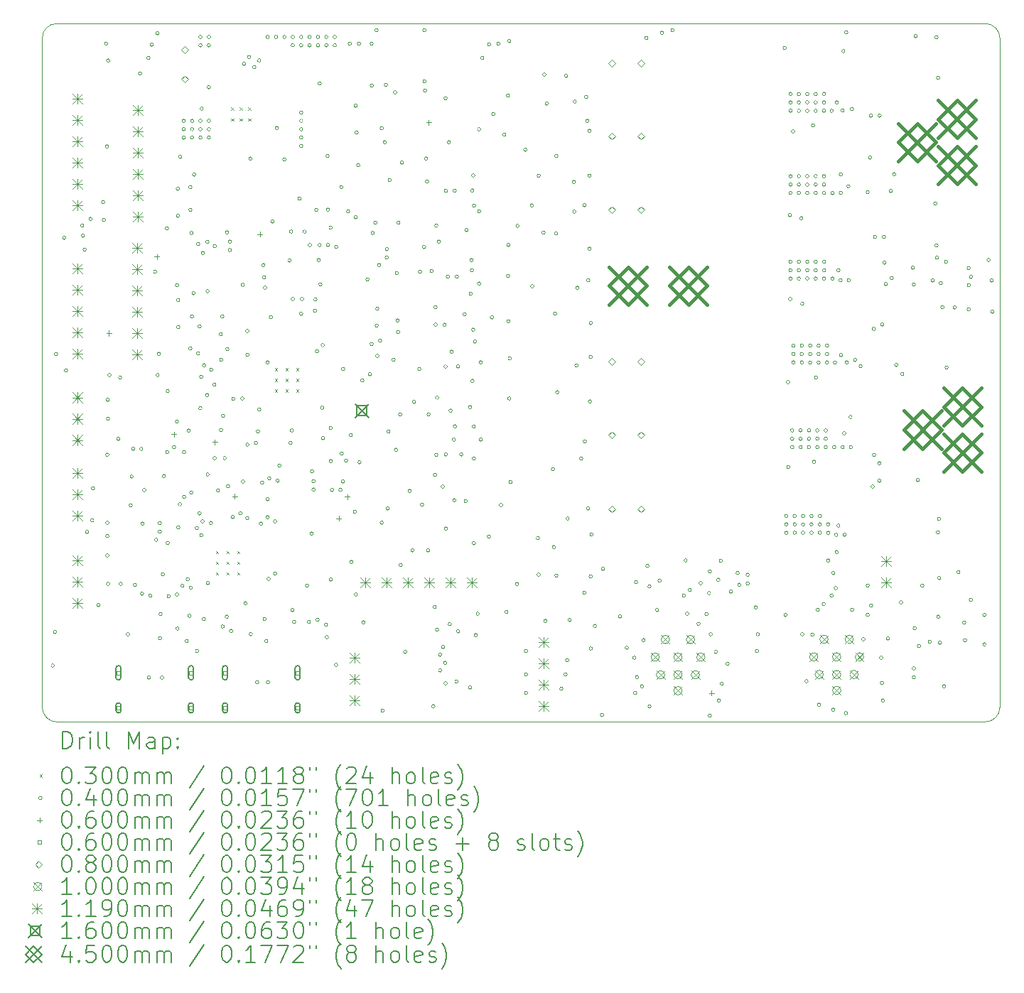
<source format=gbr>
%TF.GenerationSoftware,KiCad,Pcbnew,7.0.2-6a45011f42~172~ubuntu22.04.1*%
%TF.CreationDate,2023-05-09T16:24:30-07:00*%
%TF.ProjectId,RP2040_motor,52503230-3430-45f6-9d6f-746f722e6b69,REV1*%
%TF.SameCoordinates,Original*%
%TF.FileFunction,Drillmap*%
%TF.FilePolarity,Positive*%
%FSLAX45Y45*%
G04 Gerber Fmt 4.5, Leading zero omitted, Abs format (unit mm)*
G04 Created by KiCad (PCBNEW 7.0.2-6a45011f42~172~ubuntu22.04.1) date 2023-05-09 16:24:30*
%MOMM*%
%LPD*%
G01*
G04 APERTURE LIST*
%ADD10C,0.050000*%
%ADD11C,0.200000*%
%ADD12C,0.030000*%
%ADD13C,0.040000*%
%ADD14C,0.060000*%
%ADD15C,0.080000*%
%ADD16C,0.100000*%
%ADD17C,0.119000*%
%ADD18C,0.160000*%
%ADD19C,0.450000*%
G04 APERTURE END LIST*
D10*
X6390000Y-3140000D02*
G75*
G03*
X6215000Y-3315000I0J-175000D01*
G01*
X17625000Y-3315000D02*
G75*
G03*
X17450000Y-3140000I-175000J0D01*
G01*
X6215000Y-11290000D02*
X6215000Y-3315000D01*
X17450000Y-11465000D02*
X6390000Y-11465000D01*
X17450000Y-11465000D02*
G75*
G03*
X17625000Y-11290000I0J175000D01*
G01*
X17450000Y-3140000D02*
X6390000Y-3140000D01*
X6215000Y-11290000D02*
G75*
G03*
X6390000Y-11465000I175000J0D01*
G01*
X17625000Y-3315000D02*
X17625000Y-11290000D01*
D11*
D12*
X8283100Y-9425900D02*
X8313100Y-9455900D01*
X8313100Y-9425900D02*
X8283100Y-9455900D01*
X8283100Y-9553400D02*
X8313100Y-9583400D01*
X8313100Y-9553400D02*
X8283100Y-9583400D01*
X8283100Y-9680900D02*
X8313100Y-9710900D01*
X8313100Y-9680900D02*
X8283100Y-9710900D01*
X8410600Y-9425900D02*
X8440600Y-9455900D01*
X8440600Y-9425900D02*
X8410600Y-9455900D01*
X8410600Y-9553400D02*
X8440600Y-9583400D01*
X8440600Y-9553400D02*
X8410600Y-9583400D01*
X8410600Y-9680900D02*
X8440600Y-9710900D01*
X8440600Y-9680900D02*
X8410600Y-9710900D01*
X8467500Y-4140000D02*
X8497500Y-4170000D01*
X8497500Y-4140000D02*
X8467500Y-4170000D01*
X8467500Y-4270000D02*
X8497500Y-4300000D01*
X8497500Y-4270000D02*
X8467500Y-4300000D01*
X8538100Y-9425900D02*
X8568100Y-9455900D01*
X8568100Y-9425900D02*
X8538100Y-9455900D01*
X8538100Y-9553400D02*
X8568100Y-9583400D01*
X8568100Y-9553400D02*
X8538100Y-9583400D01*
X8538100Y-9680900D02*
X8568100Y-9710900D01*
X8568100Y-9680900D02*
X8538100Y-9710900D01*
X8567500Y-4140000D02*
X8597500Y-4170000D01*
X8597500Y-4140000D02*
X8567500Y-4170000D01*
X8567500Y-4270000D02*
X8597500Y-4300000D01*
X8597500Y-4270000D02*
X8567500Y-4300000D01*
X8667500Y-4140000D02*
X8697500Y-4170000D01*
X8697500Y-4140000D02*
X8667500Y-4170000D01*
X8667500Y-4270000D02*
X8697500Y-4300000D01*
X8697500Y-4270000D02*
X8667500Y-4300000D01*
X8986500Y-7247500D02*
X9016500Y-7277500D01*
X9016500Y-7247500D02*
X8986500Y-7277500D01*
X8986500Y-7375000D02*
X9016500Y-7405000D01*
X9016500Y-7375000D02*
X8986500Y-7405000D01*
X8986500Y-7502500D02*
X9016500Y-7532500D01*
X9016500Y-7502500D02*
X8986500Y-7532500D01*
X9114000Y-7247500D02*
X9144000Y-7277500D01*
X9144000Y-7247500D02*
X9114000Y-7277500D01*
X9114000Y-7375000D02*
X9144000Y-7405000D01*
X9144000Y-7375000D02*
X9114000Y-7405000D01*
X9114000Y-7502500D02*
X9144000Y-7532500D01*
X9144000Y-7502500D02*
X9114000Y-7532500D01*
X9241500Y-7247500D02*
X9271500Y-7277500D01*
X9271500Y-7247500D02*
X9241500Y-7277500D01*
X9241500Y-7375000D02*
X9271500Y-7405000D01*
X9271500Y-7375000D02*
X9241500Y-7405000D01*
X9241500Y-7502500D02*
X9271500Y-7532500D01*
X9271500Y-7502500D02*
X9241500Y-7532500D01*
D13*
X6360000Y-10792500D02*
G75*
G03*
X6360000Y-10792500I-20000J0D01*
G01*
X6386250Y-10393750D02*
G75*
G03*
X6386250Y-10393750I-20000J0D01*
G01*
X6400000Y-7080000D02*
G75*
G03*
X6400000Y-7080000I-20000J0D01*
G01*
X6496550Y-5695000D02*
G75*
G03*
X6496550Y-5695000I-20000J0D01*
G01*
X6517500Y-7275000D02*
G75*
G03*
X6517500Y-7275000I-20000J0D01*
G01*
X6711104Y-5547174D02*
G75*
G03*
X6711104Y-5547174I-20000J0D01*
G01*
X6720000Y-5670000D02*
G75*
G03*
X6720000Y-5670000I-20000J0D01*
G01*
X6740050Y-5835000D02*
G75*
G03*
X6740050Y-5835000I-20000J0D01*
G01*
X6770000Y-9200000D02*
G75*
G03*
X6770000Y-9200000I-20000J0D01*
G01*
X6810000Y-5470000D02*
G75*
G03*
X6810000Y-5470000I-20000J0D01*
G01*
X6830000Y-9060000D02*
G75*
G03*
X6830000Y-9060000I-20000J0D01*
G01*
X6840000Y-8680000D02*
G75*
G03*
X6840000Y-8680000I-20000J0D01*
G01*
X6905000Y-10072500D02*
G75*
G03*
X6905000Y-10072500I-20000J0D01*
G01*
X6960000Y-5270000D02*
G75*
G03*
X6960000Y-5270000I-20000J0D01*
G01*
X6970000Y-5480000D02*
G75*
G03*
X6970000Y-5480000I-20000J0D01*
G01*
X6997500Y-3380000D02*
G75*
G03*
X6997500Y-3380000I-20000J0D01*
G01*
X7005000Y-4605000D02*
G75*
G03*
X7005000Y-4605000I-20000J0D01*
G01*
X7010000Y-8280000D02*
G75*
G03*
X7010000Y-8280000I-20000J0D01*
G01*
X7010000Y-9090000D02*
G75*
G03*
X7010000Y-9090000I-20000J0D01*
G01*
X7010000Y-9250000D02*
G75*
G03*
X7010000Y-9250000I-20000J0D01*
G01*
X7010000Y-9480000D02*
G75*
G03*
X7010000Y-9480000I-20000J0D01*
G01*
X7015000Y-7625000D02*
G75*
G03*
X7015000Y-7625000I-20000J0D01*
G01*
X7019000Y-7851000D02*
G75*
G03*
X7019000Y-7851000I-20000J0D01*
G01*
X7020000Y-9820000D02*
G75*
G03*
X7020000Y-9820000I-20000J0D01*
G01*
X7020755Y-3581318D02*
G75*
G03*
X7020755Y-3581318I-20000J0D01*
G01*
X7035000Y-7330000D02*
G75*
G03*
X7035000Y-7330000I-20000J0D01*
G01*
X7142500Y-8090000D02*
G75*
G03*
X7142500Y-8090000I-20000J0D01*
G01*
X7162728Y-7358803D02*
G75*
G03*
X7162728Y-7358803I-20000J0D01*
G01*
X7170000Y-9820000D02*
G75*
G03*
X7170000Y-9820000I-20000J0D01*
G01*
X7255000Y-10420000D02*
G75*
G03*
X7255000Y-10420000I-20000J0D01*
G01*
X7288932Y-8882267D02*
G75*
G03*
X7288932Y-8882267I-20000J0D01*
G01*
X7300000Y-8540000D02*
G75*
G03*
X7300000Y-8540000I-20000J0D01*
G01*
X7320000Y-8210000D02*
G75*
G03*
X7320000Y-8210000I-20000J0D01*
G01*
X7340000Y-9830000D02*
G75*
G03*
X7340000Y-9830000I-20000J0D01*
G01*
X7401964Y-3736964D02*
G75*
G03*
X7401964Y-3736964I-20000J0D01*
G01*
X7415000Y-8210000D02*
G75*
G03*
X7415000Y-8210000I-20000J0D01*
G01*
X7423962Y-9936038D02*
G75*
G03*
X7423962Y-9936038I-20000J0D01*
G01*
X7430000Y-9100000D02*
G75*
G03*
X7430000Y-9100000I-20000J0D01*
G01*
X7451600Y-8701600D02*
G75*
G03*
X7451600Y-8701600I-20000J0D01*
G01*
X7500000Y-3550000D02*
G75*
G03*
X7500000Y-3550000I-20000J0D01*
G01*
X7506250Y-10936250D02*
G75*
G03*
X7506250Y-10936250I-20000J0D01*
G01*
X7522604Y-9959193D02*
G75*
G03*
X7522604Y-9959193I-20000J0D01*
G01*
X7540528Y-3392608D02*
G75*
G03*
X7540528Y-3392608I-20000J0D01*
G01*
X7580000Y-6100000D02*
G75*
G03*
X7580000Y-6100000I-20000J0D01*
G01*
X7592554Y-9295000D02*
G75*
G03*
X7592554Y-9295000I-20000J0D01*
G01*
X7607500Y-3255000D02*
G75*
G03*
X7607500Y-3255000I-20000J0D01*
G01*
X7610000Y-7330000D02*
G75*
G03*
X7610000Y-7330000I-20000J0D01*
G01*
X7625000Y-7077500D02*
G75*
G03*
X7625000Y-7077500I-20000J0D01*
G01*
X7635552Y-9095807D02*
G75*
G03*
X7635552Y-9095807I-20000J0D01*
G01*
X7635707Y-9195757D02*
G75*
G03*
X7635707Y-9195757I-20000J0D01*
G01*
X7638226Y-10467150D02*
G75*
G03*
X7638226Y-10467150I-20000J0D01*
G01*
X7644653Y-10180147D02*
G75*
G03*
X7644653Y-10180147I-20000J0D01*
G01*
X7662786Y-10936338D02*
G75*
G03*
X7662786Y-10936338I-20000J0D01*
G01*
X7672524Y-9706983D02*
G75*
G03*
X7672524Y-9706983I-20000J0D01*
G01*
X7685170Y-8534065D02*
G75*
G03*
X7685170Y-8534065I-20000J0D01*
G01*
X7720000Y-5580000D02*
G75*
G03*
X7720000Y-5580000I-20000J0D01*
G01*
X7724758Y-8250229D02*
G75*
G03*
X7724758Y-8250229I-20000J0D01*
G01*
X7730000Y-7520000D02*
G75*
G03*
X7730000Y-7520000I-20000J0D01*
G01*
X7730000Y-9330000D02*
G75*
G03*
X7730000Y-9330000I-20000J0D01*
G01*
X7742504Y-9967012D02*
G75*
G03*
X7742504Y-9967012I-20000J0D01*
G01*
X7804628Y-8190138D02*
G75*
G03*
X7804628Y-8190138I-20000J0D01*
G01*
X7840000Y-7884950D02*
G75*
G03*
X7840000Y-7884950I-20000J0D01*
G01*
X7840000Y-9945000D02*
G75*
G03*
X7840000Y-9945000I-20000J0D01*
G01*
X7842121Y-6259580D02*
G75*
G03*
X7842121Y-6259580I-20000J0D01*
G01*
X7846373Y-10352182D02*
G75*
G03*
X7846373Y-10352182I-20000J0D01*
G01*
X7850607Y-5109627D02*
G75*
G03*
X7850607Y-5109627I-20000J0D01*
G01*
X7850747Y-5432422D02*
G75*
G03*
X7850747Y-5432422I-20000J0D01*
G01*
X7854115Y-6437958D02*
G75*
G03*
X7854115Y-6437958I-20000J0D01*
G01*
X7854535Y-6757816D02*
G75*
G03*
X7854535Y-6757816I-20000J0D01*
G01*
X7855503Y-9144447D02*
G75*
G03*
X7855503Y-9144447I-20000J0D01*
G01*
X7875000Y-8870000D02*
G75*
G03*
X7875000Y-8870000I-20000J0D01*
G01*
X7880000Y-4730000D02*
G75*
G03*
X7880000Y-4730000I-20000J0D01*
G01*
X7905000Y-9842200D02*
G75*
G03*
X7905000Y-9842200I-20000J0D01*
G01*
X7920000Y-4300000D02*
G75*
G03*
X7920000Y-4300000I-20000J0D01*
G01*
X7920000Y-4400000D02*
G75*
G03*
X7920000Y-4400000I-20000J0D01*
G01*
X7920000Y-4500000D02*
G75*
G03*
X7920000Y-4500000I-20000J0D01*
G01*
X7925050Y-8250992D02*
G75*
G03*
X7925050Y-8250992I-20000J0D01*
G01*
X7925767Y-8783903D02*
G75*
G03*
X7925767Y-8783903I-20000J0D01*
G01*
X7955000Y-10499900D02*
G75*
G03*
X7955000Y-10499900I-20000J0D01*
G01*
X7968594Y-9765091D02*
G75*
G03*
X7968594Y-9765091I-20000J0D01*
G01*
X7978877Y-7992691D02*
G75*
G03*
X7978877Y-7992691I-20000J0D01*
G01*
X7990000Y-10200000D02*
G75*
G03*
X7990000Y-10200000I-20000J0D01*
G01*
X7998612Y-7011779D02*
G75*
G03*
X7998612Y-7011779I-20000J0D01*
G01*
X7998949Y-5090303D02*
G75*
G03*
X7998949Y-5090303I-20000J0D01*
G01*
X8000000Y-5360000D02*
G75*
G03*
X8000000Y-5360000I-20000J0D01*
G01*
X8005000Y-9865000D02*
G75*
G03*
X8005000Y-9865000I-20000J0D01*
G01*
X8010000Y-8730000D02*
G75*
G03*
X8010000Y-8730000I-20000J0D01*
G01*
X8012485Y-5636655D02*
G75*
G03*
X8012485Y-5636655I-20000J0D01*
G01*
X8020000Y-4300000D02*
G75*
G03*
X8020000Y-4300000I-20000J0D01*
G01*
X8020000Y-4400000D02*
G75*
G03*
X8020000Y-4400000I-20000J0D01*
G01*
X8020000Y-4500000D02*
G75*
G03*
X8020000Y-4500000I-20000J0D01*
G01*
X8020000Y-6630000D02*
G75*
G03*
X8020000Y-6630000I-20000J0D01*
G01*
X8037887Y-6353881D02*
G75*
G03*
X8037887Y-6353881I-20000J0D01*
G01*
X8044699Y-4940602D02*
G75*
G03*
X8044699Y-4940602I-20000J0D01*
G01*
X8077028Y-9152442D02*
G75*
G03*
X8077028Y-9152442I-20000J0D01*
G01*
X8080000Y-10620000D02*
G75*
G03*
X8080000Y-10620000I-20000J0D01*
G01*
X8091104Y-7071396D02*
G75*
G03*
X8091104Y-7071396I-20000J0D01*
G01*
X8092500Y-5769950D02*
G75*
G03*
X8092500Y-5769950I-20000J0D01*
G01*
X8109103Y-8979676D02*
G75*
G03*
X8109103Y-8979676I-20000J0D01*
G01*
X8109950Y-6750000D02*
G75*
G03*
X8109950Y-6750000I-20000J0D01*
G01*
X8119389Y-7725118D02*
G75*
G03*
X8119389Y-7725118I-20000J0D01*
G01*
X8120000Y-3300000D02*
G75*
G03*
X8120000Y-3300000I-20000J0D01*
G01*
X8120000Y-3400000D02*
G75*
G03*
X8120000Y-3400000I-20000J0D01*
G01*
X8120000Y-4300000D02*
G75*
G03*
X8120000Y-4300000I-20000J0D01*
G01*
X8120000Y-4400000D02*
G75*
G03*
X8120000Y-4400000I-20000J0D01*
G01*
X8120000Y-4500000D02*
G75*
G03*
X8120000Y-4500000I-20000J0D01*
G01*
X8129822Y-7353261D02*
G75*
G03*
X8129822Y-7353261I-20000J0D01*
G01*
X8131187Y-9238450D02*
G75*
G03*
X8131187Y-9238450I-20000J0D01*
G01*
X8135000Y-4155000D02*
G75*
G03*
X8135000Y-4155000I-20000J0D01*
G01*
X8145000Y-9072958D02*
G75*
G03*
X8145000Y-9072958I-20000J0D01*
G01*
X8148387Y-5876263D02*
G75*
G03*
X8148387Y-5876263I-20000J0D01*
G01*
X8160000Y-10240000D02*
G75*
G03*
X8160000Y-10240000I-20000J0D01*
G01*
X8163824Y-7213542D02*
G75*
G03*
X8163824Y-7213542I-20000J0D01*
G01*
X8200000Y-7570000D02*
G75*
G03*
X8200000Y-7570000I-20000J0D01*
G01*
X8201536Y-5742450D02*
G75*
G03*
X8201536Y-5742450I-20000J0D01*
G01*
X8205000Y-6330000D02*
G75*
G03*
X8205000Y-6330000I-20000J0D01*
G01*
X8206056Y-8516056D02*
G75*
G03*
X8206056Y-8516056I-20000J0D01*
G01*
X8209547Y-9809397D02*
G75*
G03*
X8209547Y-9809397I-20000J0D01*
G01*
X8220000Y-3300000D02*
G75*
G03*
X8220000Y-3300000I-20000J0D01*
G01*
X8220000Y-3400000D02*
G75*
G03*
X8220000Y-3400000I-20000J0D01*
G01*
X8220000Y-3900000D02*
G75*
G03*
X8220000Y-3900000I-20000J0D01*
G01*
X8220000Y-4300000D02*
G75*
G03*
X8220000Y-4300000I-20000J0D01*
G01*
X8220000Y-4400000D02*
G75*
G03*
X8220000Y-4400000I-20000J0D01*
G01*
X8220000Y-4500000D02*
G75*
G03*
X8220000Y-4500000I-20000J0D01*
G01*
X8244855Y-9092634D02*
G75*
G03*
X8244855Y-9092634I-20000J0D01*
G01*
X8249137Y-7265688D02*
G75*
G03*
X8249137Y-7265688I-20000J0D01*
G01*
X8285538Y-7445538D02*
G75*
G03*
X8285538Y-7445538I-20000J0D01*
G01*
X8289081Y-8320869D02*
G75*
G03*
X8289081Y-8320869I-20000J0D01*
G01*
X8290050Y-5795000D02*
G75*
G03*
X8290050Y-5795000I-20000J0D01*
G01*
X8327906Y-8705050D02*
G75*
G03*
X8327906Y-8705050I-20000J0D01*
G01*
X8362550Y-6845000D02*
G75*
G03*
X8362550Y-6845000I-20000J0D01*
G01*
X8365000Y-7985000D02*
G75*
G03*
X8365000Y-7985000I-20000J0D01*
G01*
X8367908Y-7147063D02*
G75*
G03*
X8367908Y-7147063I-20000J0D01*
G01*
X8380050Y-6632500D02*
G75*
G03*
X8380050Y-6632500I-20000J0D01*
G01*
X8385050Y-10327151D02*
G75*
G03*
X8385050Y-10327151I-20000J0D01*
G01*
X8390000Y-7815000D02*
G75*
G03*
X8390000Y-7815000I-20000J0D01*
G01*
X8408790Y-8320440D02*
G75*
G03*
X8408790Y-8320440I-20000J0D01*
G01*
X8434113Y-10210000D02*
G75*
G03*
X8434113Y-10210000I-20000J0D01*
G01*
X8437049Y-5629125D02*
G75*
G03*
X8437049Y-5629125I-20000J0D01*
G01*
X8440050Y-7019003D02*
G75*
G03*
X8440050Y-7019003I-20000J0D01*
G01*
X8448509Y-8655318D02*
G75*
G03*
X8448509Y-8655318I-20000J0D01*
G01*
X8469950Y-5740000D02*
G75*
G03*
X8469950Y-5740000I-20000J0D01*
G01*
X8469950Y-5839950D02*
G75*
G03*
X8469950Y-5839950I-20000J0D01*
G01*
X8485000Y-10380000D02*
G75*
G03*
X8485000Y-10380000I-20000J0D01*
G01*
X8504606Y-9020780D02*
G75*
G03*
X8504606Y-9020780I-20000J0D01*
G01*
X8512746Y-7612746D02*
G75*
G03*
X8512746Y-7612746I-20000J0D01*
G01*
X8595398Y-8978986D02*
G75*
G03*
X8595398Y-8978986I-20000J0D01*
G01*
X8620000Y-7609950D02*
G75*
G03*
X8620000Y-7609950I-20000J0D01*
G01*
X8625000Y-6255000D02*
G75*
G03*
X8625000Y-6255000I-20000J0D01*
G01*
X8628126Y-8599950D02*
G75*
G03*
X8628126Y-8599950I-20000J0D01*
G01*
X8640000Y-3620000D02*
G75*
G03*
X8640000Y-3620000I-20000J0D01*
G01*
X8655297Y-10049156D02*
G75*
G03*
X8655297Y-10049156I-20000J0D01*
G01*
X8677450Y-6805000D02*
G75*
G03*
X8677450Y-6805000I-20000J0D01*
G01*
X8677940Y-9035349D02*
G75*
G03*
X8677940Y-9035349I-20000J0D01*
G01*
X8680000Y-7090000D02*
G75*
G03*
X8680000Y-7090000I-20000J0D01*
G01*
X8680000Y-8160050D02*
G75*
G03*
X8680000Y-8160050I-20000J0D01*
G01*
X8700000Y-3540000D02*
G75*
G03*
X8700000Y-3540000I-20000J0D01*
G01*
X8715000Y-4750000D02*
G75*
G03*
X8715000Y-4750000I-20000J0D01*
G01*
X8719800Y-10419136D02*
G75*
G03*
X8719800Y-10419136I-20000J0D01*
G01*
X8760000Y-3660000D02*
G75*
G03*
X8760000Y-3660000I-20000J0D01*
G01*
X8780000Y-8140000D02*
G75*
G03*
X8780000Y-8140000I-20000J0D01*
G01*
X8795000Y-10992500D02*
G75*
G03*
X8795000Y-10992500I-20000J0D01*
G01*
X8805081Y-8000813D02*
G75*
G03*
X8805081Y-8000813I-20000J0D01*
G01*
X8820000Y-3580000D02*
G75*
G03*
X8820000Y-3580000I-20000J0D01*
G01*
X8820000Y-7740000D02*
G75*
G03*
X8820000Y-7740000I-20000J0D01*
G01*
X8841191Y-9101555D02*
G75*
G03*
X8841191Y-9101555I-20000J0D01*
G01*
X8855242Y-8612974D02*
G75*
G03*
X8855242Y-8612974I-20000J0D01*
G01*
X8870000Y-6020000D02*
G75*
G03*
X8870000Y-6020000I-20000J0D01*
G01*
X8878042Y-6166339D02*
G75*
G03*
X8878042Y-6166339I-20000J0D01*
G01*
X8885000Y-10239186D02*
G75*
G03*
X8885000Y-10239186I-20000J0D01*
G01*
X8890000Y-6290000D02*
G75*
G03*
X8890000Y-6290000I-20000J0D01*
G01*
X8903550Y-10499642D02*
G75*
G03*
X8903550Y-10499642I-20000J0D01*
G01*
X8920000Y-3300000D02*
G75*
G03*
X8920000Y-3300000I-20000J0D01*
G01*
X8920000Y-7180000D02*
G75*
G03*
X8920000Y-7180000I-20000J0D01*
G01*
X8920000Y-8809950D02*
G75*
G03*
X8920000Y-8809950I-20000J0D01*
G01*
X8920000Y-9025000D02*
G75*
G03*
X8920000Y-9025000I-20000J0D01*
G01*
X8925000Y-10992500D02*
G75*
G03*
X8925000Y-10992500I-20000J0D01*
G01*
X8932439Y-9759676D02*
G75*
G03*
X8932439Y-9759676I-20000J0D01*
G01*
X8940000Y-8560000D02*
G75*
G03*
X8940000Y-8560000I-20000J0D01*
G01*
X8960000Y-6640000D02*
G75*
G03*
X8960000Y-6640000I-20000J0D01*
G01*
X8980000Y-5500000D02*
G75*
G03*
X8980000Y-5500000I-20000J0D01*
G01*
X9010000Y-9075000D02*
G75*
G03*
X9010000Y-9075000I-20000J0D01*
G01*
X9010240Y-9696930D02*
G75*
G03*
X9010240Y-9696930I-20000J0D01*
G01*
X9020000Y-3300000D02*
G75*
G03*
X9020000Y-3300000I-20000J0D01*
G01*
X9029000Y-4385500D02*
G75*
G03*
X9029000Y-4385500I-20000J0D01*
G01*
X9040000Y-8590000D02*
G75*
G03*
X9040000Y-8590000I-20000J0D01*
G01*
X9060000Y-8410000D02*
G75*
G03*
X9060000Y-8410000I-20000J0D01*
G01*
X9120000Y-3300000D02*
G75*
G03*
X9120000Y-3300000I-20000J0D01*
G01*
X9120000Y-4760000D02*
G75*
G03*
X9120000Y-4760000I-20000J0D01*
G01*
X9180000Y-5965000D02*
G75*
G03*
X9180000Y-5965000I-20000J0D01*
G01*
X9192167Y-8138233D02*
G75*
G03*
X9192167Y-8138233I-20000J0D01*
G01*
X9200000Y-5620000D02*
G75*
G03*
X9200000Y-5620000I-20000J0D01*
G01*
X9209000Y-7991000D02*
G75*
G03*
X9209000Y-7991000I-20000J0D01*
G01*
X9215915Y-10131114D02*
G75*
G03*
X9215915Y-10131114I-20000J0D01*
G01*
X9220000Y-3300000D02*
G75*
G03*
X9220000Y-3300000I-20000J0D01*
G01*
X9220000Y-3400000D02*
G75*
G03*
X9220000Y-3400000I-20000J0D01*
G01*
X9220000Y-6425000D02*
G75*
G03*
X9220000Y-6425000I-20000J0D01*
G01*
X9234622Y-10271064D02*
G75*
G03*
X9234622Y-10271064I-20000J0D01*
G01*
X9300000Y-5227450D02*
G75*
G03*
X9300000Y-5227450I-20000J0D01*
G01*
X9320000Y-3300000D02*
G75*
G03*
X9320000Y-3300000I-20000J0D01*
G01*
X9320000Y-3400000D02*
G75*
G03*
X9320000Y-3400000I-20000J0D01*
G01*
X9320000Y-4200000D02*
G75*
G03*
X9320000Y-4200000I-20000J0D01*
G01*
X9320000Y-4300000D02*
G75*
G03*
X9320000Y-4300000I-20000J0D01*
G01*
X9320000Y-4400000D02*
G75*
G03*
X9320000Y-4400000I-20000J0D01*
G01*
X9320000Y-4500000D02*
G75*
G03*
X9320000Y-4500000I-20000J0D01*
G01*
X9320000Y-4600000D02*
G75*
G03*
X9320000Y-4600000I-20000J0D01*
G01*
X9320000Y-6600000D02*
G75*
G03*
X9320000Y-6600000I-20000J0D01*
G01*
X9330000Y-6425000D02*
G75*
G03*
X9330000Y-6425000I-20000J0D01*
G01*
X9360000Y-5620000D02*
G75*
G03*
X9360000Y-5620000I-20000J0D01*
G01*
X9390000Y-9840000D02*
G75*
G03*
X9390000Y-9840000I-20000J0D01*
G01*
X9410756Y-10272382D02*
G75*
G03*
X9410756Y-10272382I-20000J0D01*
G01*
X9420000Y-3300000D02*
G75*
G03*
X9420000Y-3300000I-20000J0D01*
G01*
X9420000Y-3400000D02*
G75*
G03*
X9420000Y-3400000I-20000J0D01*
G01*
X9422500Y-5779950D02*
G75*
G03*
X9422500Y-5779950I-20000J0D01*
G01*
X9444710Y-9220197D02*
G75*
G03*
X9444710Y-9220197I-20000J0D01*
G01*
X9449764Y-8478389D02*
G75*
G03*
X9449764Y-8478389I-20000J0D01*
G01*
X9467500Y-8595050D02*
G75*
G03*
X9467500Y-8595050I-20000J0D01*
G01*
X9467500Y-8695000D02*
G75*
G03*
X9467500Y-8695000I-20000J0D01*
G01*
X9485000Y-6565000D02*
G75*
G03*
X9485000Y-6565000I-20000J0D01*
G01*
X9490000Y-6430000D02*
G75*
G03*
X9490000Y-6430000I-20000J0D01*
G01*
X9500000Y-5360000D02*
G75*
G03*
X9500000Y-5360000I-20000J0D01*
G01*
X9510000Y-7047550D02*
G75*
G03*
X9510000Y-7047550I-20000J0D01*
G01*
X9515000Y-10245000D02*
G75*
G03*
X9515000Y-10245000I-20000J0D01*
G01*
X9520000Y-3300000D02*
G75*
G03*
X9520000Y-3300000I-20000J0D01*
G01*
X9520000Y-3400000D02*
G75*
G03*
X9520000Y-3400000I-20000J0D01*
G01*
X9530000Y-5960000D02*
G75*
G03*
X9530000Y-5960000I-20000J0D01*
G01*
X9540000Y-3855000D02*
G75*
G03*
X9540000Y-3855000I-20000J0D01*
G01*
X9540000Y-5780000D02*
G75*
G03*
X9540000Y-5780000I-20000J0D01*
G01*
X9550000Y-6250000D02*
G75*
G03*
X9550000Y-6250000I-20000J0D01*
G01*
X9570000Y-7720000D02*
G75*
G03*
X9570000Y-7720000I-20000J0D01*
G01*
X9577274Y-6973630D02*
G75*
G03*
X9577274Y-6973630I-20000J0D01*
G01*
X9581250Y-8082811D02*
G75*
G03*
X9581250Y-8082811I-20000J0D01*
G01*
X9614754Y-10305247D02*
G75*
G03*
X9614754Y-10305247I-20000J0D01*
G01*
X9620000Y-3300000D02*
G75*
G03*
X9620000Y-3300000I-20000J0D01*
G01*
X9620000Y-3400000D02*
G75*
G03*
X9620000Y-3400000I-20000J0D01*
G01*
X9625000Y-10454950D02*
G75*
G03*
X9625000Y-10454950I-20000J0D01*
G01*
X9634000Y-4720000D02*
G75*
G03*
X9634000Y-4720000I-20000J0D01*
G01*
X9640000Y-5360000D02*
G75*
G03*
X9640000Y-5360000I-20000J0D01*
G01*
X9640000Y-5780000D02*
G75*
G03*
X9640000Y-5780000I-20000J0D01*
G01*
X9671450Y-5574653D02*
G75*
G03*
X9671450Y-5574653I-20000J0D01*
G01*
X9671937Y-8355513D02*
G75*
G03*
X9671937Y-8355513I-20000J0D01*
G01*
X9672500Y-7960000D02*
G75*
G03*
X9672500Y-7960000I-20000J0D01*
G01*
X9672500Y-9767500D02*
G75*
G03*
X9672500Y-9767500I-20000J0D01*
G01*
X9687450Y-8700050D02*
G75*
G03*
X9687450Y-8700050I-20000J0D01*
G01*
X9720000Y-3300000D02*
G75*
G03*
X9720000Y-3300000I-20000J0D01*
G01*
X9720000Y-3400000D02*
G75*
G03*
X9720000Y-3400000I-20000J0D01*
G01*
X9735313Y-10784950D02*
G75*
G03*
X9735313Y-10784950I-20000J0D01*
G01*
X9737293Y-5802892D02*
G75*
G03*
X9737293Y-5802892I-20000J0D01*
G01*
X9787400Y-8700050D02*
G75*
G03*
X9787400Y-8700050I-20000J0D01*
G01*
X9800000Y-5090000D02*
G75*
G03*
X9800000Y-5090000I-20000J0D01*
G01*
X9802450Y-8263868D02*
G75*
G03*
X9802450Y-8263868I-20000J0D01*
G01*
X9816696Y-8599380D02*
G75*
G03*
X9816696Y-8599380I-20000J0D01*
G01*
X9820000Y-7260050D02*
G75*
G03*
X9820000Y-7260050I-20000J0D01*
G01*
X9855330Y-8348684D02*
G75*
G03*
X9855330Y-8348684I-20000J0D01*
G01*
X9880000Y-5380000D02*
G75*
G03*
X9880000Y-5380000I-20000J0D01*
G01*
X9900000Y-3380000D02*
G75*
G03*
X9900000Y-3380000I-20000J0D01*
G01*
X9910897Y-8045050D02*
G75*
G03*
X9910897Y-8045050I-20000J0D01*
G01*
X9917500Y-9557500D02*
G75*
G03*
X9917500Y-9557500I-20000J0D01*
G01*
X9960000Y-8960000D02*
G75*
G03*
X9960000Y-8960000I-20000J0D01*
G01*
X9970000Y-4120000D02*
G75*
G03*
X9970000Y-4120000I-20000J0D01*
G01*
X9970000Y-5450000D02*
G75*
G03*
X9970000Y-5450000I-20000J0D01*
G01*
X9971962Y-9946962D02*
G75*
G03*
X9971962Y-9946962I-20000J0D01*
G01*
X9980000Y-4440000D02*
G75*
G03*
X9980000Y-4440000I-20000J0D01*
G01*
X10000000Y-4830000D02*
G75*
G03*
X10000000Y-4830000I-20000J0D01*
G01*
X10010000Y-3380000D02*
G75*
G03*
X10010000Y-3380000I-20000J0D01*
G01*
X10015000Y-8370000D02*
G75*
G03*
X10015000Y-8370000I-20000J0D01*
G01*
X10047984Y-7393477D02*
G75*
G03*
X10047984Y-7393477I-20000J0D01*
G01*
X10061962Y-10277550D02*
G75*
G03*
X10061962Y-10277550I-20000J0D01*
G01*
X10110000Y-6189950D02*
G75*
G03*
X10110000Y-6189950I-20000J0D01*
G01*
X10140000Y-7320000D02*
G75*
G03*
X10140000Y-7320000I-20000J0D01*
G01*
X10159950Y-6960050D02*
G75*
G03*
X10159950Y-6960050I-20000J0D01*
G01*
X10160000Y-3380000D02*
G75*
G03*
X10160000Y-3380000I-20000J0D01*
G01*
X10161821Y-3879780D02*
G75*
G03*
X10161821Y-3879780I-20000J0D01*
G01*
X10171962Y-5636962D02*
G75*
G03*
X10171962Y-5636962I-20000J0D01*
G01*
X10204117Y-5514988D02*
G75*
G03*
X10204117Y-5514988I-20000J0D01*
G01*
X10216776Y-3220050D02*
G75*
G03*
X10216776Y-3220050I-20000J0D01*
G01*
X10220050Y-6740000D02*
G75*
G03*
X10220050Y-6740000I-20000J0D01*
G01*
X10227202Y-6539292D02*
G75*
G03*
X10227202Y-6539292I-20000J0D01*
G01*
X10227500Y-7102500D02*
G75*
G03*
X10227500Y-7102500I-20000J0D01*
G01*
X10249950Y-6020000D02*
G75*
G03*
X10249950Y-6020000I-20000J0D01*
G01*
X10259900Y-6920050D02*
G75*
G03*
X10259900Y-6920050I-20000J0D01*
G01*
X10280000Y-4386000D02*
G75*
G03*
X10280000Y-4386000I-20000J0D01*
G01*
X10280000Y-9090000D02*
G75*
G03*
X10280000Y-9090000I-20000J0D01*
G01*
X10290000Y-11330000D02*
G75*
G03*
X10290000Y-11330000I-20000J0D01*
G01*
X10315000Y-4555000D02*
G75*
G03*
X10315000Y-4555000I-20000J0D01*
G01*
X10330000Y-3870000D02*
G75*
G03*
X10330000Y-3870000I-20000J0D01*
G01*
X10340000Y-5930000D02*
G75*
G03*
X10340000Y-5930000I-20000J0D01*
G01*
X10340442Y-5830051D02*
G75*
G03*
X10340442Y-5830051I-20000J0D01*
G01*
X10350000Y-8920000D02*
G75*
G03*
X10350000Y-8920000I-20000J0D01*
G01*
X10359950Y-8004065D02*
G75*
G03*
X10359950Y-8004065I-20000J0D01*
G01*
X10375000Y-5005000D02*
G75*
G03*
X10375000Y-5005000I-20000J0D01*
G01*
X10420000Y-7147500D02*
G75*
G03*
X10420000Y-7147500I-20000J0D01*
G01*
X10440000Y-3960000D02*
G75*
G03*
X10440000Y-3960000I-20000J0D01*
G01*
X10450000Y-8220050D02*
G75*
G03*
X10450000Y-8220050I-20000J0D01*
G01*
X10460000Y-6115000D02*
G75*
G03*
X10460000Y-6115000I-20000J0D01*
G01*
X10470450Y-6679097D02*
G75*
G03*
X10470450Y-6679097I-20000J0D01*
G01*
X10474550Y-6819047D02*
G75*
G03*
X10474550Y-6819047I-20000J0D01*
G01*
X10478881Y-5512974D02*
G75*
G03*
X10478881Y-5512974I-20000J0D01*
G01*
X10499827Y-7799934D02*
G75*
G03*
X10499827Y-7799934I-20000J0D01*
G01*
X10505000Y-9595000D02*
G75*
G03*
X10505000Y-9595000I-20000J0D01*
G01*
X10521235Y-4797794D02*
G75*
G03*
X10521235Y-4797794I-20000J0D01*
G01*
X10560000Y-10630000D02*
G75*
G03*
X10560000Y-10630000I-20000J0D01*
G01*
X10611901Y-8712321D02*
G75*
G03*
X10611901Y-8712321I-20000J0D01*
G01*
X10645000Y-9420000D02*
G75*
G03*
X10645000Y-9420000I-20000J0D01*
G01*
X10665000Y-7650000D02*
G75*
G03*
X10665000Y-7650000I-20000J0D01*
G01*
X10727500Y-7260000D02*
G75*
G03*
X10727500Y-7260000I-20000J0D01*
G01*
X10737022Y-6099102D02*
G75*
G03*
X10737022Y-6099102I-20000J0D01*
G01*
X10760000Y-8875000D02*
G75*
G03*
X10760000Y-8875000I-20000J0D01*
G01*
X10784692Y-5804101D02*
G75*
G03*
X10784692Y-5804101I-20000J0D01*
G01*
X10787571Y-3220050D02*
G75*
G03*
X10787571Y-3220050I-20000J0D01*
G01*
X10790000Y-3829900D02*
G75*
G03*
X10790000Y-3829900I-20000J0D01*
G01*
X10795897Y-3939850D02*
G75*
G03*
X10795897Y-3939850I-20000J0D01*
G01*
X10809089Y-4749545D02*
G75*
G03*
X10809089Y-4749545I-20000J0D01*
G01*
X10820000Y-5025000D02*
G75*
G03*
X10820000Y-5025000I-20000J0D01*
G01*
X10832500Y-9420000D02*
G75*
G03*
X10832500Y-9420000I-20000J0D01*
G01*
X10837514Y-7799022D02*
G75*
G03*
X10837514Y-7799022I-20000J0D01*
G01*
X10874528Y-6089950D02*
G75*
G03*
X10874528Y-6089950I-20000J0D01*
G01*
X10894839Y-11277447D02*
G75*
G03*
X10894839Y-11277447I-20000J0D01*
G01*
X10910000Y-10095000D02*
G75*
G03*
X10910000Y-10095000I-20000J0D01*
G01*
X10915000Y-8520000D02*
G75*
G03*
X10915000Y-8520000I-20000J0D01*
G01*
X10920000Y-6520000D02*
G75*
G03*
X10920000Y-6520000I-20000J0D01*
G01*
X10921967Y-6729950D02*
G75*
G03*
X10921967Y-6729950I-20000J0D01*
G01*
X10930000Y-5550000D02*
G75*
G03*
X10930000Y-5550000I-20000J0D01*
G01*
X10930000Y-8282500D02*
G75*
G03*
X10930000Y-8282500I-20000J0D01*
G01*
X10940000Y-7600000D02*
G75*
G03*
X10940000Y-7600000I-20000J0D01*
G01*
X10940000Y-10367650D02*
G75*
G03*
X10940000Y-10367650I-20000J0D01*
G01*
X10960000Y-5740000D02*
G75*
G03*
X10960000Y-5740000I-20000J0D01*
G01*
X10975000Y-10665000D02*
G75*
G03*
X10975000Y-10665000I-20000J0D01*
G01*
X10975000Y-10850000D02*
G75*
G03*
X10975000Y-10850000I-20000J0D01*
G01*
X11007500Y-8660000D02*
G75*
G03*
X11007500Y-8660000I-20000J0D01*
G01*
X11010880Y-10571712D02*
G75*
G03*
X11010880Y-10571712I-20000J0D01*
G01*
X11029717Y-6729950D02*
G75*
G03*
X11029717Y-6729950I-20000J0D01*
G01*
X11035000Y-10761550D02*
G75*
G03*
X11035000Y-10761550I-20000J0D01*
G01*
X11040000Y-4030000D02*
G75*
G03*
X11040000Y-4030000I-20000J0D01*
G01*
X11040000Y-7230000D02*
G75*
G03*
X11040000Y-7230000I-20000J0D01*
G01*
X11040000Y-11005000D02*
G75*
G03*
X11040000Y-11005000I-20000J0D01*
G01*
X11042892Y-8276889D02*
G75*
G03*
X11042892Y-8276889I-20000J0D01*
G01*
X11044484Y-5133537D02*
G75*
G03*
X11044484Y-5133537I-20000J0D01*
G01*
X11045000Y-9159950D02*
G75*
G03*
X11045000Y-9159950I-20000J0D01*
G01*
X11068235Y-6156932D02*
G75*
G03*
X11068235Y-6156932I-20000J0D01*
G01*
X11080000Y-4555000D02*
G75*
G03*
X11080000Y-4555000I-20000J0D01*
G01*
X11090000Y-10300000D02*
G75*
G03*
X11090000Y-10300000I-20000J0D01*
G01*
X11100000Y-7755000D02*
G75*
G03*
X11100000Y-7755000I-20000J0D01*
G01*
X11112500Y-7052500D02*
G75*
G03*
X11112500Y-7052500I-20000J0D01*
G01*
X11140000Y-8100000D02*
G75*
G03*
X11140000Y-8100000I-20000J0D01*
G01*
X11144830Y-8822516D02*
G75*
G03*
X11144830Y-8822516I-20000J0D01*
G01*
X11149484Y-5133537D02*
G75*
G03*
X11149484Y-5133537I-20000J0D01*
G01*
X11152524Y-7941644D02*
G75*
G03*
X11152524Y-7941644I-20000J0D01*
G01*
X11170000Y-10985000D02*
G75*
G03*
X11170000Y-10985000I-20000J0D01*
G01*
X11173235Y-6156932D02*
G75*
G03*
X11173235Y-6156932I-20000J0D01*
G01*
X11190000Y-7227808D02*
G75*
G03*
X11190000Y-7227808I-20000J0D01*
G01*
X11190000Y-10385000D02*
G75*
G03*
X11190000Y-10385000I-20000J0D01*
G01*
X11227892Y-8276889D02*
G75*
G03*
X11227892Y-8276889I-20000J0D01*
G01*
X11267000Y-6607000D02*
G75*
G03*
X11267000Y-6607000I-20000J0D01*
G01*
X11280746Y-8832802D02*
G75*
G03*
X11280746Y-8832802I-20000J0D01*
G01*
X11290000Y-5600000D02*
G75*
G03*
X11290000Y-5600000I-20000J0D01*
G01*
X11332500Y-7712500D02*
G75*
G03*
X11332500Y-7712500I-20000J0D01*
G01*
X11332500Y-11055000D02*
G75*
G03*
X11332500Y-11055000I-20000J0D01*
G01*
X11340000Y-6360000D02*
G75*
G03*
X11340000Y-6360000I-20000J0D01*
G01*
X11350000Y-5960000D02*
G75*
G03*
X11350000Y-5960000I-20000J0D01*
G01*
X11354760Y-6079660D02*
G75*
G03*
X11354760Y-6079660I-20000J0D01*
G01*
X11360000Y-5130000D02*
G75*
G03*
X11360000Y-5130000I-20000J0D01*
G01*
X11360000Y-7400000D02*
G75*
G03*
X11360000Y-7400000I-20000J0D01*
G01*
X11370000Y-4950000D02*
G75*
G03*
X11370000Y-4950000I-20000J0D01*
G01*
X11370000Y-6790000D02*
G75*
G03*
X11370000Y-6790000I-20000J0D01*
G01*
X11375931Y-7944223D02*
G75*
G03*
X11375931Y-7944223I-20000J0D01*
G01*
X11377500Y-9335000D02*
G75*
G03*
X11377500Y-9335000I-20000J0D01*
G01*
X11378035Y-8325664D02*
G75*
G03*
X11378035Y-8325664I-20000J0D01*
G01*
X11380000Y-5310000D02*
G75*
G03*
X11380000Y-5310000I-20000J0D01*
G01*
X11390000Y-6930000D02*
G75*
G03*
X11390000Y-6930000I-20000J0D01*
G01*
X11399950Y-10430000D02*
G75*
G03*
X11399950Y-10430000I-20000J0D01*
G01*
X11423629Y-10174950D02*
G75*
G03*
X11423629Y-10174950I-20000J0D01*
G01*
X11440000Y-4400000D02*
G75*
G03*
X11440000Y-4400000I-20000J0D01*
G01*
X11440000Y-6240000D02*
G75*
G03*
X11440000Y-6240000I-20000J0D01*
G01*
X11442000Y-5378000D02*
G75*
G03*
X11442000Y-5378000I-20000J0D01*
G01*
X11460000Y-7180000D02*
G75*
G03*
X11460000Y-7180000I-20000J0D01*
G01*
X11460000Y-8100000D02*
G75*
G03*
X11460000Y-8100000I-20000J0D01*
G01*
X11476973Y-3549950D02*
G75*
G03*
X11476973Y-3549950I-20000J0D01*
G01*
X11556429Y-9255000D02*
G75*
G03*
X11556429Y-9255000I-20000J0D01*
G01*
X11560000Y-3390000D02*
G75*
G03*
X11560000Y-3390000I-20000J0D01*
G01*
X11592500Y-6642500D02*
G75*
G03*
X11592500Y-6642500I-20000J0D01*
G01*
X11610050Y-4220000D02*
G75*
G03*
X11610050Y-4220000I-20000J0D01*
G01*
X11670000Y-3380000D02*
G75*
G03*
X11670000Y-3380000I-20000J0D01*
G01*
X11700000Y-8880000D02*
G75*
G03*
X11700000Y-8880000I-20000J0D01*
G01*
X11740000Y-4465000D02*
G75*
G03*
X11740000Y-4465000I-20000J0D01*
G01*
X11765000Y-10155000D02*
G75*
G03*
X11765000Y-10155000I-20000J0D01*
G01*
X11782500Y-4000000D02*
G75*
G03*
X11782500Y-4000000I-20000J0D01*
G01*
X11785000Y-6147500D02*
G75*
G03*
X11785000Y-6147500I-20000J0D01*
G01*
X11790000Y-5780000D02*
G75*
G03*
X11790000Y-5780000I-20000J0D01*
G01*
X11790000Y-6690000D02*
G75*
G03*
X11790000Y-6690000I-20000J0D01*
G01*
X11800000Y-3350000D02*
G75*
G03*
X11800000Y-3350000I-20000J0D01*
G01*
X11800000Y-7610000D02*
G75*
G03*
X11800000Y-7610000I-20000J0D01*
G01*
X11805000Y-7132500D02*
G75*
G03*
X11805000Y-7132500I-20000J0D01*
G01*
X11815000Y-8605000D02*
G75*
G03*
X11815000Y-8605000I-20000J0D01*
G01*
X11890000Y-9820000D02*
G75*
G03*
X11890000Y-9820000I-20000J0D01*
G01*
X11897283Y-5552447D02*
G75*
G03*
X11897283Y-5552447I-20000J0D01*
G01*
X11990000Y-4645000D02*
G75*
G03*
X11990000Y-4645000I-20000J0D01*
G01*
X12000000Y-10620000D02*
G75*
G03*
X12000000Y-10620000I-20000J0D01*
G01*
X12000000Y-10900000D02*
G75*
G03*
X12000000Y-10900000I-20000J0D01*
G01*
X12000000Y-11120000D02*
G75*
G03*
X12000000Y-11120000I-20000J0D01*
G01*
X12067500Y-5307500D02*
G75*
G03*
X12067500Y-5307500I-20000J0D01*
G01*
X12072500Y-6272500D02*
G75*
G03*
X12072500Y-6272500I-20000J0D01*
G01*
X12140000Y-9275000D02*
G75*
G03*
X12140000Y-9275000I-20000J0D01*
G01*
X12150000Y-4955000D02*
G75*
G03*
X12150000Y-4955000I-20000J0D01*
G01*
X12150000Y-9710000D02*
G75*
G03*
X12150000Y-9710000I-20000J0D01*
G01*
X12207500Y-5632500D02*
G75*
G03*
X12207500Y-5632500I-20000J0D01*
G01*
X12217500Y-3750000D02*
G75*
G03*
X12217500Y-3750000I-20000J0D01*
G01*
X12230000Y-10260000D02*
G75*
G03*
X12230000Y-10260000I-20000J0D01*
G01*
X12245000Y-4095000D02*
G75*
G03*
X12245000Y-4095000I-20000J0D01*
G01*
X12320000Y-8450000D02*
G75*
G03*
X12320000Y-8450000I-20000J0D01*
G01*
X12330000Y-9380000D02*
G75*
G03*
X12330000Y-9380000I-20000J0D01*
G01*
X12345000Y-6600000D02*
G75*
G03*
X12345000Y-6600000I-20000J0D01*
G01*
X12357254Y-5642254D02*
G75*
G03*
X12357254Y-5642254I-20000J0D01*
G01*
X12360000Y-4719950D02*
G75*
G03*
X12360000Y-4719950I-20000J0D01*
G01*
X12360000Y-9720000D02*
G75*
G03*
X12360000Y-9720000I-20000J0D01*
G01*
X12370587Y-7535000D02*
G75*
G03*
X12370587Y-7535000I-20000J0D01*
G01*
X12420000Y-11070000D02*
G75*
G03*
X12420000Y-11070000I-20000J0D01*
G01*
X12470000Y-10900000D02*
G75*
G03*
X12470000Y-10900000I-20000J0D01*
G01*
X12477400Y-3764751D02*
G75*
G03*
X12477400Y-3764751I-20000J0D01*
G01*
X12490000Y-10730000D02*
G75*
G03*
X12490000Y-10730000I-20000J0D01*
G01*
X12495000Y-9040000D02*
G75*
G03*
X12495000Y-9040000I-20000J0D01*
G01*
X12520000Y-10250000D02*
G75*
G03*
X12520000Y-10250000I-20000J0D01*
G01*
X12569104Y-5029104D02*
G75*
G03*
X12569104Y-5029104I-20000J0D01*
G01*
X12575000Y-5382500D02*
G75*
G03*
X12575000Y-5382500I-20000J0D01*
G01*
X12579500Y-4070208D02*
G75*
G03*
X12579500Y-4070208I-20000J0D01*
G01*
X12600000Y-7215000D02*
G75*
G03*
X12600000Y-7215000I-20000J0D01*
G01*
X12612500Y-6290000D02*
G75*
G03*
X12612500Y-6290000I-20000J0D01*
G01*
X12655000Y-8325000D02*
G75*
G03*
X12655000Y-8325000I-20000J0D01*
G01*
X12695000Y-5305000D02*
G75*
G03*
X12695000Y-5305000I-20000J0D01*
G01*
X12695000Y-9925000D02*
G75*
G03*
X12695000Y-9925000I-20000J0D01*
G01*
X12700000Y-8120000D02*
G75*
G03*
X12700000Y-8120000I-20000J0D01*
G01*
X12715000Y-4015000D02*
G75*
G03*
X12715000Y-4015000I-20000J0D01*
G01*
X12730000Y-4300000D02*
G75*
G03*
X12730000Y-4300000I-20000J0D01*
G01*
X12740000Y-6200000D02*
G75*
G03*
X12740000Y-6200000I-20000J0D01*
G01*
X12740000Y-8920000D02*
G75*
G03*
X12740000Y-8920000I-20000J0D01*
G01*
X12755000Y-4420000D02*
G75*
G03*
X12755000Y-4420000I-20000J0D01*
G01*
X12755000Y-4955000D02*
G75*
G03*
X12755000Y-4955000I-20000J0D01*
G01*
X12755000Y-5825000D02*
G75*
G03*
X12755000Y-5825000I-20000J0D01*
G01*
X12760000Y-7645000D02*
G75*
G03*
X12760000Y-7645000I-20000J0D01*
G01*
X12770000Y-6710000D02*
G75*
G03*
X12770000Y-6710000I-20000J0D01*
G01*
X12770000Y-7115000D02*
G75*
G03*
X12770000Y-7115000I-20000J0D01*
G01*
X12770000Y-9730000D02*
G75*
G03*
X12770000Y-9730000I-20000J0D01*
G01*
X12770000Y-10590000D02*
G75*
G03*
X12770000Y-10590000I-20000J0D01*
G01*
X12780000Y-9230000D02*
G75*
G03*
X12780000Y-9230000I-20000J0D01*
G01*
X12820000Y-10320000D02*
G75*
G03*
X12820000Y-10320000I-20000J0D01*
G01*
X12905000Y-11380000D02*
G75*
G03*
X12905000Y-11380000I-20000J0D01*
G01*
X12915000Y-9640000D02*
G75*
G03*
X12915000Y-9640000I-20000J0D01*
G01*
X13120000Y-10207500D02*
G75*
G03*
X13120000Y-10207500I-20000J0D01*
G01*
X13200000Y-10580000D02*
G75*
G03*
X13200000Y-10580000I-20000J0D01*
G01*
X13290000Y-10700000D02*
G75*
G03*
X13290000Y-10700000I-20000J0D01*
G01*
X13300000Y-11120000D02*
G75*
G03*
X13300000Y-11120000I-20000J0D01*
G01*
X13310000Y-9800000D02*
G75*
G03*
X13310000Y-9800000I-20000J0D01*
G01*
X13320000Y-10930000D02*
G75*
G03*
X13320000Y-10930000I-20000J0D01*
G01*
X13380000Y-11040000D02*
G75*
G03*
X13380000Y-11040000I-20000J0D01*
G01*
X13400000Y-10490000D02*
G75*
G03*
X13400000Y-10490000I-20000J0D01*
G01*
X13432500Y-3312500D02*
G75*
G03*
X13432500Y-3312500I-20000J0D01*
G01*
X13444607Y-9605940D02*
G75*
G03*
X13444607Y-9605940I-20000J0D01*
G01*
X13470000Y-9850000D02*
G75*
G03*
X13470000Y-9850000I-20000J0D01*
G01*
X13470000Y-11280000D02*
G75*
G03*
X13470000Y-11280000I-20000J0D01*
G01*
X13560000Y-10129950D02*
G75*
G03*
X13560000Y-10129950I-20000J0D01*
G01*
X13590000Y-9780000D02*
G75*
G03*
X13590000Y-9780000I-20000J0D01*
G01*
X13620000Y-3250000D02*
G75*
G03*
X13620000Y-3250000I-20000J0D01*
G01*
X13745000Y-3220000D02*
G75*
G03*
X13745000Y-3220000I-20000J0D01*
G01*
X13879324Y-9960676D02*
G75*
G03*
X13879324Y-9960676I-20000J0D01*
G01*
X13900000Y-9540000D02*
G75*
G03*
X13900000Y-9540000I-20000J0D01*
G01*
X13920000Y-10175000D02*
G75*
G03*
X13920000Y-10175000I-20000J0D01*
G01*
X13950000Y-9890000D02*
G75*
G03*
X13950000Y-9890000I-20000J0D01*
G01*
X14054221Y-10295197D02*
G75*
G03*
X14054221Y-10295197I-20000J0D01*
G01*
X14080000Y-9810000D02*
G75*
G03*
X14080000Y-9810000I-20000J0D01*
G01*
X14150000Y-10180000D02*
G75*
G03*
X14150000Y-10180000I-20000J0D01*
G01*
X14180000Y-9930000D02*
G75*
G03*
X14180000Y-9930000I-20000J0D01*
G01*
X14188699Y-11390154D02*
G75*
G03*
X14188699Y-11390154I-20000J0D01*
G01*
X14190000Y-9670000D02*
G75*
G03*
X14190000Y-9670000I-20000J0D01*
G01*
X14200000Y-10420000D02*
G75*
G03*
X14200000Y-10420000I-20000J0D01*
G01*
X14260000Y-10630000D02*
G75*
G03*
X14260000Y-10630000I-20000J0D01*
G01*
X14290000Y-9770000D02*
G75*
G03*
X14290000Y-9770000I-20000J0D01*
G01*
X14295000Y-11210000D02*
G75*
G03*
X14295000Y-11210000I-20000J0D01*
G01*
X14320000Y-9545000D02*
G75*
G03*
X14320000Y-9545000I-20000J0D01*
G01*
X14330000Y-11010000D02*
G75*
G03*
X14330000Y-11010000I-20000J0D01*
G01*
X14400000Y-10770000D02*
G75*
G03*
X14400000Y-10770000I-20000J0D01*
G01*
X14440000Y-9910000D02*
G75*
G03*
X14440000Y-9910000I-20000J0D01*
G01*
X14520000Y-9690000D02*
G75*
G03*
X14520000Y-9690000I-20000J0D01*
G01*
X14540000Y-9830000D02*
G75*
G03*
X14540000Y-9830000I-20000J0D01*
G01*
X14640025Y-9710515D02*
G75*
G03*
X14640025Y-9710515I-20000J0D01*
G01*
X14640025Y-9815515D02*
G75*
G03*
X14640025Y-9815515I-20000J0D01*
G01*
X14735000Y-10100000D02*
G75*
G03*
X14735000Y-10100000I-20000J0D01*
G01*
X14750000Y-10620000D02*
G75*
G03*
X14750000Y-10620000I-20000J0D01*
G01*
X14760000Y-10420000D02*
G75*
G03*
X14760000Y-10420000I-20000J0D01*
G01*
X15080593Y-3429407D02*
G75*
G03*
X15080593Y-3429407I-20000J0D01*
G01*
X15090000Y-10190000D02*
G75*
G03*
X15090000Y-10190000I-20000J0D01*
G01*
X15100000Y-9010000D02*
G75*
G03*
X15100000Y-9010000I-20000J0D01*
G01*
X15100000Y-9110000D02*
G75*
G03*
X15100000Y-9110000I-20000J0D01*
G01*
X15100000Y-9210000D02*
G75*
G03*
X15100000Y-9210000I-20000J0D01*
G01*
X15122500Y-7415000D02*
G75*
G03*
X15122500Y-7415000I-20000J0D01*
G01*
X15125000Y-8427315D02*
G75*
G03*
X15125000Y-8427315I-20000J0D01*
G01*
X15142500Y-5425000D02*
G75*
G03*
X15142500Y-5425000I-20000J0D01*
G01*
X15147500Y-6425000D02*
G75*
G03*
X15147500Y-6425000I-20000J0D01*
G01*
X15150000Y-3980000D02*
G75*
G03*
X15150000Y-3980000I-20000J0D01*
G01*
X15150000Y-4080000D02*
G75*
G03*
X15150000Y-4080000I-20000J0D01*
G01*
X15150000Y-4180000D02*
G75*
G03*
X15150000Y-4180000I-20000J0D01*
G01*
X15150000Y-4960000D02*
G75*
G03*
X15150000Y-4960000I-20000J0D01*
G01*
X15150000Y-5060000D02*
G75*
G03*
X15150000Y-5060000I-20000J0D01*
G01*
X15150000Y-5160000D02*
G75*
G03*
X15150000Y-5160000I-20000J0D01*
G01*
X15150000Y-5980000D02*
G75*
G03*
X15150000Y-5980000I-20000J0D01*
G01*
X15150000Y-6080000D02*
G75*
G03*
X15150000Y-6080000I-20000J0D01*
G01*
X15150000Y-6180000D02*
G75*
G03*
X15150000Y-6180000I-20000J0D01*
G01*
X15170000Y-7990000D02*
G75*
G03*
X15170000Y-7990000I-20000J0D01*
G01*
X15170000Y-8090000D02*
G75*
G03*
X15170000Y-8090000I-20000J0D01*
G01*
X15170000Y-8190000D02*
G75*
G03*
X15170000Y-8190000I-20000J0D01*
G01*
X15180000Y-4425000D02*
G75*
G03*
X15180000Y-4425000I-20000J0D01*
G01*
X15185000Y-6980000D02*
G75*
G03*
X15185000Y-6980000I-20000J0D01*
G01*
X15185000Y-7080000D02*
G75*
G03*
X15185000Y-7080000I-20000J0D01*
G01*
X15185000Y-7180000D02*
G75*
G03*
X15185000Y-7180000I-20000J0D01*
G01*
X15200000Y-9010000D02*
G75*
G03*
X15200000Y-9010000I-20000J0D01*
G01*
X15200000Y-9110000D02*
G75*
G03*
X15200000Y-9110000I-20000J0D01*
G01*
X15200000Y-9210000D02*
G75*
G03*
X15200000Y-9210000I-20000J0D01*
G01*
X15250000Y-3980000D02*
G75*
G03*
X15250000Y-3980000I-20000J0D01*
G01*
X15250000Y-4080000D02*
G75*
G03*
X15250000Y-4080000I-20000J0D01*
G01*
X15250000Y-4180000D02*
G75*
G03*
X15250000Y-4180000I-20000J0D01*
G01*
X15250000Y-4960000D02*
G75*
G03*
X15250000Y-4960000I-20000J0D01*
G01*
X15250000Y-5060000D02*
G75*
G03*
X15250000Y-5060000I-20000J0D01*
G01*
X15250000Y-5160000D02*
G75*
G03*
X15250000Y-5160000I-20000J0D01*
G01*
X15250000Y-5980000D02*
G75*
G03*
X15250000Y-5980000I-20000J0D01*
G01*
X15250000Y-6080000D02*
G75*
G03*
X15250000Y-6080000I-20000J0D01*
G01*
X15250000Y-6180000D02*
G75*
G03*
X15250000Y-6180000I-20000J0D01*
G01*
X15270000Y-7990000D02*
G75*
G03*
X15270000Y-7990000I-20000J0D01*
G01*
X15270000Y-8090000D02*
G75*
G03*
X15270000Y-8090000I-20000J0D01*
G01*
X15270000Y-8190000D02*
G75*
G03*
X15270000Y-8190000I-20000J0D01*
G01*
X15280000Y-5460000D02*
G75*
G03*
X15280000Y-5460000I-20000J0D01*
G01*
X15285000Y-6980000D02*
G75*
G03*
X15285000Y-6980000I-20000J0D01*
G01*
X15285000Y-7080000D02*
G75*
G03*
X15285000Y-7080000I-20000J0D01*
G01*
X15285000Y-7180000D02*
G75*
G03*
X15285000Y-7180000I-20000J0D01*
G01*
X15290000Y-6480000D02*
G75*
G03*
X15290000Y-6480000I-20000J0D01*
G01*
X15290000Y-10420000D02*
G75*
G03*
X15290000Y-10420000I-20000J0D01*
G01*
X15300000Y-9010000D02*
G75*
G03*
X15300000Y-9010000I-20000J0D01*
G01*
X15300000Y-9110000D02*
G75*
G03*
X15300000Y-9110000I-20000J0D01*
G01*
X15300000Y-9210000D02*
G75*
G03*
X15300000Y-9210000I-20000J0D01*
G01*
X15340000Y-10980000D02*
G75*
G03*
X15340000Y-10980000I-20000J0D01*
G01*
X15350000Y-3980000D02*
G75*
G03*
X15350000Y-3980000I-20000J0D01*
G01*
X15350000Y-4080000D02*
G75*
G03*
X15350000Y-4080000I-20000J0D01*
G01*
X15350000Y-4180000D02*
G75*
G03*
X15350000Y-4180000I-20000J0D01*
G01*
X15350000Y-4960000D02*
G75*
G03*
X15350000Y-4960000I-20000J0D01*
G01*
X15350000Y-5060000D02*
G75*
G03*
X15350000Y-5060000I-20000J0D01*
G01*
X15350000Y-5160000D02*
G75*
G03*
X15350000Y-5160000I-20000J0D01*
G01*
X15350000Y-5980000D02*
G75*
G03*
X15350000Y-5980000I-20000J0D01*
G01*
X15350000Y-6080000D02*
G75*
G03*
X15350000Y-6080000I-20000J0D01*
G01*
X15350000Y-6180000D02*
G75*
G03*
X15350000Y-6180000I-20000J0D01*
G01*
X15370000Y-7990000D02*
G75*
G03*
X15370000Y-7990000I-20000J0D01*
G01*
X15370000Y-8090000D02*
G75*
G03*
X15370000Y-8090000I-20000J0D01*
G01*
X15370000Y-8190000D02*
G75*
G03*
X15370000Y-8190000I-20000J0D01*
G01*
X15385000Y-6980000D02*
G75*
G03*
X15385000Y-6980000I-20000J0D01*
G01*
X15385000Y-7080000D02*
G75*
G03*
X15385000Y-7080000I-20000J0D01*
G01*
X15385000Y-7180000D02*
G75*
G03*
X15385000Y-7180000I-20000J0D01*
G01*
X15400000Y-9010000D02*
G75*
G03*
X15400000Y-9010000I-20000J0D01*
G01*
X15400000Y-9110000D02*
G75*
G03*
X15400000Y-9110000I-20000J0D01*
G01*
X15400000Y-9210000D02*
G75*
G03*
X15400000Y-9210000I-20000J0D01*
G01*
X15410000Y-10425050D02*
G75*
G03*
X15410000Y-10425050I-20000J0D01*
G01*
X15420000Y-4355000D02*
G75*
G03*
X15420000Y-4355000I-20000J0D01*
G01*
X15430000Y-8365000D02*
G75*
G03*
X15430000Y-8365000I-20000J0D01*
G01*
X15450000Y-3980000D02*
G75*
G03*
X15450000Y-3980000I-20000J0D01*
G01*
X15450000Y-4080000D02*
G75*
G03*
X15450000Y-4080000I-20000J0D01*
G01*
X15450000Y-4180000D02*
G75*
G03*
X15450000Y-4180000I-20000J0D01*
G01*
X15450000Y-4960000D02*
G75*
G03*
X15450000Y-4960000I-20000J0D01*
G01*
X15450000Y-5060000D02*
G75*
G03*
X15450000Y-5060000I-20000J0D01*
G01*
X15450000Y-5160000D02*
G75*
G03*
X15450000Y-5160000I-20000J0D01*
G01*
X15450000Y-5980000D02*
G75*
G03*
X15450000Y-5980000I-20000J0D01*
G01*
X15450000Y-6080000D02*
G75*
G03*
X15450000Y-6080000I-20000J0D01*
G01*
X15450000Y-6180000D02*
G75*
G03*
X15450000Y-6180000I-20000J0D01*
G01*
X15455000Y-7360000D02*
G75*
G03*
X15455000Y-7360000I-20000J0D01*
G01*
X15470000Y-7990000D02*
G75*
G03*
X15470000Y-7990000I-20000J0D01*
G01*
X15470000Y-8090000D02*
G75*
G03*
X15470000Y-8090000I-20000J0D01*
G01*
X15470000Y-8190000D02*
G75*
G03*
X15470000Y-8190000I-20000J0D01*
G01*
X15475277Y-10129524D02*
G75*
G03*
X15475277Y-10129524I-20000J0D01*
G01*
X15485000Y-6980000D02*
G75*
G03*
X15485000Y-6980000I-20000J0D01*
G01*
X15485000Y-7080000D02*
G75*
G03*
X15485000Y-7080000I-20000J0D01*
G01*
X15485000Y-7180000D02*
G75*
G03*
X15485000Y-7180000I-20000J0D01*
G01*
X15490000Y-11260000D02*
G75*
G03*
X15490000Y-11260000I-20000J0D01*
G01*
X15500000Y-9010000D02*
G75*
G03*
X15500000Y-9010000I-20000J0D01*
G01*
X15500000Y-9110000D02*
G75*
G03*
X15500000Y-9110000I-20000J0D01*
G01*
X15500000Y-9210000D02*
G75*
G03*
X15500000Y-9210000I-20000J0D01*
G01*
X15545953Y-10058849D02*
G75*
G03*
X15545953Y-10058849I-20000J0D01*
G01*
X15550000Y-3980000D02*
G75*
G03*
X15550000Y-3980000I-20000J0D01*
G01*
X15550000Y-4080000D02*
G75*
G03*
X15550000Y-4080000I-20000J0D01*
G01*
X15550000Y-4180000D02*
G75*
G03*
X15550000Y-4180000I-20000J0D01*
G01*
X15550000Y-4960000D02*
G75*
G03*
X15550000Y-4960000I-20000J0D01*
G01*
X15550000Y-5060000D02*
G75*
G03*
X15550000Y-5060000I-20000J0D01*
G01*
X15550000Y-5160000D02*
G75*
G03*
X15550000Y-5160000I-20000J0D01*
G01*
X15550000Y-5980000D02*
G75*
G03*
X15550000Y-5980000I-20000J0D01*
G01*
X15550000Y-6080000D02*
G75*
G03*
X15550000Y-6080000I-20000J0D01*
G01*
X15550000Y-6180000D02*
G75*
G03*
X15550000Y-6180000I-20000J0D01*
G01*
X15570000Y-7990000D02*
G75*
G03*
X15570000Y-7990000I-20000J0D01*
G01*
X15570000Y-8090000D02*
G75*
G03*
X15570000Y-8090000I-20000J0D01*
G01*
X15570000Y-8190000D02*
G75*
G03*
X15570000Y-8190000I-20000J0D01*
G01*
X15585000Y-6980000D02*
G75*
G03*
X15585000Y-6980000I-20000J0D01*
G01*
X15585000Y-7080000D02*
G75*
G03*
X15585000Y-7080000I-20000J0D01*
G01*
X15585000Y-7180000D02*
G75*
G03*
X15585000Y-7180000I-20000J0D01*
G01*
X15600000Y-9110000D02*
G75*
G03*
X15600000Y-9110000I-20000J0D01*
G01*
X15600000Y-9210000D02*
G75*
G03*
X15600000Y-9210000I-20000J0D01*
G01*
X15600000Y-9542500D02*
G75*
G03*
X15600000Y-9542500I-20000J0D01*
G01*
X15640000Y-4180000D02*
G75*
G03*
X15640000Y-4180000I-20000J0D01*
G01*
X15640000Y-9960000D02*
G75*
G03*
X15640000Y-9960000I-20000J0D01*
G01*
X15650000Y-5160000D02*
G75*
G03*
X15650000Y-5160000I-20000J0D01*
G01*
X15650000Y-6180000D02*
G75*
G03*
X15650000Y-6180000I-20000J0D01*
G01*
X15660000Y-9690000D02*
G75*
G03*
X15660000Y-9690000I-20000J0D01*
G01*
X15660000Y-11320000D02*
G75*
G03*
X15660000Y-11320000I-20000J0D01*
G01*
X15670000Y-8190000D02*
G75*
G03*
X15670000Y-8190000I-20000J0D01*
G01*
X15680000Y-7180000D02*
G75*
G03*
X15680000Y-7180000I-20000J0D01*
G01*
X15690000Y-9870000D02*
G75*
G03*
X15690000Y-9870000I-20000J0D01*
G01*
X15695000Y-9235000D02*
G75*
G03*
X15695000Y-9235000I-20000J0D01*
G01*
X15700000Y-4080000D02*
G75*
G03*
X15700000Y-4080000I-20000J0D01*
G01*
X15700000Y-9440000D02*
G75*
G03*
X15700000Y-9440000I-20000J0D01*
G01*
X15720000Y-6080000D02*
G75*
G03*
X15720000Y-6080000I-20000J0D01*
G01*
X15720500Y-9125000D02*
G75*
G03*
X15720500Y-9125000I-20000J0D01*
G01*
X15745000Y-6200000D02*
G75*
G03*
X15745000Y-6200000I-20000J0D01*
G01*
X15750000Y-4940000D02*
G75*
G03*
X15750000Y-4940000I-20000J0D01*
G01*
X15750000Y-5160000D02*
G75*
G03*
X15750000Y-5160000I-20000J0D01*
G01*
X15752500Y-7092500D02*
G75*
G03*
X15752500Y-7092500I-20000J0D01*
G01*
X15770000Y-4175000D02*
G75*
G03*
X15770000Y-4175000I-20000J0D01*
G01*
X15770000Y-8190000D02*
G75*
G03*
X15770000Y-8190000I-20000J0D01*
G01*
X15780000Y-3470000D02*
G75*
G03*
X15780000Y-3470000I-20000J0D01*
G01*
X15790000Y-8025000D02*
G75*
G03*
X15790000Y-8025000I-20000J0D01*
G01*
X15795000Y-9235000D02*
G75*
G03*
X15795000Y-9235000I-20000J0D01*
G01*
X15810000Y-11360000D02*
G75*
G03*
X15810000Y-11360000I-20000J0D01*
G01*
X15815000Y-3245000D02*
G75*
G03*
X15815000Y-3245000I-20000J0D01*
G01*
X15820000Y-7180000D02*
G75*
G03*
X15820000Y-7180000I-20000J0D01*
G01*
X15840000Y-5080000D02*
G75*
G03*
X15840000Y-5080000I-20000J0D01*
G01*
X15845000Y-6200000D02*
G75*
G03*
X15845000Y-6200000I-20000J0D01*
G01*
X15865000Y-7830000D02*
G75*
G03*
X15865000Y-7830000I-20000J0D01*
G01*
X15870000Y-8190000D02*
G75*
G03*
X15870000Y-8190000I-20000J0D01*
G01*
X15881905Y-4158667D02*
G75*
G03*
X15881905Y-4158667I-20000J0D01*
G01*
X15885000Y-10130000D02*
G75*
G03*
X15885000Y-10130000I-20000J0D01*
G01*
X15920000Y-7150000D02*
G75*
G03*
X15920000Y-7150000I-20000J0D01*
G01*
X15985000Y-7225000D02*
G75*
G03*
X15985000Y-7225000I-20000J0D01*
G01*
X16020000Y-10480000D02*
G75*
G03*
X16020000Y-10480000I-20000J0D01*
G01*
X16070000Y-5150000D02*
G75*
G03*
X16070000Y-5150000I-20000J0D01*
G01*
X16070000Y-9840000D02*
G75*
G03*
X16070000Y-9840000I-20000J0D01*
G01*
X16070000Y-10190000D02*
G75*
G03*
X16070000Y-10190000I-20000J0D01*
G01*
X16097500Y-4737500D02*
G75*
G03*
X16097500Y-4737500I-20000J0D01*
G01*
X16107500Y-4238039D02*
G75*
G03*
X16107500Y-4238039I-20000J0D01*
G01*
X16110000Y-10077500D02*
G75*
G03*
X16110000Y-10077500I-20000J0D01*
G01*
X16127662Y-8659481D02*
G75*
G03*
X16127662Y-8659481I-20000J0D01*
G01*
X16142550Y-6780000D02*
G75*
G03*
X16142550Y-6780000I-20000J0D01*
G01*
X16145750Y-8280750D02*
G75*
G03*
X16145750Y-8280750I-20000J0D01*
G01*
X16157500Y-5682653D02*
G75*
G03*
X16157500Y-5682653I-20000J0D01*
G01*
X16210000Y-8381500D02*
G75*
G03*
X16210000Y-8381500I-20000J0D01*
G01*
X16210000Y-8590000D02*
G75*
G03*
X16210000Y-8590000I-20000J0D01*
G01*
X16212500Y-4238039D02*
G75*
G03*
X16212500Y-4238039I-20000J0D01*
G01*
X16229950Y-10700000D02*
G75*
G03*
X16229950Y-10700000I-20000J0D01*
G01*
X16240000Y-11000000D02*
G75*
G03*
X16240000Y-11000000I-20000J0D01*
G01*
X16242500Y-6727556D02*
G75*
G03*
X16242500Y-6727556I-20000J0D01*
G01*
X16250000Y-11210000D02*
G75*
G03*
X16250000Y-11210000I-20000J0D01*
G01*
X16262500Y-5682653D02*
G75*
G03*
X16262500Y-5682653I-20000J0D01*
G01*
X16270000Y-5990000D02*
G75*
G03*
X16270000Y-5990000I-20000J0D01*
G01*
X16285000Y-6245000D02*
G75*
G03*
X16285000Y-6245000I-20000J0D01*
G01*
X16310000Y-10470000D02*
G75*
G03*
X16310000Y-10470000I-20000J0D01*
G01*
X16345000Y-5135000D02*
G75*
G03*
X16345000Y-5135000I-20000J0D01*
G01*
X16355000Y-6175000D02*
G75*
G03*
X16355000Y-6175000I-20000J0D01*
G01*
X16385000Y-4935000D02*
G75*
G03*
X16385000Y-4935000I-20000J0D01*
G01*
X16410000Y-7210000D02*
G75*
G03*
X16410000Y-7210000I-20000J0D01*
G01*
X16467974Y-10039950D02*
G75*
G03*
X16467974Y-10039950I-20000J0D01*
G01*
X16481500Y-7318500D02*
G75*
G03*
X16481500Y-7318500I-20000J0D01*
G01*
X16608442Y-6050050D02*
G75*
G03*
X16608442Y-6050050I-20000J0D01*
G01*
X16620000Y-6250000D02*
G75*
G03*
X16620000Y-6250000I-20000J0D01*
G01*
X16620000Y-10827500D02*
G75*
G03*
X16620000Y-10827500I-20000J0D01*
G01*
X16620000Y-10932500D02*
G75*
G03*
X16620000Y-10932500I-20000J0D01*
G01*
X16630000Y-10350000D02*
G75*
G03*
X16630000Y-10350000I-20000J0D01*
G01*
X16640000Y-3290000D02*
G75*
G03*
X16640000Y-3290000I-20000J0D01*
G01*
X16665000Y-8582500D02*
G75*
G03*
X16665000Y-8582500I-20000J0D01*
G01*
X16680000Y-10560000D02*
G75*
G03*
X16680000Y-10560000I-20000J0D01*
G01*
X16720000Y-9840000D02*
G75*
G03*
X16720000Y-9840000I-20000J0D01*
G01*
X16810000Y-10510000D02*
G75*
G03*
X16810000Y-10510000I-20000J0D01*
G01*
X16844648Y-6202532D02*
G75*
G03*
X16844648Y-6202532I-20000J0D01*
G01*
X16875000Y-5285000D02*
G75*
G03*
X16875000Y-5285000I-20000J0D01*
G01*
X16890000Y-3305000D02*
G75*
G03*
X16890000Y-3305000I-20000J0D01*
G01*
X16890000Y-5785000D02*
G75*
G03*
X16890000Y-5785000I-20000J0D01*
G01*
X16895000Y-5930000D02*
G75*
G03*
X16895000Y-5930000I-20000J0D01*
G01*
X16905000Y-9205000D02*
G75*
G03*
X16905000Y-9205000I-20000J0D01*
G01*
X16910000Y-3787500D02*
G75*
G03*
X16910000Y-3787500I-20000J0D01*
G01*
X16910000Y-10210000D02*
G75*
G03*
X16910000Y-10210000I-20000J0D01*
G01*
X16920000Y-9045000D02*
G75*
G03*
X16920000Y-9045000I-20000J0D01*
G01*
X16922500Y-9750000D02*
G75*
G03*
X16922500Y-9750000I-20000J0D01*
G01*
X16930000Y-10520000D02*
G75*
G03*
X16930000Y-10520000I-20000J0D01*
G01*
X16940000Y-6232500D02*
G75*
G03*
X16940000Y-6232500I-20000J0D01*
G01*
X16960000Y-6520000D02*
G75*
G03*
X16960000Y-6520000I-20000J0D01*
G01*
X16980000Y-11040000D02*
G75*
G03*
X16980000Y-11040000I-20000J0D01*
G01*
X17005000Y-5980000D02*
G75*
G03*
X17005000Y-5980000I-20000J0D01*
G01*
X17010000Y-7240000D02*
G75*
G03*
X17010000Y-7240000I-20000J0D01*
G01*
X17105000Y-6525000D02*
G75*
G03*
X17105000Y-6525000I-20000J0D01*
G01*
X17150000Y-9680000D02*
G75*
G03*
X17150000Y-9680000I-20000J0D01*
G01*
X17220000Y-10280000D02*
G75*
G03*
X17220000Y-10280000I-20000J0D01*
G01*
X17230000Y-10490000D02*
G75*
G03*
X17230000Y-10490000I-20000J0D01*
G01*
X17272450Y-6055000D02*
G75*
G03*
X17272450Y-6055000I-20000J0D01*
G01*
X17273991Y-6546729D02*
G75*
G03*
X17273991Y-6546729I-20000J0D01*
G01*
X17275050Y-6260000D02*
G75*
G03*
X17275050Y-6260000I-20000J0D01*
G01*
X17300000Y-6160000D02*
G75*
G03*
X17300000Y-6160000I-20000J0D01*
G01*
X17300000Y-10010000D02*
G75*
G03*
X17300000Y-10010000I-20000J0D01*
G01*
X17460000Y-10190000D02*
G75*
G03*
X17460000Y-10190000I-20000J0D01*
G01*
X17460000Y-10540000D02*
G75*
G03*
X17460000Y-10540000I-20000J0D01*
G01*
X17510050Y-5957624D02*
G75*
G03*
X17510050Y-5957624I-20000J0D01*
G01*
X17547500Y-6203780D02*
G75*
G03*
X17547500Y-6203780I-20000J0D01*
G01*
X17555000Y-6575000D02*
G75*
G03*
X17555000Y-6575000I-20000J0D01*
G01*
D14*
X7009600Y-6801000D02*
X7009600Y-6861000D01*
X6979600Y-6831000D02*
X7039600Y-6831000D01*
X7580000Y-5890000D02*
X7580000Y-5950000D01*
X7550000Y-5920000D02*
X7610000Y-5920000D01*
X7784628Y-8004645D02*
X7784628Y-8064645D01*
X7754628Y-8034645D02*
X7814628Y-8034645D01*
X8269950Y-8100000D02*
X8269950Y-8160000D01*
X8239950Y-8130000D02*
X8299950Y-8130000D01*
X8507500Y-8747500D02*
X8507500Y-8807500D01*
X8477500Y-8777500D02*
X8537500Y-8777500D01*
X8810000Y-5620000D02*
X8810000Y-5680000D01*
X8780000Y-5650000D02*
X8840000Y-5650000D01*
X9746567Y-9009633D02*
X9746567Y-9069633D01*
X9716567Y-9039633D02*
X9776567Y-9039633D01*
X9850000Y-8750000D02*
X9850000Y-8810000D01*
X9820000Y-8780000D02*
X9880000Y-8780000D01*
X10820000Y-4290000D02*
X10820000Y-4350000D01*
X10790000Y-4320000D02*
X10850000Y-4320000D01*
X14190000Y-11090000D02*
X14190000Y-11150000D01*
X14160000Y-11120000D02*
X14220000Y-11120000D01*
X7144213Y-10900713D02*
X7144213Y-10858287D01*
X7101787Y-10858287D01*
X7101787Y-10900713D01*
X7144213Y-10900713D01*
D11*
X7093000Y-10824500D02*
X7093000Y-10934500D01*
X7093000Y-10934500D02*
G75*
G03*
X7153000Y-10934500I30000J0D01*
G01*
X7153000Y-10934500D02*
X7153000Y-10824500D01*
X7153000Y-10824500D02*
G75*
G03*
X7093000Y-10824500I-30000J0D01*
G01*
D14*
X7144213Y-11318713D02*
X7144213Y-11276287D01*
X7101787Y-11276287D01*
X7101787Y-11318713D01*
X7144213Y-11318713D01*
D11*
X7093000Y-11267500D02*
X7093000Y-11327500D01*
X7093000Y-11327500D02*
G75*
G03*
X7153000Y-11327500I30000J0D01*
G01*
X7153000Y-11327500D02*
X7153000Y-11267500D01*
X7153000Y-11267500D02*
G75*
G03*
X7093000Y-11267500I-30000J0D01*
G01*
D14*
X8008213Y-10900713D02*
X8008213Y-10858287D01*
X7965787Y-10858287D01*
X7965787Y-10900713D01*
X8008213Y-10900713D01*
D11*
X7957000Y-10824500D02*
X7957000Y-10934500D01*
X7957000Y-10934500D02*
G75*
G03*
X8017000Y-10934500I30000J0D01*
G01*
X8017000Y-10934500D02*
X8017000Y-10824500D01*
X8017000Y-10824500D02*
G75*
G03*
X7957000Y-10824500I-30000J0D01*
G01*
D14*
X8008213Y-11318713D02*
X8008213Y-11276287D01*
X7965787Y-11276287D01*
X7965787Y-11318713D01*
X8008213Y-11318713D01*
D11*
X7957000Y-11267500D02*
X7957000Y-11327500D01*
X7957000Y-11327500D02*
G75*
G03*
X8017000Y-11327500I30000J0D01*
G01*
X8017000Y-11327500D02*
X8017000Y-11267500D01*
X8017000Y-11267500D02*
G75*
G03*
X7957000Y-11267500I-30000J0D01*
G01*
D14*
X8414213Y-10900713D02*
X8414213Y-10858287D01*
X8371787Y-10858287D01*
X8371787Y-10900713D01*
X8414213Y-10900713D01*
D11*
X8363000Y-10824500D02*
X8363000Y-10934500D01*
X8363000Y-10934500D02*
G75*
G03*
X8423000Y-10934500I30000J0D01*
G01*
X8423000Y-10934500D02*
X8423000Y-10824500D01*
X8423000Y-10824500D02*
G75*
G03*
X8363000Y-10824500I-30000J0D01*
G01*
D14*
X8414213Y-11318713D02*
X8414213Y-11276287D01*
X8371787Y-11276287D01*
X8371787Y-11318713D01*
X8414213Y-11318713D01*
D11*
X8363000Y-11267500D02*
X8363000Y-11327500D01*
X8363000Y-11327500D02*
G75*
G03*
X8423000Y-11327500I30000J0D01*
G01*
X8423000Y-11327500D02*
X8423000Y-11267500D01*
X8423000Y-11267500D02*
G75*
G03*
X8363000Y-11267500I-30000J0D01*
G01*
D14*
X9278213Y-10900713D02*
X9278213Y-10858287D01*
X9235787Y-10858287D01*
X9235787Y-10900713D01*
X9278213Y-10900713D01*
D11*
X9227000Y-10824500D02*
X9227000Y-10934500D01*
X9227000Y-10934500D02*
G75*
G03*
X9287000Y-10934500I30000J0D01*
G01*
X9287000Y-10934500D02*
X9287000Y-10824500D01*
X9287000Y-10824500D02*
G75*
G03*
X9227000Y-10824500I-30000J0D01*
G01*
D14*
X9278213Y-11318713D02*
X9278213Y-11276287D01*
X9235787Y-11276287D01*
X9235787Y-11318713D01*
X9278213Y-11318713D01*
D11*
X9227000Y-11267500D02*
X9227000Y-11327500D01*
X9227000Y-11327500D02*
G75*
G03*
X9287000Y-11327500I30000J0D01*
G01*
X9287000Y-11327500D02*
X9287000Y-11267500D01*
X9287000Y-11267500D02*
G75*
G03*
X9227000Y-11267500I-30000J0D01*
G01*
D15*
X7913030Y-3492500D02*
X7953030Y-3452500D01*
X7913030Y-3412500D01*
X7873030Y-3452500D01*
X7913030Y-3492500D01*
X7913030Y-3842500D02*
X7953030Y-3802500D01*
X7913030Y-3762500D01*
X7873030Y-3802500D01*
X7913030Y-3842500D01*
X13000000Y-3652000D02*
X13040000Y-3612000D01*
X13000000Y-3572000D01*
X12960000Y-3612000D01*
X13000000Y-3652000D01*
X13000000Y-4522000D02*
X13040000Y-4482000D01*
X13000000Y-4442000D01*
X12960000Y-4482000D01*
X13000000Y-4522000D01*
X13000000Y-5400000D02*
X13040000Y-5360000D01*
X13000000Y-5320000D01*
X12960000Y-5360000D01*
X13000000Y-5400000D01*
X13000000Y-7210000D02*
X13040000Y-7170000D01*
X13000000Y-7130000D01*
X12960000Y-7170000D01*
X13000000Y-7210000D01*
X13000000Y-8085000D02*
X13040000Y-8045000D01*
X13000000Y-8005000D01*
X12960000Y-8045000D01*
X13000000Y-8085000D01*
X13000000Y-8967500D02*
X13040000Y-8927500D01*
X13000000Y-8887500D01*
X12960000Y-8927500D01*
X13000000Y-8967500D01*
X13350000Y-3652000D02*
X13390000Y-3612000D01*
X13350000Y-3572000D01*
X13310000Y-3612000D01*
X13350000Y-3652000D01*
X13350000Y-4522000D02*
X13390000Y-4482000D01*
X13350000Y-4442000D01*
X13310000Y-4482000D01*
X13350000Y-4522000D01*
X13350000Y-5400000D02*
X13390000Y-5360000D01*
X13350000Y-5320000D01*
X13310000Y-5360000D01*
X13350000Y-5400000D01*
X13350000Y-7210000D02*
X13390000Y-7170000D01*
X13350000Y-7130000D01*
X13310000Y-7170000D01*
X13350000Y-7210000D01*
X13350000Y-8085000D02*
X13390000Y-8045000D01*
X13350000Y-8005000D01*
X13310000Y-8045000D01*
X13350000Y-8085000D01*
X13350000Y-8967500D02*
X13390000Y-8927500D01*
X13350000Y-8887500D01*
X13310000Y-8927500D01*
X13350000Y-8967500D01*
D16*
X13467500Y-10642500D02*
X13567500Y-10742500D01*
X13567500Y-10642500D02*
X13467500Y-10742500D01*
X13567500Y-10692500D02*
G75*
G03*
X13567500Y-10692500I-50000J0D01*
G01*
X13532500Y-10852500D02*
X13632500Y-10952500D01*
X13632500Y-10852500D02*
X13532500Y-10952500D01*
X13632500Y-10902500D02*
G75*
G03*
X13632500Y-10902500I-50000J0D01*
G01*
X13590000Y-10432500D02*
X13690000Y-10532500D01*
X13690000Y-10432500D02*
X13590000Y-10532500D01*
X13690000Y-10482500D02*
G75*
G03*
X13690000Y-10482500I-50000J0D01*
G01*
X13740000Y-10642500D02*
X13840000Y-10742500D01*
X13840000Y-10642500D02*
X13740000Y-10742500D01*
X13840000Y-10692500D02*
G75*
G03*
X13840000Y-10692500I-50000J0D01*
G01*
X13740000Y-10852500D02*
X13840000Y-10952500D01*
X13840000Y-10852500D02*
X13740000Y-10952500D01*
X13840000Y-10902500D02*
G75*
G03*
X13840000Y-10902500I-50000J0D01*
G01*
X13740000Y-11042500D02*
X13840000Y-11142500D01*
X13840000Y-11042500D02*
X13740000Y-11142500D01*
X13840000Y-11092500D02*
G75*
G03*
X13840000Y-11092500I-50000J0D01*
G01*
X13890000Y-10432500D02*
X13990000Y-10532500D01*
X13990000Y-10432500D02*
X13890000Y-10532500D01*
X13990000Y-10482500D02*
G75*
G03*
X13990000Y-10482500I-50000J0D01*
G01*
X13947500Y-10852500D02*
X14047500Y-10952500D01*
X14047500Y-10852500D02*
X13947500Y-10952500D01*
X14047500Y-10902500D02*
G75*
G03*
X14047500Y-10902500I-50000J0D01*
G01*
X14012500Y-10642500D02*
X14112500Y-10742500D01*
X14112500Y-10642500D02*
X14012500Y-10742500D01*
X14112500Y-10692500D02*
G75*
G03*
X14112500Y-10692500I-50000J0D01*
G01*
X15357500Y-10640000D02*
X15457500Y-10740000D01*
X15457500Y-10640000D02*
X15357500Y-10740000D01*
X15457500Y-10690000D02*
G75*
G03*
X15457500Y-10690000I-50000J0D01*
G01*
X15422500Y-10850000D02*
X15522500Y-10950000D01*
X15522500Y-10850000D02*
X15422500Y-10950000D01*
X15522500Y-10900000D02*
G75*
G03*
X15522500Y-10900000I-50000J0D01*
G01*
X15480000Y-10430000D02*
X15580000Y-10530000D01*
X15580000Y-10430000D02*
X15480000Y-10530000D01*
X15580000Y-10480000D02*
G75*
G03*
X15580000Y-10480000I-50000J0D01*
G01*
X15630000Y-10640000D02*
X15730000Y-10740000D01*
X15730000Y-10640000D02*
X15630000Y-10740000D01*
X15730000Y-10690000D02*
G75*
G03*
X15730000Y-10690000I-50000J0D01*
G01*
X15630000Y-10850000D02*
X15730000Y-10950000D01*
X15730000Y-10850000D02*
X15630000Y-10950000D01*
X15730000Y-10900000D02*
G75*
G03*
X15730000Y-10900000I-50000J0D01*
G01*
X15630000Y-11040000D02*
X15730000Y-11140000D01*
X15730000Y-11040000D02*
X15630000Y-11140000D01*
X15730000Y-11090000D02*
G75*
G03*
X15730000Y-11090000I-50000J0D01*
G01*
X15780000Y-10430000D02*
X15880000Y-10530000D01*
X15880000Y-10430000D02*
X15780000Y-10530000D01*
X15880000Y-10480000D02*
G75*
G03*
X15880000Y-10480000I-50000J0D01*
G01*
X15837500Y-10850000D02*
X15937500Y-10950000D01*
X15937500Y-10850000D02*
X15837500Y-10950000D01*
X15937500Y-10900000D02*
G75*
G03*
X15937500Y-10900000I-50000J0D01*
G01*
X15902500Y-10640000D02*
X16002500Y-10740000D01*
X16002500Y-10640000D02*
X15902500Y-10740000D01*
X16002500Y-10690000D02*
G75*
G03*
X16002500Y-10690000I-50000J0D01*
G01*
D17*
X6574500Y-3979100D02*
X6693500Y-4098100D01*
X6693500Y-3979100D02*
X6574500Y-4098100D01*
X6634000Y-3979100D02*
X6634000Y-4098100D01*
X6574500Y-4038600D02*
X6693500Y-4038600D01*
X6574500Y-4233100D02*
X6693500Y-4352100D01*
X6693500Y-4233100D02*
X6574500Y-4352100D01*
X6634000Y-4233100D02*
X6634000Y-4352100D01*
X6574500Y-4292600D02*
X6693500Y-4292600D01*
X6574500Y-4487100D02*
X6693500Y-4606100D01*
X6693500Y-4487100D02*
X6574500Y-4606100D01*
X6634000Y-4487100D02*
X6634000Y-4606100D01*
X6574500Y-4546600D02*
X6693500Y-4546600D01*
X6574500Y-4741100D02*
X6693500Y-4860100D01*
X6693500Y-4741100D02*
X6574500Y-4860100D01*
X6634000Y-4741100D02*
X6634000Y-4860100D01*
X6574500Y-4800600D02*
X6693500Y-4800600D01*
X6574500Y-4995100D02*
X6693500Y-5114100D01*
X6693500Y-4995100D02*
X6574500Y-5114100D01*
X6634000Y-4995100D02*
X6634000Y-5114100D01*
X6574500Y-5054600D02*
X6693500Y-5054600D01*
X6574500Y-5249100D02*
X6693500Y-5368100D01*
X6693500Y-5249100D02*
X6574500Y-5368100D01*
X6634000Y-5249100D02*
X6634000Y-5368100D01*
X6574500Y-5308600D02*
X6693500Y-5308600D01*
X6574500Y-5999500D02*
X6693500Y-6118500D01*
X6693500Y-5999500D02*
X6574500Y-6118500D01*
X6634000Y-5999500D02*
X6634000Y-6118500D01*
X6574500Y-6059000D02*
X6693500Y-6059000D01*
X6574500Y-6253500D02*
X6693500Y-6372500D01*
X6693500Y-6253500D02*
X6574500Y-6372500D01*
X6634000Y-6253500D02*
X6634000Y-6372500D01*
X6574500Y-6313000D02*
X6693500Y-6313000D01*
X6574500Y-6507500D02*
X6693500Y-6626500D01*
X6693500Y-6507500D02*
X6574500Y-6626500D01*
X6634000Y-6507500D02*
X6634000Y-6626500D01*
X6574500Y-6567000D02*
X6693500Y-6567000D01*
X6574500Y-6761500D02*
X6693500Y-6880500D01*
X6693500Y-6761500D02*
X6574500Y-6880500D01*
X6634000Y-6761500D02*
X6634000Y-6880500D01*
X6574500Y-6821000D02*
X6693500Y-6821000D01*
X6574500Y-7015500D02*
X6693500Y-7134500D01*
X6693500Y-7015500D02*
X6574500Y-7134500D01*
X6634000Y-7015500D02*
X6634000Y-7134500D01*
X6574500Y-7075000D02*
X6693500Y-7075000D01*
X6574500Y-7537500D02*
X6693500Y-7656500D01*
X6693500Y-7537500D02*
X6574500Y-7656500D01*
X6634000Y-7537500D02*
X6634000Y-7656500D01*
X6574500Y-7597000D02*
X6693500Y-7597000D01*
X6574500Y-7791500D02*
X6693500Y-7910500D01*
X6693500Y-7791500D02*
X6574500Y-7910500D01*
X6634000Y-7791500D02*
X6634000Y-7910500D01*
X6574500Y-7851000D02*
X6693500Y-7851000D01*
X6574500Y-8045500D02*
X6693500Y-8164500D01*
X6693500Y-8045500D02*
X6574500Y-8164500D01*
X6634000Y-8045500D02*
X6634000Y-8164500D01*
X6574500Y-8105000D02*
X6693500Y-8105000D01*
X6574500Y-8441500D02*
X6693500Y-8560500D01*
X6693500Y-8441500D02*
X6574500Y-8560500D01*
X6634000Y-8441500D02*
X6634000Y-8560500D01*
X6574500Y-8501000D02*
X6693500Y-8501000D01*
X6574500Y-8695500D02*
X6693500Y-8814500D01*
X6693500Y-8695500D02*
X6574500Y-8814500D01*
X6634000Y-8695500D02*
X6634000Y-8814500D01*
X6574500Y-8755000D02*
X6693500Y-8755000D01*
X6574500Y-8949500D02*
X6693500Y-9068500D01*
X6693500Y-8949500D02*
X6574500Y-9068500D01*
X6634000Y-8949500D02*
X6634000Y-9068500D01*
X6574500Y-9009000D02*
X6693500Y-9009000D01*
X6574500Y-9482500D02*
X6693500Y-9601500D01*
X6693500Y-9482500D02*
X6574500Y-9601500D01*
X6634000Y-9482500D02*
X6634000Y-9601500D01*
X6574500Y-9542000D02*
X6693500Y-9542000D01*
X6574500Y-9736500D02*
X6693500Y-9855500D01*
X6693500Y-9736500D02*
X6574500Y-9855500D01*
X6634000Y-9736500D02*
X6634000Y-9855500D01*
X6574500Y-9796000D02*
X6693500Y-9796000D01*
X6574500Y-9990500D02*
X6693500Y-10109500D01*
X6693500Y-9990500D02*
X6574500Y-10109500D01*
X6634000Y-9990500D02*
X6634000Y-10109500D01*
X6574500Y-10050000D02*
X6693500Y-10050000D01*
X7289500Y-5755500D02*
X7408500Y-5874500D01*
X7408500Y-5755500D02*
X7289500Y-5874500D01*
X7349000Y-5755500D02*
X7349000Y-5874500D01*
X7289500Y-5815000D02*
X7408500Y-5815000D01*
X7289500Y-6009500D02*
X7408500Y-6128500D01*
X7408500Y-6009500D02*
X7289500Y-6128500D01*
X7349000Y-6009500D02*
X7349000Y-6128500D01*
X7289500Y-6069000D02*
X7408500Y-6069000D01*
X7289500Y-6263500D02*
X7408500Y-6382500D01*
X7408500Y-6263500D02*
X7289500Y-6382500D01*
X7349000Y-6263500D02*
X7349000Y-6382500D01*
X7289500Y-6323000D02*
X7408500Y-6323000D01*
X7289500Y-6517500D02*
X7408500Y-6636500D01*
X7408500Y-6517500D02*
X7289500Y-6636500D01*
X7349000Y-6517500D02*
X7349000Y-6636500D01*
X7289500Y-6577000D02*
X7408500Y-6577000D01*
X7289500Y-6771500D02*
X7408500Y-6890500D01*
X7408500Y-6771500D02*
X7289500Y-6890500D01*
X7349000Y-6771500D02*
X7349000Y-6890500D01*
X7289500Y-6831000D02*
X7408500Y-6831000D01*
X7289500Y-7025500D02*
X7408500Y-7144500D01*
X7408500Y-7025500D02*
X7289500Y-7144500D01*
X7349000Y-7025500D02*
X7349000Y-7144500D01*
X7289500Y-7085000D02*
X7408500Y-7085000D01*
X7294500Y-4110500D02*
X7413500Y-4229500D01*
X7413500Y-4110500D02*
X7294500Y-4229500D01*
X7354000Y-4110500D02*
X7354000Y-4229500D01*
X7294500Y-4170000D02*
X7413500Y-4170000D01*
X7294500Y-4364500D02*
X7413500Y-4483500D01*
X7413500Y-4364500D02*
X7294500Y-4483500D01*
X7354000Y-4364500D02*
X7354000Y-4483500D01*
X7294500Y-4424000D02*
X7413500Y-4424000D01*
X7294500Y-4618500D02*
X7413500Y-4737500D01*
X7413500Y-4618500D02*
X7294500Y-4737500D01*
X7354000Y-4618500D02*
X7354000Y-4737500D01*
X7294500Y-4678000D02*
X7413500Y-4678000D01*
X7294500Y-4872500D02*
X7413500Y-4991500D01*
X7413500Y-4872500D02*
X7294500Y-4991500D01*
X7354000Y-4872500D02*
X7354000Y-4991500D01*
X7294500Y-4932000D02*
X7413500Y-4932000D01*
X7294500Y-5126500D02*
X7413500Y-5245500D01*
X7413500Y-5126500D02*
X7294500Y-5245500D01*
X7354000Y-5126500D02*
X7354000Y-5245500D01*
X7294500Y-5186000D02*
X7413500Y-5186000D01*
X7294500Y-5380500D02*
X7413500Y-5499500D01*
X7413500Y-5380500D02*
X7294500Y-5499500D01*
X7354000Y-5380500D02*
X7354000Y-5499500D01*
X7294500Y-5440000D02*
X7413500Y-5440000D01*
X9879500Y-10637500D02*
X9998500Y-10756500D01*
X9998500Y-10637500D02*
X9879500Y-10756500D01*
X9939000Y-10637500D02*
X9939000Y-10756500D01*
X9879500Y-10697000D02*
X9998500Y-10697000D01*
X9879500Y-10891500D02*
X9998500Y-11010500D01*
X9998500Y-10891500D02*
X9879500Y-11010500D01*
X9939000Y-10891500D02*
X9939000Y-11010500D01*
X9879500Y-10951000D02*
X9998500Y-10951000D01*
X9879500Y-11145500D02*
X9998500Y-11264500D01*
X9998500Y-11145500D02*
X9879500Y-11264500D01*
X9939000Y-11145500D02*
X9939000Y-11264500D01*
X9879500Y-11205000D02*
X9998500Y-11205000D01*
X10003200Y-9741700D02*
X10122200Y-9860700D01*
X10122200Y-9741700D02*
X10003200Y-9860700D01*
X10062700Y-9741700D02*
X10062700Y-9860700D01*
X10003200Y-9801200D02*
X10122200Y-9801200D01*
X10257200Y-9741700D02*
X10376200Y-9860700D01*
X10376200Y-9741700D02*
X10257200Y-9860700D01*
X10316700Y-9741700D02*
X10316700Y-9860700D01*
X10257200Y-9801200D02*
X10376200Y-9801200D01*
X10511200Y-9741700D02*
X10630200Y-9860700D01*
X10630200Y-9741700D02*
X10511200Y-9860700D01*
X10570700Y-9741700D02*
X10570700Y-9860700D01*
X10511200Y-9801200D02*
X10630200Y-9801200D01*
X10765200Y-9741700D02*
X10884200Y-9860700D01*
X10884200Y-9741700D02*
X10765200Y-9860700D01*
X10824700Y-9741700D02*
X10824700Y-9860700D01*
X10765200Y-9801200D02*
X10884200Y-9801200D01*
X11019200Y-9741700D02*
X11138200Y-9860700D01*
X11138200Y-9741700D02*
X11019200Y-9860700D01*
X11078700Y-9741700D02*
X11078700Y-9860700D01*
X11019200Y-9801200D02*
X11138200Y-9801200D01*
X11273200Y-9741700D02*
X11392200Y-9860700D01*
X11392200Y-9741700D02*
X11273200Y-9860700D01*
X11332700Y-9741700D02*
X11332700Y-9860700D01*
X11273200Y-9801200D02*
X11392200Y-9801200D01*
X12127000Y-10453200D02*
X12246000Y-10572200D01*
X12246000Y-10453200D02*
X12127000Y-10572200D01*
X12186500Y-10453200D02*
X12186500Y-10572200D01*
X12127000Y-10512700D02*
X12246000Y-10512700D01*
X12127000Y-10707200D02*
X12246000Y-10826200D01*
X12246000Y-10707200D02*
X12127000Y-10826200D01*
X12186500Y-10707200D02*
X12186500Y-10826200D01*
X12127000Y-10766700D02*
X12246000Y-10766700D01*
X12127000Y-10961200D02*
X12246000Y-11080200D01*
X12246000Y-10961200D02*
X12127000Y-11080200D01*
X12186500Y-10961200D02*
X12186500Y-11080200D01*
X12127000Y-11020700D02*
X12246000Y-11020700D01*
X12127000Y-11215200D02*
X12246000Y-11334200D01*
X12246000Y-11215200D02*
X12127000Y-11334200D01*
X12186500Y-11215200D02*
X12186500Y-11334200D01*
X12127000Y-11274700D02*
X12246000Y-11274700D01*
X16206800Y-9491500D02*
X16325800Y-9610500D01*
X16325800Y-9491500D02*
X16206800Y-9610500D01*
X16266300Y-9491500D02*
X16266300Y-9610500D01*
X16206800Y-9551000D02*
X16325800Y-9551000D01*
X16206800Y-9745500D02*
X16325800Y-9864500D01*
X16325800Y-9745500D02*
X16206800Y-9864500D01*
X16266300Y-9745500D02*
X16266300Y-9864500D01*
X16206800Y-9805000D02*
X16325800Y-9805000D01*
D18*
X9942500Y-7675000D02*
X10102500Y-7835000D01*
X10102500Y-7675000D02*
X9942500Y-7835000D01*
X10079069Y-7811569D02*
X10079069Y-7698431D01*
X9965931Y-7698431D01*
X9965931Y-7811569D01*
X10079069Y-7811569D01*
D19*
X12969000Y-6041000D02*
X13419000Y-6491000D01*
X13419000Y-6041000D02*
X12969000Y-6491000D01*
X13194000Y-6491000D02*
X13419000Y-6266000D01*
X13194000Y-6041000D01*
X12969000Y-6266000D01*
X13194000Y-6491000D01*
X13689000Y-6041000D02*
X14139000Y-6491000D01*
X14139000Y-6041000D02*
X13689000Y-6491000D01*
X13914000Y-6491000D02*
X14139000Y-6266000D01*
X13914000Y-6041000D01*
X13689000Y-6266000D01*
X13914000Y-6491000D01*
X16413500Y-4329500D02*
X16863500Y-4779500D01*
X16863500Y-4329500D02*
X16413500Y-4779500D01*
X16638500Y-4779500D02*
X16863500Y-4554500D01*
X16638500Y-4329500D01*
X16413500Y-4554500D01*
X16638500Y-4779500D01*
X16478500Y-7757000D02*
X16928500Y-8207000D01*
X16928500Y-7757000D02*
X16478500Y-8207000D01*
X16703500Y-8207000D02*
X16928500Y-7982000D01*
X16703500Y-7757000D01*
X16478500Y-7982000D01*
X16703500Y-8207000D01*
X16889500Y-4054500D02*
X17339500Y-4504500D01*
X17339500Y-4054500D02*
X16889500Y-4504500D01*
X17114500Y-4504500D02*
X17339500Y-4279500D01*
X17114500Y-4054500D01*
X16889500Y-4279500D01*
X17114500Y-4504500D01*
X16889500Y-4604500D02*
X17339500Y-5054500D01*
X17339500Y-4604500D02*
X16889500Y-5054500D01*
X17114500Y-5054500D02*
X17339500Y-4829500D01*
X17114500Y-4604500D01*
X16889500Y-4829500D01*
X17114500Y-5054500D01*
X16954500Y-7482000D02*
X17404500Y-7932000D01*
X17404500Y-7482000D02*
X16954500Y-7932000D01*
X17179500Y-7932000D02*
X17404500Y-7707000D01*
X17179500Y-7482000D01*
X16954500Y-7707000D01*
X17179500Y-7932000D01*
X16954500Y-8032000D02*
X17404500Y-8482000D01*
X17404500Y-8032000D02*
X16954500Y-8482000D01*
X17179500Y-8482000D02*
X17404500Y-8257000D01*
X17179500Y-8032000D01*
X16954500Y-8257000D01*
X17179500Y-8482000D01*
D11*
X6460119Y-11780024D02*
X6460119Y-11580024D01*
X6460119Y-11580024D02*
X6507738Y-11580024D01*
X6507738Y-11580024D02*
X6536309Y-11589548D01*
X6536309Y-11589548D02*
X6555357Y-11608595D01*
X6555357Y-11608595D02*
X6564881Y-11627643D01*
X6564881Y-11627643D02*
X6574405Y-11665738D01*
X6574405Y-11665738D02*
X6574405Y-11694309D01*
X6574405Y-11694309D02*
X6564881Y-11732405D01*
X6564881Y-11732405D02*
X6555357Y-11751452D01*
X6555357Y-11751452D02*
X6536309Y-11770500D01*
X6536309Y-11770500D02*
X6507738Y-11780024D01*
X6507738Y-11780024D02*
X6460119Y-11780024D01*
X6660119Y-11780024D02*
X6660119Y-11646690D01*
X6660119Y-11684786D02*
X6669643Y-11665738D01*
X6669643Y-11665738D02*
X6679167Y-11656214D01*
X6679167Y-11656214D02*
X6698214Y-11646690D01*
X6698214Y-11646690D02*
X6717262Y-11646690D01*
X6783928Y-11780024D02*
X6783928Y-11646690D01*
X6783928Y-11580024D02*
X6774405Y-11589548D01*
X6774405Y-11589548D02*
X6783928Y-11599071D01*
X6783928Y-11599071D02*
X6793452Y-11589548D01*
X6793452Y-11589548D02*
X6783928Y-11580024D01*
X6783928Y-11580024D02*
X6783928Y-11599071D01*
X6907738Y-11780024D02*
X6888690Y-11770500D01*
X6888690Y-11770500D02*
X6879167Y-11751452D01*
X6879167Y-11751452D02*
X6879167Y-11580024D01*
X7012500Y-11780024D02*
X6993452Y-11770500D01*
X6993452Y-11770500D02*
X6983928Y-11751452D01*
X6983928Y-11751452D02*
X6983928Y-11580024D01*
X7241071Y-11780024D02*
X7241071Y-11580024D01*
X7241071Y-11580024D02*
X7307738Y-11722881D01*
X7307738Y-11722881D02*
X7374405Y-11580024D01*
X7374405Y-11580024D02*
X7374405Y-11780024D01*
X7555357Y-11780024D02*
X7555357Y-11675262D01*
X7555357Y-11675262D02*
X7545833Y-11656214D01*
X7545833Y-11656214D02*
X7526786Y-11646690D01*
X7526786Y-11646690D02*
X7488690Y-11646690D01*
X7488690Y-11646690D02*
X7469643Y-11656214D01*
X7555357Y-11770500D02*
X7536309Y-11780024D01*
X7536309Y-11780024D02*
X7488690Y-11780024D01*
X7488690Y-11780024D02*
X7469643Y-11770500D01*
X7469643Y-11770500D02*
X7460119Y-11751452D01*
X7460119Y-11751452D02*
X7460119Y-11732405D01*
X7460119Y-11732405D02*
X7469643Y-11713357D01*
X7469643Y-11713357D02*
X7488690Y-11703833D01*
X7488690Y-11703833D02*
X7536309Y-11703833D01*
X7536309Y-11703833D02*
X7555357Y-11694309D01*
X7650595Y-11646690D02*
X7650595Y-11846690D01*
X7650595Y-11656214D02*
X7669643Y-11646690D01*
X7669643Y-11646690D02*
X7707738Y-11646690D01*
X7707738Y-11646690D02*
X7726786Y-11656214D01*
X7726786Y-11656214D02*
X7736309Y-11665738D01*
X7736309Y-11665738D02*
X7745833Y-11684786D01*
X7745833Y-11684786D02*
X7745833Y-11741928D01*
X7745833Y-11741928D02*
X7736309Y-11760976D01*
X7736309Y-11760976D02*
X7726786Y-11770500D01*
X7726786Y-11770500D02*
X7707738Y-11780024D01*
X7707738Y-11780024D02*
X7669643Y-11780024D01*
X7669643Y-11780024D02*
X7650595Y-11770500D01*
X7831548Y-11760976D02*
X7841071Y-11770500D01*
X7841071Y-11770500D02*
X7831548Y-11780024D01*
X7831548Y-11780024D02*
X7822024Y-11770500D01*
X7822024Y-11770500D02*
X7831548Y-11760976D01*
X7831548Y-11760976D02*
X7831548Y-11780024D01*
X7831548Y-11656214D02*
X7841071Y-11665738D01*
X7841071Y-11665738D02*
X7831548Y-11675262D01*
X7831548Y-11675262D02*
X7822024Y-11665738D01*
X7822024Y-11665738D02*
X7831548Y-11656214D01*
X7831548Y-11656214D02*
X7831548Y-11675262D01*
D12*
X6182500Y-12092500D02*
X6212500Y-12122500D01*
X6212500Y-12092500D02*
X6182500Y-12122500D01*
D11*
X6498214Y-12000024D02*
X6517262Y-12000024D01*
X6517262Y-12000024D02*
X6536309Y-12009548D01*
X6536309Y-12009548D02*
X6545833Y-12019071D01*
X6545833Y-12019071D02*
X6555357Y-12038119D01*
X6555357Y-12038119D02*
X6564881Y-12076214D01*
X6564881Y-12076214D02*
X6564881Y-12123833D01*
X6564881Y-12123833D02*
X6555357Y-12161928D01*
X6555357Y-12161928D02*
X6545833Y-12180976D01*
X6545833Y-12180976D02*
X6536309Y-12190500D01*
X6536309Y-12190500D02*
X6517262Y-12200024D01*
X6517262Y-12200024D02*
X6498214Y-12200024D01*
X6498214Y-12200024D02*
X6479167Y-12190500D01*
X6479167Y-12190500D02*
X6469643Y-12180976D01*
X6469643Y-12180976D02*
X6460119Y-12161928D01*
X6460119Y-12161928D02*
X6450595Y-12123833D01*
X6450595Y-12123833D02*
X6450595Y-12076214D01*
X6450595Y-12076214D02*
X6460119Y-12038119D01*
X6460119Y-12038119D02*
X6469643Y-12019071D01*
X6469643Y-12019071D02*
X6479167Y-12009548D01*
X6479167Y-12009548D02*
X6498214Y-12000024D01*
X6650595Y-12180976D02*
X6660119Y-12190500D01*
X6660119Y-12190500D02*
X6650595Y-12200024D01*
X6650595Y-12200024D02*
X6641071Y-12190500D01*
X6641071Y-12190500D02*
X6650595Y-12180976D01*
X6650595Y-12180976D02*
X6650595Y-12200024D01*
X6726786Y-12000024D02*
X6850595Y-12000024D01*
X6850595Y-12000024D02*
X6783928Y-12076214D01*
X6783928Y-12076214D02*
X6812500Y-12076214D01*
X6812500Y-12076214D02*
X6831548Y-12085738D01*
X6831548Y-12085738D02*
X6841071Y-12095262D01*
X6841071Y-12095262D02*
X6850595Y-12114309D01*
X6850595Y-12114309D02*
X6850595Y-12161928D01*
X6850595Y-12161928D02*
X6841071Y-12180976D01*
X6841071Y-12180976D02*
X6831548Y-12190500D01*
X6831548Y-12190500D02*
X6812500Y-12200024D01*
X6812500Y-12200024D02*
X6755357Y-12200024D01*
X6755357Y-12200024D02*
X6736309Y-12190500D01*
X6736309Y-12190500D02*
X6726786Y-12180976D01*
X6974405Y-12000024D02*
X6993452Y-12000024D01*
X6993452Y-12000024D02*
X7012500Y-12009548D01*
X7012500Y-12009548D02*
X7022024Y-12019071D01*
X7022024Y-12019071D02*
X7031548Y-12038119D01*
X7031548Y-12038119D02*
X7041071Y-12076214D01*
X7041071Y-12076214D02*
X7041071Y-12123833D01*
X7041071Y-12123833D02*
X7031548Y-12161928D01*
X7031548Y-12161928D02*
X7022024Y-12180976D01*
X7022024Y-12180976D02*
X7012500Y-12190500D01*
X7012500Y-12190500D02*
X6993452Y-12200024D01*
X6993452Y-12200024D02*
X6974405Y-12200024D01*
X6974405Y-12200024D02*
X6955357Y-12190500D01*
X6955357Y-12190500D02*
X6945833Y-12180976D01*
X6945833Y-12180976D02*
X6936309Y-12161928D01*
X6936309Y-12161928D02*
X6926786Y-12123833D01*
X6926786Y-12123833D02*
X6926786Y-12076214D01*
X6926786Y-12076214D02*
X6936309Y-12038119D01*
X6936309Y-12038119D02*
X6945833Y-12019071D01*
X6945833Y-12019071D02*
X6955357Y-12009548D01*
X6955357Y-12009548D02*
X6974405Y-12000024D01*
X7164881Y-12000024D02*
X7183929Y-12000024D01*
X7183929Y-12000024D02*
X7202976Y-12009548D01*
X7202976Y-12009548D02*
X7212500Y-12019071D01*
X7212500Y-12019071D02*
X7222024Y-12038119D01*
X7222024Y-12038119D02*
X7231548Y-12076214D01*
X7231548Y-12076214D02*
X7231548Y-12123833D01*
X7231548Y-12123833D02*
X7222024Y-12161928D01*
X7222024Y-12161928D02*
X7212500Y-12180976D01*
X7212500Y-12180976D02*
X7202976Y-12190500D01*
X7202976Y-12190500D02*
X7183929Y-12200024D01*
X7183929Y-12200024D02*
X7164881Y-12200024D01*
X7164881Y-12200024D02*
X7145833Y-12190500D01*
X7145833Y-12190500D02*
X7136309Y-12180976D01*
X7136309Y-12180976D02*
X7126786Y-12161928D01*
X7126786Y-12161928D02*
X7117262Y-12123833D01*
X7117262Y-12123833D02*
X7117262Y-12076214D01*
X7117262Y-12076214D02*
X7126786Y-12038119D01*
X7126786Y-12038119D02*
X7136309Y-12019071D01*
X7136309Y-12019071D02*
X7145833Y-12009548D01*
X7145833Y-12009548D02*
X7164881Y-12000024D01*
X7317262Y-12200024D02*
X7317262Y-12066690D01*
X7317262Y-12085738D02*
X7326786Y-12076214D01*
X7326786Y-12076214D02*
X7345833Y-12066690D01*
X7345833Y-12066690D02*
X7374405Y-12066690D01*
X7374405Y-12066690D02*
X7393452Y-12076214D01*
X7393452Y-12076214D02*
X7402976Y-12095262D01*
X7402976Y-12095262D02*
X7402976Y-12200024D01*
X7402976Y-12095262D02*
X7412500Y-12076214D01*
X7412500Y-12076214D02*
X7431548Y-12066690D01*
X7431548Y-12066690D02*
X7460119Y-12066690D01*
X7460119Y-12066690D02*
X7479167Y-12076214D01*
X7479167Y-12076214D02*
X7488690Y-12095262D01*
X7488690Y-12095262D02*
X7488690Y-12200024D01*
X7583929Y-12200024D02*
X7583929Y-12066690D01*
X7583929Y-12085738D02*
X7593452Y-12076214D01*
X7593452Y-12076214D02*
X7612500Y-12066690D01*
X7612500Y-12066690D02*
X7641071Y-12066690D01*
X7641071Y-12066690D02*
X7660119Y-12076214D01*
X7660119Y-12076214D02*
X7669643Y-12095262D01*
X7669643Y-12095262D02*
X7669643Y-12200024D01*
X7669643Y-12095262D02*
X7679167Y-12076214D01*
X7679167Y-12076214D02*
X7698214Y-12066690D01*
X7698214Y-12066690D02*
X7726786Y-12066690D01*
X7726786Y-12066690D02*
X7745833Y-12076214D01*
X7745833Y-12076214D02*
X7755357Y-12095262D01*
X7755357Y-12095262D02*
X7755357Y-12200024D01*
X8145833Y-11990500D02*
X7974405Y-12247643D01*
X8402976Y-12000024D02*
X8422024Y-12000024D01*
X8422024Y-12000024D02*
X8441072Y-12009548D01*
X8441072Y-12009548D02*
X8450595Y-12019071D01*
X8450595Y-12019071D02*
X8460119Y-12038119D01*
X8460119Y-12038119D02*
X8469643Y-12076214D01*
X8469643Y-12076214D02*
X8469643Y-12123833D01*
X8469643Y-12123833D02*
X8460119Y-12161928D01*
X8460119Y-12161928D02*
X8450595Y-12180976D01*
X8450595Y-12180976D02*
X8441072Y-12190500D01*
X8441072Y-12190500D02*
X8422024Y-12200024D01*
X8422024Y-12200024D02*
X8402976Y-12200024D01*
X8402976Y-12200024D02*
X8383929Y-12190500D01*
X8383929Y-12190500D02*
X8374405Y-12180976D01*
X8374405Y-12180976D02*
X8364881Y-12161928D01*
X8364881Y-12161928D02*
X8355357Y-12123833D01*
X8355357Y-12123833D02*
X8355357Y-12076214D01*
X8355357Y-12076214D02*
X8364881Y-12038119D01*
X8364881Y-12038119D02*
X8374405Y-12019071D01*
X8374405Y-12019071D02*
X8383929Y-12009548D01*
X8383929Y-12009548D02*
X8402976Y-12000024D01*
X8555357Y-12180976D02*
X8564881Y-12190500D01*
X8564881Y-12190500D02*
X8555357Y-12200024D01*
X8555357Y-12200024D02*
X8545834Y-12190500D01*
X8545834Y-12190500D02*
X8555357Y-12180976D01*
X8555357Y-12180976D02*
X8555357Y-12200024D01*
X8688691Y-12000024D02*
X8707738Y-12000024D01*
X8707738Y-12000024D02*
X8726786Y-12009548D01*
X8726786Y-12009548D02*
X8736310Y-12019071D01*
X8736310Y-12019071D02*
X8745834Y-12038119D01*
X8745834Y-12038119D02*
X8755357Y-12076214D01*
X8755357Y-12076214D02*
X8755357Y-12123833D01*
X8755357Y-12123833D02*
X8745834Y-12161928D01*
X8745834Y-12161928D02*
X8736310Y-12180976D01*
X8736310Y-12180976D02*
X8726786Y-12190500D01*
X8726786Y-12190500D02*
X8707738Y-12200024D01*
X8707738Y-12200024D02*
X8688691Y-12200024D01*
X8688691Y-12200024D02*
X8669643Y-12190500D01*
X8669643Y-12190500D02*
X8660119Y-12180976D01*
X8660119Y-12180976D02*
X8650595Y-12161928D01*
X8650595Y-12161928D02*
X8641072Y-12123833D01*
X8641072Y-12123833D02*
X8641072Y-12076214D01*
X8641072Y-12076214D02*
X8650595Y-12038119D01*
X8650595Y-12038119D02*
X8660119Y-12019071D01*
X8660119Y-12019071D02*
X8669643Y-12009548D01*
X8669643Y-12009548D02*
X8688691Y-12000024D01*
X8945834Y-12200024D02*
X8831548Y-12200024D01*
X8888691Y-12200024D02*
X8888691Y-12000024D01*
X8888691Y-12000024D02*
X8869643Y-12028595D01*
X8869643Y-12028595D02*
X8850595Y-12047643D01*
X8850595Y-12047643D02*
X8831548Y-12057167D01*
X9136310Y-12200024D02*
X9022024Y-12200024D01*
X9079167Y-12200024D02*
X9079167Y-12000024D01*
X9079167Y-12000024D02*
X9060119Y-12028595D01*
X9060119Y-12028595D02*
X9041072Y-12047643D01*
X9041072Y-12047643D02*
X9022024Y-12057167D01*
X9250595Y-12085738D02*
X9231548Y-12076214D01*
X9231548Y-12076214D02*
X9222024Y-12066690D01*
X9222024Y-12066690D02*
X9212500Y-12047643D01*
X9212500Y-12047643D02*
X9212500Y-12038119D01*
X9212500Y-12038119D02*
X9222024Y-12019071D01*
X9222024Y-12019071D02*
X9231548Y-12009548D01*
X9231548Y-12009548D02*
X9250595Y-12000024D01*
X9250595Y-12000024D02*
X9288691Y-12000024D01*
X9288691Y-12000024D02*
X9307738Y-12009548D01*
X9307738Y-12009548D02*
X9317262Y-12019071D01*
X9317262Y-12019071D02*
X9326786Y-12038119D01*
X9326786Y-12038119D02*
X9326786Y-12047643D01*
X9326786Y-12047643D02*
X9317262Y-12066690D01*
X9317262Y-12066690D02*
X9307738Y-12076214D01*
X9307738Y-12076214D02*
X9288691Y-12085738D01*
X9288691Y-12085738D02*
X9250595Y-12085738D01*
X9250595Y-12085738D02*
X9231548Y-12095262D01*
X9231548Y-12095262D02*
X9222024Y-12104786D01*
X9222024Y-12104786D02*
X9212500Y-12123833D01*
X9212500Y-12123833D02*
X9212500Y-12161928D01*
X9212500Y-12161928D02*
X9222024Y-12180976D01*
X9222024Y-12180976D02*
X9231548Y-12190500D01*
X9231548Y-12190500D02*
X9250595Y-12200024D01*
X9250595Y-12200024D02*
X9288691Y-12200024D01*
X9288691Y-12200024D02*
X9307738Y-12190500D01*
X9307738Y-12190500D02*
X9317262Y-12180976D01*
X9317262Y-12180976D02*
X9326786Y-12161928D01*
X9326786Y-12161928D02*
X9326786Y-12123833D01*
X9326786Y-12123833D02*
X9317262Y-12104786D01*
X9317262Y-12104786D02*
X9307738Y-12095262D01*
X9307738Y-12095262D02*
X9288691Y-12085738D01*
X9402976Y-12000024D02*
X9402976Y-12038119D01*
X9479167Y-12000024D02*
X9479167Y-12038119D01*
X9774405Y-12276214D02*
X9764881Y-12266690D01*
X9764881Y-12266690D02*
X9745834Y-12238119D01*
X9745834Y-12238119D02*
X9736310Y-12219071D01*
X9736310Y-12219071D02*
X9726786Y-12190500D01*
X9726786Y-12190500D02*
X9717262Y-12142881D01*
X9717262Y-12142881D02*
X9717262Y-12104786D01*
X9717262Y-12104786D02*
X9726786Y-12057167D01*
X9726786Y-12057167D02*
X9736310Y-12028595D01*
X9736310Y-12028595D02*
X9745834Y-12009548D01*
X9745834Y-12009548D02*
X9764881Y-11980976D01*
X9764881Y-11980976D02*
X9774405Y-11971452D01*
X9841072Y-12019071D02*
X9850596Y-12009548D01*
X9850596Y-12009548D02*
X9869643Y-12000024D01*
X9869643Y-12000024D02*
X9917262Y-12000024D01*
X9917262Y-12000024D02*
X9936310Y-12009548D01*
X9936310Y-12009548D02*
X9945834Y-12019071D01*
X9945834Y-12019071D02*
X9955357Y-12038119D01*
X9955357Y-12038119D02*
X9955357Y-12057167D01*
X9955357Y-12057167D02*
X9945834Y-12085738D01*
X9945834Y-12085738D02*
X9831548Y-12200024D01*
X9831548Y-12200024D02*
X9955357Y-12200024D01*
X10126786Y-12066690D02*
X10126786Y-12200024D01*
X10079167Y-11990500D02*
X10031548Y-12133357D01*
X10031548Y-12133357D02*
X10155357Y-12133357D01*
X10383929Y-12200024D02*
X10383929Y-12000024D01*
X10469643Y-12200024D02*
X10469643Y-12095262D01*
X10469643Y-12095262D02*
X10460119Y-12076214D01*
X10460119Y-12076214D02*
X10441072Y-12066690D01*
X10441072Y-12066690D02*
X10412500Y-12066690D01*
X10412500Y-12066690D02*
X10393453Y-12076214D01*
X10393453Y-12076214D02*
X10383929Y-12085738D01*
X10593453Y-12200024D02*
X10574405Y-12190500D01*
X10574405Y-12190500D02*
X10564881Y-12180976D01*
X10564881Y-12180976D02*
X10555358Y-12161928D01*
X10555358Y-12161928D02*
X10555358Y-12104786D01*
X10555358Y-12104786D02*
X10564881Y-12085738D01*
X10564881Y-12085738D02*
X10574405Y-12076214D01*
X10574405Y-12076214D02*
X10593453Y-12066690D01*
X10593453Y-12066690D02*
X10622024Y-12066690D01*
X10622024Y-12066690D02*
X10641072Y-12076214D01*
X10641072Y-12076214D02*
X10650596Y-12085738D01*
X10650596Y-12085738D02*
X10660119Y-12104786D01*
X10660119Y-12104786D02*
X10660119Y-12161928D01*
X10660119Y-12161928D02*
X10650596Y-12180976D01*
X10650596Y-12180976D02*
X10641072Y-12190500D01*
X10641072Y-12190500D02*
X10622024Y-12200024D01*
X10622024Y-12200024D02*
X10593453Y-12200024D01*
X10774405Y-12200024D02*
X10755358Y-12190500D01*
X10755358Y-12190500D02*
X10745834Y-12171452D01*
X10745834Y-12171452D02*
X10745834Y-12000024D01*
X10926786Y-12190500D02*
X10907739Y-12200024D01*
X10907739Y-12200024D02*
X10869643Y-12200024D01*
X10869643Y-12200024D02*
X10850596Y-12190500D01*
X10850596Y-12190500D02*
X10841072Y-12171452D01*
X10841072Y-12171452D02*
X10841072Y-12095262D01*
X10841072Y-12095262D02*
X10850596Y-12076214D01*
X10850596Y-12076214D02*
X10869643Y-12066690D01*
X10869643Y-12066690D02*
X10907739Y-12066690D01*
X10907739Y-12066690D02*
X10926786Y-12076214D01*
X10926786Y-12076214D02*
X10936310Y-12095262D01*
X10936310Y-12095262D02*
X10936310Y-12114309D01*
X10936310Y-12114309D02*
X10841072Y-12133357D01*
X11012500Y-12190500D02*
X11031548Y-12200024D01*
X11031548Y-12200024D02*
X11069643Y-12200024D01*
X11069643Y-12200024D02*
X11088691Y-12190500D01*
X11088691Y-12190500D02*
X11098215Y-12171452D01*
X11098215Y-12171452D02*
X11098215Y-12161928D01*
X11098215Y-12161928D02*
X11088691Y-12142881D01*
X11088691Y-12142881D02*
X11069643Y-12133357D01*
X11069643Y-12133357D02*
X11041072Y-12133357D01*
X11041072Y-12133357D02*
X11022024Y-12123833D01*
X11022024Y-12123833D02*
X11012500Y-12104786D01*
X11012500Y-12104786D02*
X11012500Y-12095262D01*
X11012500Y-12095262D02*
X11022024Y-12076214D01*
X11022024Y-12076214D02*
X11041072Y-12066690D01*
X11041072Y-12066690D02*
X11069643Y-12066690D01*
X11069643Y-12066690D02*
X11088691Y-12076214D01*
X11164881Y-12276214D02*
X11174405Y-12266690D01*
X11174405Y-12266690D02*
X11193453Y-12238119D01*
X11193453Y-12238119D02*
X11202977Y-12219071D01*
X11202977Y-12219071D02*
X11212500Y-12190500D01*
X11212500Y-12190500D02*
X11222024Y-12142881D01*
X11222024Y-12142881D02*
X11222024Y-12104786D01*
X11222024Y-12104786D02*
X11212500Y-12057167D01*
X11212500Y-12057167D02*
X11202977Y-12028595D01*
X11202977Y-12028595D02*
X11193453Y-12009548D01*
X11193453Y-12009548D02*
X11174405Y-11980976D01*
X11174405Y-11980976D02*
X11164881Y-11971452D01*
D13*
X6212500Y-12371500D02*
G75*
G03*
X6212500Y-12371500I-20000J0D01*
G01*
D11*
X6498214Y-12264024D02*
X6517262Y-12264024D01*
X6517262Y-12264024D02*
X6536309Y-12273548D01*
X6536309Y-12273548D02*
X6545833Y-12283071D01*
X6545833Y-12283071D02*
X6555357Y-12302119D01*
X6555357Y-12302119D02*
X6564881Y-12340214D01*
X6564881Y-12340214D02*
X6564881Y-12387833D01*
X6564881Y-12387833D02*
X6555357Y-12425928D01*
X6555357Y-12425928D02*
X6545833Y-12444976D01*
X6545833Y-12444976D02*
X6536309Y-12454500D01*
X6536309Y-12454500D02*
X6517262Y-12464024D01*
X6517262Y-12464024D02*
X6498214Y-12464024D01*
X6498214Y-12464024D02*
X6479167Y-12454500D01*
X6479167Y-12454500D02*
X6469643Y-12444976D01*
X6469643Y-12444976D02*
X6460119Y-12425928D01*
X6460119Y-12425928D02*
X6450595Y-12387833D01*
X6450595Y-12387833D02*
X6450595Y-12340214D01*
X6450595Y-12340214D02*
X6460119Y-12302119D01*
X6460119Y-12302119D02*
X6469643Y-12283071D01*
X6469643Y-12283071D02*
X6479167Y-12273548D01*
X6479167Y-12273548D02*
X6498214Y-12264024D01*
X6650595Y-12444976D02*
X6660119Y-12454500D01*
X6660119Y-12454500D02*
X6650595Y-12464024D01*
X6650595Y-12464024D02*
X6641071Y-12454500D01*
X6641071Y-12454500D02*
X6650595Y-12444976D01*
X6650595Y-12444976D02*
X6650595Y-12464024D01*
X6831548Y-12330690D02*
X6831548Y-12464024D01*
X6783928Y-12254500D02*
X6736309Y-12397357D01*
X6736309Y-12397357D02*
X6860119Y-12397357D01*
X6974405Y-12264024D02*
X6993452Y-12264024D01*
X6993452Y-12264024D02*
X7012500Y-12273548D01*
X7012500Y-12273548D02*
X7022024Y-12283071D01*
X7022024Y-12283071D02*
X7031548Y-12302119D01*
X7031548Y-12302119D02*
X7041071Y-12340214D01*
X7041071Y-12340214D02*
X7041071Y-12387833D01*
X7041071Y-12387833D02*
X7031548Y-12425928D01*
X7031548Y-12425928D02*
X7022024Y-12444976D01*
X7022024Y-12444976D02*
X7012500Y-12454500D01*
X7012500Y-12454500D02*
X6993452Y-12464024D01*
X6993452Y-12464024D02*
X6974405Y-12464024D01*
X6974405Y-12464024D02*
X6955357Y-12454500D01*
X6955357Y-12454500D02*
X6945833Y-12444976D01*
X6945833Y-12444976D02*
X6936309Y-12425928D01*
X6936309Y-12425928D02*
X6926786Y-12387833D01*
X6926786Y-12387833D02*
X6926786Y-12340214D01*
X6926786Y-12340214D02*
X6936309Y-12302119D01*
X6936309Y-12302119D02*
X6945833Y-12283071D01*
X6945833Y-12283071D02*
X6955357Y-12273548D01*
X6955357Y-12273548D02*
X6974405Y-12264024D01*
X7164881Y-12264024D02*
X7183929Y-12264024D01*
X7183929Y-12264024D02*
X7202976Y-12273548D01*
X7202976Y-12273548D02*
X7212500Y-12283071D01*
X7212500Y-12283071D02*
X7222024Y-12302119D01*
X7222024Y-12302119D02*
X7231548Y-12340214D01*
X7231548Y-12340214D02*
X7231548Y-12387833D01*
X7231548Y-12387833D02*
X7222024Y-12425928D01*
X7222024Y-12425928D02*
X7212500Y-12444976D01*
X7212500Y-12444976D02*
X7202976Y-12454500D01*
X7202976Y-12454500D02*
X7183929Y-12464024D01*
X7183929Y-12464024D02*
X7164881Y-12464024D01*
X7164881Y-12464024D02*
X7145833Y-12454500D01*
X7145833Y-12454500D02*
X7136309Y-12444976D01*
X7136309Y-12444976D02*
X7126786Y-12425928D01*
X7126786Y-12425928D02*
X7117262Y-12387833D01*
X7117262Y-12387833D02*
X7117262Y-12340214D01*
X7117262Y-12340214D02*
X7126786Y-12302119D01*
X7126786Y-12302119D02*
X7136309Y-12283071D01*
X7136309Y-12283071D02*
X7145833Y-12273548D01*
X7145833Y-12273548D02*
X7164881Y-12264024D01*
X7317262Y-12464024D02*
X7317262Y-12330690D01*
X7317262Y-12349738D02*
X7326786Y-12340214D01*
X7326786Y-12340214D02*
X7345833Y-12330690D01*
X7345833Y-12330690D02*
X7374405Y-12330690D01*
X7374405Y-12330690D02*
X7393452Y-12340214D01*
X7393452Y-12340214D02*
X7402976Y-12359262D01*
X7402976Y-12359262D02*
X7402976Y-12464024D01*
X7402976Y-12359262D02*
X7412500Y-12340214D01*
X7412500Y-12340214D02*
X7431548Y-12330690D01*
X7431548Y-12330690D02*
X7460119Y-12330690D01*
X7460119Y-12330690D02*
X7479167Y-12340214D01*
X7479167Y-12340214D02*
X7488690Y-12359262D01*
X7488690Y-12359262D02*
X7488690Y-12464024D01*
X7583929Y-12464024D02*
X7583929Y-12330690D01*
X7583929Y-12349738D02*
X7593452Y-12340214D01*
X7593452Y-12340214D02*
X7612500Y-12330690D01*
X7612500Y-12330690D02*
X7641071Y-12330690D01*
X7641071Y-12330690D02*
X7660119Y-12340214D01*
X7660119Y-12340214D02*
X7669643Y-12359262D01*
X7669643Y-12359262D02*
X7669643Y-12464024D01*
X7669643Y-12359262D02*
X7679167Y-12340214D01*
X7679167Y-12340214D02*
X7698214Y-12330690D01*
X7698214Y-12330690D02*
X7726786Y-12330690D01*
X7726786Y-12330690D02*
X7745833Y-12340214D01*
X7745833Y-12340214D02*
X7755357Y-12359262D01*
X7755357Y-12359262D02*
X7755357Y-12464024D01*
X8145833Y-12254500D02*
X7974405Y-12511643D01*
X8402976Y-12264024D02*
X8422024Y-12264024D01*
X8422024Y-12264024D02*
X8441072Y-12273548D01*
X8441072Y-12273548D02*
X8450595Y-12283071D01*
X8450595Y-12283071D02*
X8460119Y-12302119D01*
X8460119Y-12302119D02*
X8469643Y-12340214D01*
X8469643Y-12340214D02*
X8469643Y-12387833D01*
X8469643Y-12387833D02*
X8460119Y-12425928D01*
X8460119Y-12425928D02*
X8450595Y-12444976D01*
X8450595Y-12444976D02*
X8441072Y-12454500D01*
X8441072Y-12454500D02*
X8422024Y-12464024D01*
X8422024Y-12464024D02*
X8402976Y-12464024D01*
X8402976Y-12464024D02*
X8383929Y-12454500D01*
X8383929Y-12454500D02*
X8374405Y-12444976D01*
X8374405Y-12444976D02*
X8364881Y-12425928D01*
X8364881Y-12425928D02*
X8355357Y-12387833D01*
X8355357Y-12387833D02*
X8355357Y-12340214D01*
X8355357Y-12340214D02*
X8364881Y-12302119D01*
X8364881Y-12302119D02*
X8374405Y-12283071D01*
X8374405Y-12283071D02*
X8383929Y-12273548D01*
X8383929Y-12273548D02*
X8402976Y-12264024D01*
X8555357Y-12444976D02*
X8564881Y-12454500D01*
X8564881Y-12454500D02*
X8555357Y-12464024D01*
X8555357Y-12464024D02*
X8545834Y-12454500D01*
X8545834Y-12454500D02*
X8555357Y-12444976D01*
X8555357Y-12444976D02*
X8555357Y-12464024D01*
X8688691Y-12264024D02*
X8707738Y-12264024D01*
X8707738Y-12264024D02*
X8726786Y-12273548D01*
X8726786Y-12273548D02*
X8736310Y-12283071D01*
X8736310Y-12283071D02*
X8745834Y-12302119D01*
X8745834Y-12302119D02*
X8755357Y-12340214D01*
X8755357Y-12340214D02*
X8755357Y-12387833D01*
X8755357Y-12387833D02*
X8745834Y-12425928D01*
X8745834Y-12425928D02*
X8736310Y-12444976D01*
X8736310Y-12444976D02*
X8726786Y-12454500D01*
X8726786Y-12454500D02*
X8707738Y-12464024D01*
X8707738Y-12464024D02*
X8688691Y-12464024D01*
X8688691Y-12464024D02*
X8669643Y-12454500D01*
X8669643Y-12454500D02*
X8660119Y-12444976D01*
X8660119Y-12444976D02*
X8650595Y-12425928D01*
X8650595Y-12425928D02*
X8641072Y-12387833D01*
X8641072Y-12387833D02*
X8641072Y-12340214D01*
X8641072Y-12340214D02*
X8650595Y-12302119D01*
X8650595Y-12302119D02*
X8660119Y-12283071D01*
X8660119Y-12283071D02*
X8669643Y-12273548D01*
X8669643Y-12273548D02*
X8688691Y-12264024D01*
X8945834Y-12464024D02*
X8831548Y-12464024D01*
X8888691Y-12464024D02*
X8888691Y-12264024D01*
X8888691Y-12264024D02*
X8869643Y-12292595D01*
X8869643Y-12292595D02*
X8850595Y-12311643D01*
X8850595Y-12311643D02*
X8831548Y-12321167D01*
X9126786Y-12264024D02*
X9031548Y-12264024D01*
X9031548Y-12264024D02*
X9022024Y-12359262D01*
X9022024Y-12359262D02*
X9031548Y-12349738D01*
X9031548Y-12349738D02*
X9050595Y-12340214D01*
X9050595Y-12340214D02*
X9098215Y-12340214D01*
X9098215Y-12340214D02*
X9117262Y-12349738D01*
X9117262Y-12349738D02*
X9126786Y-12359262D01*
X9126786Y-12359262D02*
X9136310Y-12378309D01*
X9136310Y-12378309D02*
X9136310Y-12425928D01*
X9136310Y-12425928D02*
X9126786Y-12444976D01*
X9126786Y-12444976D02*
X9117262Y-12454500D01*
X9117262Y-12454500D02*
X9098215Y-12464024D01*
X9098215Y-12464024D02*
X9050595Y-12464024D01*
X9050595Y-12464024D02*
X9031548Y-12454500D01*
X9031548Y-12454500D02*
X9022024Y-12444976D01*
X9202976Y-12264024D02*
X9336310Y-12264024D01*
X9336310Y-12264024D02*
X9250595Y-12464024D01*
X9402976Y-12264024D02*
X9402976Y-12302119D01*
X9479167Y-12264024D02*
X9479167Y-12302119D01*
X9774405Y-12540214D02*
X9764881Y-12530690D01*
X9764881Y-12530690D02*
X9745834Y-12502119D01*
X9745834Y-12502119D02*
X9736310Y-12483071D01*
X9736310Y-12483071D02*
X9726786Y-12454500D01*
X9726786Y-12454500D02*
X9717262Y-12406881D01*
X9717262Y-12406881D02*
X9717262Y-12368786D01*
X9717262Y-12368786D02*
X9726786Y-12321167D01*
X9726786Y-12321167D02*
X9736310Y-12292595D01*
X9736310Y-12292595D02*
X9745834Y-12273548D01*
X9745834Y-12273548D02*
X9764881Y-12244976D01*
X9764881Y-12244976D02*
X9774405Y-12235452D01*
X9831548Y-12264024D02*
X9964881Y-12264024D01*
X9964881Y-12264024D02*
X9879167Y-12464024D01*
X10079167Y-12264024D02*
X10098215Y-12264024D01*
X10098215Y-12264024D02*
X10117262Y-12273548D01*
X10117262Y-12273548D02*
X10126786Y-12283071D01*
X10126786Y-12283071D02*
X10136310Y-12302119D01*
X10136310Y-12302119D02*
X10145834Y-12340214D01*
X10145834Y-12340214D02*
X10145834Y-12387833D01*
X10145834Y-12387833D02*
X10136310Y-12425928D01*
X10136310Y-12425928D02*
X10126786Y-12444976D01*
X10126786Y-12444976D02*
X10117262Y-12454500D01*
X10117262Y-12454500D02*
X10098215Y-12464024D01*
X10098215Y-12464024D02*
X10079167Y-12464024D01*
X10079167Y-12464024D02*
X10060119Y-12454500D01*
X10060119Y-12454500D02*
X10050596Y-12444976D01*
X10050596Y-12444976D02*
X10041072Y-12425928D01*
X10041072Y-12425928D02*
X10031548Y-12387833D01*
X10031548Y-12387833D02*
X10031548Y-12340214D01*
X10031548Y-12340214D02*
X10041072Y-12302119D01*
X10041072Y-12302119D02*
X10050596Y-12283071D01*
X10050596Y-12283071D02*
X10060119Y-12273548D01*
X10060119Y-12273548D02*
X10079167Y-12264024D01*
X10336310Y-12464024D02*
X10222024Y-12464024D01*
X10279167Y-12464024D02*
X10279167Y-12264024D01*
X10279167Y-12264024D02*
X10260119Y-12292595D01*
X10260119Y-12292595D02*
X10241072Y-12311643D01*
X10241072Y-12311643D02*
X10222024Y-12321167D01*
X10574405Y-12464024D02*
X10574405Y-12264024D01*
X10660119Y-12464024D02*
X10660119Y-12359262D01*
X10660119Y-12359262D02*
X10650596Y-12340214D01*
X10650596Y-12340214D02*
X10631548Y-12330690D01*
X10631548Y-12330690D02*
X10602977Y-12330690D01*
X10602977Y-12330690D02*
X10583929Y-12340214D01*
X10583929Y-12340214D02*
X10574405Y-12349738D01*
X10783929Y-12464024D02*
X10764881Y-12454500D01*
X10764881Y-12454500D02*
X10755358Y-12444976D01*
X10755358Y-12444976D02*
X10745834Y-12425928D01*
X10745834Y-12425928D02*
X10745834Y-12368786D01*
X10745834Y-12368786D02*
X10755358Y-12349738D01*
X10755358Y-12349738D02*
X10764881Y-12340214D01*
X10764881Y-12340214D02*
X10783929Y-12330690D01*
X10783929Y-12330690D02*
X10812500Y-12330690D01*
X10812500Y-12330690D02*
X10831548Y-12340214D01*
X10831548Y-12340214D02*
X10841072Y-12349738D01*
X10841072Y-12349738D02*
X10850596Y-12368786D01*
X10850596Y-12368786D02*
X10850596Y-12425928D01*
X10850596Y-12425928D02*
X10841072Y-12444976D01*
X10841072Y-12444976D02*
X10831548Y-12454500D01*
X10831548Y-12454500D02*
X10812500Y-12464024D01*
X10812500Y-12464024D02*
X10783929Y-12464024D01*
X10964881Y-12464024D02*
X10945834Y-12454500D01*
X10945834Y-12454500D02*
X10936310Y-12435452D01*
X10936310Y-12435452D02*
X10936310Y-12264024D01*
X11117262Y-12454500D02*
X11098215Y-12464024D01*
X11098215Y-12464024D02*
X11060119Y-12464024D01*
X11060119Y-12464024D02*
X11041072Y-12454500D01*
X11041072Y-12454500D02*
X11031548Y-12435452D01*
X11031548Y-12435452D02*
X11031548Y-12359262D01*
X11031548Y-12359262D02*
X11041072Y-12340214D01*
X11041072Y-12340214D02*
X11060119Y-12330690D01*
X11060119Y-12330690D02*
X11098215Y-12330690D01*
X11098215Y-12330690D02*
X11117262Y-12340214D01*
X11117262Y-12340214D02*
X11126786Y-12359262D01*
X11126786Y-12359262D02*
X11126786Y-12378309D01*
X11126786Y-12378309D02*
X11031548Y-12397357D01*
X11202977Y-12454500D02*
X11222024Y-12464024D01*
X11222024Y-12464024D02*
X11260119Y-12464024D01*
X11260119Y-12464024D02*
X11279167Y-12454500D01*
X11279167Y-12454500D02*
X11288691Y-12435452D01*
X11288691Y-12435452D02*
X11288691Y-12425928D01*
X11288691Y-12425928D02*
X11279167Y-12406881D01*
X11279167Y-12406881D02*
X11260119Y-12397357D01*
X11260119Y-12397357D02*
X11231548Y-12397357D01*
X11231548Y-12397357D02*
X11212500Y-12387833D01*
X11212500Y-12387833D02*
X11202977Y-12368786D01*
X11202977Y-12368786D02*
X11202977Y-12359262D01*
X11202977Y-12359262D02*
X11212500Y-12340214D01*
X11212500Y-12340214D02*
X11231548Y-12330690D01*
X11231548Y-12330690D02*
X11260119Y-12330690D01*
X11260119Y-12330690D02*
X11279167Y-12340214D01*
X11355358Y-12540214D02*
X11364881Y-12530690D01*
X11364881Y-12530690D02*
X11383929Y-12502119D01*
X11383929Y-12502119D02*
X11393453Y-12483071D01*
X11393453Y-12483071D02*
X11402977Y-12454500D01*
X11402977Y-12454500D02*
X11412500Y-12406881D01*
X11412500Y-12406881D02*
X11412500Y-12368786D01*
X11412500Y-12368786D02*
X11402977Y-12321167D01*
X11402977Y-12321167D02*
X11393453Y-12292595D01*
X11393453Y-12292595D02*
X11383929Y-12273548D01*
X11383929Y-12273548D02*
X11364881Y-12244976D01*
X11364881Y-12244976D02*
X11355358Y-12235452D01*
D14*
X6182500Y-12605500D02*
X6182500Y-12665500D01*
X6152500Y-12635500D02*
X6212500Y-12635500D01*
D11*
X6498214Y-12528024D02*
X6517262Y-12528024D01*
X6517262Y-12528024D02*
X6536309Y-12537548D01*
X6536309Y-12537548D02*
X6545833Y-12547071D01*
X6545833Y-12547071D02*
X6555357Y-12566119D01*
X6555357Y-12566119D02*
X6564881Y-12604214D01*
X6564881Y-12604214D02*
X6564881Y-12651833D01*
X6564881Y-12651833D02*
X6555357Y-12689928D01*
X6555357Y-12689928D02*
X6545833Y-12708976D01*
X6545833Y-12708976D02*
X6536309Y-12718500D01*
X6536309Y-12718500D02*
X6517262Y-12728024D01*
X6517262Y-12728024D02*
X6498214Y-12728024D01*
X6498214Y-12728024D02*
X6479167Y-12718500D01*
X6479167Y-12718500D02*
X6469643Y-12708976D01*
X6469643Y-12708976D02*
X6460119Y-12689928D01*
X6460119Y-12689928D02*
X6450595Y-12651833D01*
X6450595Y-12651833D02*
X6450595Y-12604214D01*
X6450595Y-12604214D02*
X6460119Y-12566119D01*
X6460119Y-12566119D02*
X6469643Y-12547071D01*
X6469643Y-12547071D02*
X6479167Y-12537548D01*
X6479167Y-12537548D02*
X6498214Y-12528024D01*
X6650595Y-12708976D02*
X6660119Y-12718500D01*
X6660119Y-12718500D02*
X6650595Y-12728024D01*
X6650595Y-12728024D02*
X6641071Y-12718500D01*
X6641071Y-12718500D02*
X6650595Y-12708976D01*
X6650595Y-12708976D02*
X6650595Y-12728024D01*
X6831548Y-12528024D02*
X6793452Y-12528024D01*
X6793452Y-12528024D02*
X6774405Y-12537548D01*
X6774405Y-12537548D02*
X6764881Y-12547071D01*
X6764881Y-12547071D02*
X6745833Y-12575643D01*
X6745833Y-12575643D02*
X6736309Y-12613738D01*
X6736309Y-12613738D02*
X6736309Y-12689928D01*
X6736309Y-12689928D02*
X6745833Y-12708976D01*
X6745833Y-12708976D02*
X6755357Y-12718500D01*
X6755357Y-12718500D02*
X6774405Y-12728024D01*
X6774405Y-12728024D02*
X6812500Y-12728024D01*
X6812500Y-12728024D02*
X6831548Y-12718500D01*
X6831548Y-12718500D02*
X6841071Y-12708976D01*
X6841071Y-12708976D02*
X6850595Y-12689928D01*
X6850595Y-12689928D02*
X6850595Y-12642309D01*
X6850595Y-12642309D02*
X6841071Y-12623262D01*
X6841071Y-12623262D02*
X6831548Y-12613738D01*
X6831548Y-12613738D02*
X6812500Y-12604214D01*
X6812500Y-12604214D02*
X6774405Y-12604214D01*
X6774405Y-12604214D02*
X6755357Y-12613738D01*
X6755357Y-12613738D02*
X6745833Y-12623262D01*
X6745833Y-12623262D02*
X6736309Y-12642309D01*
X6974405Y-12528024D02*
X6993452Y-12528024D01*
X6993452Y-12528024D02*
X7012500Y-12537548D01*
X7012500Y-12537548D02*
X7022024Y-12547071D01*
X7022024Y-12547071D02*
X7031548Y-12566119D01*
X7031548Y-12566119D02*
X7041071Y-12604214D01*
X7041071Y-12604214D02*
X7041071Y-12651833D01*
X7041071Y-12651833D02*
X7031548Y-12689928D01*
X7031548Y-12689928D02*
X7022024Y-12708976D01*
X7022024Y-12708976D02*
X7012500Y-12718500D01*
X7012500Y-12718500D02*
X6993452Y-12728024D01*
X6993452Y-12728024D02*
X6974405Y-12728024D01*
X6974405Y-12728024D02*
X6955357Y-12718500D01*
X6955357Y-12718500D02*
X6945833Y-12708976D01*
X6945833Y-12708976D02*
X6936309Y-12689928D01*
X6936309Y-12689928D02*
X6926786Y-12651833D01*
X6926786Y-12651833D02*
X6926786Y-12604214D01*
X6926786Y-12604214D02*
X6936309Y-12566119D01*
X6936309Y-12566119D02*
X6945833Y-12547071D01*
X6945833Y-12547071D02*
X6955357Y-12537548D01*
X6955357Y-12537548D02*
X6974405Y-12528024D01*
X7164881Y-12528024D02*
X7183929Y-12528024D01*
X7183929Y-12528024D02*
X7202976Y-12537548D01*
X7202976Y-12537548D02*
X7212500Y-12547071D01*
X7212500Y-12547071D02*
X7222024Y-12566119D01*
X7222024Y-12566119D02*
X7231548Y-12604214D01*
X7231548Y-12604214D02*
X7231548Y-12651833D01*
X7231548Y-12651833D02*
X7222024Y-12689928D01*
X7222024Y-12689928D02*
X7212500Y-12708976D01*
X7212500Y-12708976D02*
X7202976Y-12718500D01*
X7202976Y-12718500D02*
X7183929Y-12728024D01*
X7183929Y-12728024D02*
X7164881Y-12728024D01*
X7164881Y-12728024D02*
X7145833Y-12718500D01*
X7145833Y-12718500D02*
X7136309Y-12708976D01*
X7136309Y-12708976D02*
X7126786Y-12689928D01*
X7126786Y-12689928D02*
X7117262Y-12651833D01*
X7117262Y-12651833D02*
X7117262Y-12604214D01*
X7117262Y-12604214D02*
X7126786Y-12566119D01*
X7126786Y-12566119D02*
X7136309Y-12547071D01*
X7136309Y-12547071D02*
X7145833Y-12537548D01*
X7145833Y-12537548D02*
X7164881Y-12528024D01*
X7317262Y-12728024D02*
X7317262Y-12594690D01*
X7317262Y-12613738D02*
X7326786Y-12604214D01*
X7326786Y-12604214D02*
X7345833Y-12594690D01*
X7345833Y-12594690D02*
X7374405Y-12594690D01*
X7374405Y-12594690D02*
X7393452Y-12604214D01*
X7393452Y-12604214D02*
X7402976Y-12623262D01*
X7402976Y-12623262D02*
X7402976Y-12728024D01*
X7402976Y-12623262D02*
X7412500Y-12604214D01*
X7412500Y-12604214D02*
X7431548Y-12594690D01*
X7431548Y-12594690D02*
X7460119Y-12594690D01*
X7460119Y-12594690D02*
X7479167Y-12604214D01*
X7479167Y-12604214D02*
X7488690Y-12623262D01*
X7488690Y-12623262D02*
X7488690Y-12728024D01*
X7583929Y-12728024D02*
X7583929Y-12594690D01*
X7583929Y-12613738D02*
X7593452Y-12604214D01*
X7593452Y-12604214D02*
X7612500Y-12594690D01*
X7612500Y-12594690D02*
X7641071Y-12594690D01*
X7641071Y-12594690D02*
X7660119Y-12604214D01*
X7660119Y-12604214D02*
X7669643Y-12623262D01*
X7669643Y-12623262D02*
X7669643Y-12728024D01*
X7669643Y-12623262D02*
X7679167Y-12604214D01*
X7679167Y-12604214D02*
X7698214Y-12594690D01*
X7698214Y-12594690D02*
X7726786Y-12594690D01*
X7726786Y-12594690D02*
X7745833Y-12604214D01*
X7745833Y-12604214D02*
X7755357Y-12623262D01*
X7755357Y-12623262D02*
X7755357Y-12728024D01*
X8145833Y-12518500D02*
X7974405Y-12775643D01*
X8402976Y-12528024D02*
X8422024Y-12528024D01*
X8422024Y-12528024D02*
X8441072Y-12537548D01*
X8441072Y-12537548D02*
X8450595Y-12547071D01*
X8450595Y-12547071D02*
X8460119Y-12566119D01*
X8460119Y-12566119D02*
X8469643Y-12604214D01*
X8469643Y-12604214D02*
X8469643Y-12651833D01*
X8469643Y-12651833D02*
X8460119Y-12689928D01*
X8460119Y-12689928D02*
X8450595Y-12708976D01*
X8450595Y-12708976D02*
X8441072Y-12718500D01*
X8441072Y-12718500D02*
X8422024Y-12728024D01*
X8422024Y-12728024D02*
X8402976Y-12728024D01*
X8402976Y-12728024D02*
X8383929Y-12718500D01*
X8383929Y-12718500D02*
X8374405Y-12708976D01*
X8374405Y-12708976D02*
X8364881Y-12689928D01*
X8364881Y-12689928D02*
X8355357Y-12651833D01*
X8355357Y-12651833D02*
X8355357Y-12604214D01*
X8355357Y-12604214D02*
X8364881Y-12566119D01*
X8364881Y-12566119D02*
X8374405Y-12547071D01*
X8374405Y-12547071D02*
X8383929Y-12537548D01*
X8383929Y-12537548D02*
X8402976Y-12528024D01*
X8555357Y-12708976D02*
X8564881Y-12718500D01*
X8564881Y-12718500D02*
X8555357Y-12728024D01*
X8555357Y-12728024D02*
X8545834Y-12718500D01*
X8545834Y-12718500D02*
X8555357Y-12708976D01*
X8555357Y-12708976D02*
X8555357Y-12728024D01*
X8688691Y-12528024D02*
X8707738Y-12528024D01*
X8707738Y-12528024D02*
X8726786Y-12537548D01*
X8726786Y-12537548D02*
X8736310Y-12547071D01*
X8736310Y-12547071D02*
X8745834Y-12566119D01*
X8745834Y-12566119D02*
X8755357Y-12604214D01*
X8755357Y-12604214D02*
X8755357Y-12651833D01*
X8755357Y-12651833D02*
X8745834Y-12689928D01*
X8745834Y-12689928D02*
X8736310Y-12708976D01*
X8736310Y-12708976D02*
X8726786Y-12718500D01*
X8726786Y-12718500D02*
X8707738Y-12728024D01*
X8707738Y-12728024D02*
X8688691Y-12728024D01*
X8688691Y-12728024D02*
X8669643Y-12718500D01*
X8669643Y-12718500D02*
X8660119Y-12708976D01*
X8660119Y-12708976D02*
X8650595Y-12689928D01*
X8650595Y-12689928D02*
X8641072Y-12651833D01*
X8641072Y-12651833D02*
X8641072Y-12604214D01*
X8641072Y-12604214D02*
X8650595Y-12566119D01*
X8650595Y-12566119D02*
X8660119Y-12547071D01*
X8660119Y-12547071D02*
X8669643Y-12537548D01*
X8669643Y-12537548D02*
X8688691Y-12528024D01*
X8831548Y-12547071D02*
X8841072Y-12537548D01*
X8841072Y-12537548D02*
X8860119Y-12528024D01*
X8860119Y-12528024D02*
X8907738Y-12528024D01*
X8907738Y-12528024D02*
X8926786Y-12537548D01*
X8926786Y-12537548D02*
X8936310Y-12547071D01*
X8936310Y-12547071D02*
X8945834Y-12566119D01*
X8945834Y-12566119D02*
X8945834Y-12585167D01*
X8945834Y-12585167D02*
X8936310Y-12613738D01*
X8936310Y-12613738D02*
X8822024Y-12728024D01*
X8822024Y-12728024D02*
X8945834Y-12728024D01*
X9012500Y-12528024D02*
X9136310Y-12528024D01*
X9136310Y-12528024D02*
X9069643Y-12604214D01*
X9069643Y-12604214D02*
X9098215Y-12604214D01*
X9098215Y-12604214D02*
X9117262Y-12613738D01*
X9117262Y-12613738D02*
X9126786Y-12623262D01*
X9126786Y-12623262D02*
X9136310Y-12642309D01*
X9136310Y-12642309D02*
X9136310Y-12689928D01*
X9136310Y-12689928D02*
X9126786Y-12708976D01*
X9126786Y-12708976D02*
X9117262Y-12718500D01*
X9117262Y-12718500D02*
X9098215Y-12728024D01*
X9098215Y-12728024D02*
X9041072Y-12728024D01*
X9041072Y-12728024D02*
X9022024Y-12718500D01*
X9022024Y-12718500D02*
X9012500Y-12708976D01*
X9307738Y-12528024D02*
X9269643Y-12528024D01*
X9269643Y-12528024D02*
X9250595Y-12537548D01*
X9250595Y-12537548D02*
X9241072Y-12547071D01*
X9241072Y-12547071D02*
X9222024Y-12575643D01*
X9222024Y-12575643D02*
X9212500Y-12613738D01*
X9212500Y-12613738D02*
X9212500Y-12689928D01*
X9212500Y-12689928D02*
X9222024Y-12708976D01*
X9222024Y-12708976D02*
X9231548Y-12718500D01*
X9231548Y-12718500D02*
X9250595Y-12728024D01*
X9250595Y-12728024D02*
X9288691Y-12728024D01*
X9288691Y-12728024D02*
X9307738Y-12718500D01*
X9307738Y-12718500D02*
X9317262Y-12708976D01*
X9317262Y-12708976D02*
X9326786Y-12689928D01*
X9326786Y-12689928D02*
X9326786Y-12642309D01*
X9326786Y-12642309D02*
X9317262Y-12623262D01*
X9317262Y-12623262D02*
X9307738Y-12613738D01*
X9307738Y-12613738D02*
X9288691Y-12604214D01*
X9288691Y-12604214D02*
X9250595Y-12604214D01*
X9250595Y-12604214D02*
X9231548Y-12613738D01*
X9231548Y-12613738D02*
X9222024Y-12623262D01*
X9222024Y-12623262D02*
X9212500Y-12642309D01*
X9402976Y-12528024D02*
X9402976Y-12566119D01*
X9479167Y-12528024D02*
X9479167Y-12566119D01*
X9774405Y-12804214D02*
X9764881Y-12794690D01*
X9764881Y-12794690D02*
X9745834Y-12766119D01*
X9745834Y-12766119D02*
X9736310Y-12747071D01*
X9736310Y-12747071D02*
X9726786Y-12718500D01*
X9726786Y-12718500D02*
X9717262Y-12670881D01*
X9717262Y-12670881D02*
X9717262Y-12632786D01*
X9717262Y-12632786D02*
X9726786Y-12585167D01*
X9726786Y-12585167D02*
X9736310Y-12556595D01*
X9736310Y-12556595D02*
X9745834Y-12537548D01*
X9745834Y-12537548D02*
X9764881Y-12508976D01*
X9764881Y-12508976D02*
X9774405Y-12499452D01*
X9955357Y-12728024D02*
X9841072Y-12728024D01*
X9898215Y-12728024D02*
X9898215Y-12528024D01*
X9898215Y-12528024D02*
X9879167Y-12556595D01*
X9879167Y-12556595D02*
X9860119Y-12575643D01*
X9860119Y-12575643D02*
X9841072Y-12585167D01*
X10079167Y-12528024D02*
X10098215Y-12528024D01*
X10098215Y-12528024D02*
X10117262Y-12537548D01*
X10117262Y-12537548D02*
X10126786Y-12547071D01*
X10126786Y-12547071D02*
X10136310Y-12566119D01*
X10136310Y-12566119D02*
X10145834Y-12604214D01*
X10145834Y-12604214D02*
X10145834Y-12651833D01*
X10145834Y-12651833D02*
X10136310Y-12689928D01*
X10136310Y-12689928D02*
X10126786Y-12708976D01*
X10126786Y-12708976D02*
X10117262Y-12718500D01*
X10117262Y-12718500D02*
X10098215Y-12728024D01*
X10098215Y-12728024D02*
X10079167Y-12728024D01*
X10079167Y-12728024D02*
X10060119Y-12718500D01*
X10060119Y-12718500D02*
X10050596Y-12708976D01*
X10050596Y-12708976D02*
X10041072Y-12689928D01*
X10041072Y-12689928D02*
X10031548Y-12651833D01*
X10031548Y-12651833D02*
X10031548Y-12604214D01*
X10031548Y-12604214D02*
X10041072Y-12566119D01*
X10041072Y-12566119D02*
X10050596Y-12547071D01*
X10050596Y-12547071D02*
X10060119Y-12537548D01*
X10060119Y-12537548D02*
X10079167Y-12528024D01*
X10383929Y-12728024D02*
X10383929Y-12528024D01*
X10469643Y-12728024D02*
X10469643Y-12623262D01*
X10469643Y-12623262D02*
X10460119Y-12604214D01*
X10460119Y-12604214D02*
X10441072Y-12594690D01*
X10441072Y-12594690D02*
X10412500Y-12594690D01*
X10412500Y-12594690D02*
X10393453Y-12604214D01*
X10393453Y-12604214D02*
X10383929Y-12613738D01*
X10593453Y-12728024D02*
X10574405Y-12718500D01*
X10574405Y-12718500D02*
X10564881Y-12708976D01*
X10564881Y-12708976D02*
X10555358Y-12689928D01*
X10555358Y-12689928D02*
X10555358Y-12632786D01*
X10555358Y-12632786D02*
X10564881Y-12613738D01*
X10564881Y-12613738D02*
X10574405Y-12604214D01*
X10574405Y-12604214D02*
X10593453Y-12594690D01*
X10593453Y-12594690D02*
X10622024Y-12594690D01*
X10622024Y-12594690D02*
X10641072Y-12604214D01*
X10641072Y-12604214D02*
X10650596Y-12613738D01*
X10650596Y-12613738D02*
X10660119Y-12632786D01*
X10660119Y-12632786D02*
X10660119Y-12689928D01*
X10660119Y-12689928D02*
X10650596Y-12708976D01*
X10650596Y-12708976D02*
X10641072Y-12718500D01*
X10641072Y-12718500D02*
X10622024Y-12728024D01*
X10622024Y-12728024D02*
X10593453Y-12728024D01*
X10774405Y-12728024D02*
X10755358Y-12718500D01*
X10755358Y-12718500D02*
X10745834Y-12699452D01*
X10745834Y-12699452D02*
X10745834Y-12528024D01*
X10926786Y-12718500D02*
X10907739Y-12728024D01*
X10907739Y-12728024D02*
X10869643Y-12728024D01*
X10869643Y-12728024D02*
X10850596Y-12718500D01*
X10850596Y-12718500D02*
X10841072Y-12699452D01*
X10841072Y-12699452D02*
X10841072Y-12623262D01*
X10841072Y-12623262D02*
X10850596Y-12604214D01*
X10850596Y-12604214D02*
X10869643Y-12594690D01*
X10869643Y-12594690D02*
X10907739Y-12594690D01*
X10907739Y-12594690D02*
X10926786Y-12604214D01*
X10926786Y-12604214D02*
X10936310Y-12623262D01*
X10936310Y-12623262D02*
X10936310Y-12642309D01*
X10936310Y-12642309D02*
X10841072Y-12661357D01*
X11012500Y-12718500D02*
X11031548Y-12728024D01*
X11031548Y-12728024D02*
X11069643Y-12728024D01*
X11069643Y-12728024D02*
X11088691Y-12718500D01*
X11088691Y-12718500D02*
X11098215Y-12699452D01*
X11098215Y-12699452D02*
X11098215Y-12689928D01*
X11098215Y-12689928D02*
X11088691Y-12670881D01*
X11088691Y-12670881D02*
X11069643Y-12661357D01*
X11069643Y-12661357D02*
X11041072Y-12661357D01*
X11041072Y-12661357D02*
X11022024Y-12651833D01*
X11022024Y-12651833D02*
X11012500Y-12632786D01*
X11012500Y-12632786D02*
X11012500Y-12623262D01*
X11012500Y-12623262D02*
X11022024Y-12604214D01*
X11022024Y-12604214D02*
X11041072Y-12594690D01*
X11041072Y-12594690D02*
X11069643Y-12594690D01*
X11069643Y-12594690D02*
X11088691Y-12604214D01*
X11164881Y-12804214D02*
X11174405Y-12794690D01*
X11174405Y-12794690D02*
X11193453Y-12766119D01*
X11193453Y-12766119D02*
X11202977Y-12747071D01*
X11202977Y-12747071D02*
X11212500Y-12718500D01*
X11212500Y-12718500D02*
X11222024Y-12670881D01*
X11222024Y-12670881D02*
X11222024Y-12632786D01*
X11222024Y-12632786D02*
X11212500Y-12585167D01*
X11212500Y-12585167D02*
X11202977Y-12556595D01*
X11202977Y-12556595D02*
X11193453Y-12537548D01*
X11193453Y-12537548D02*
X11174405Y-12508976D01*
X11174405Y-12508976D02*
X11164881Y-12499452D01*
D14*
X6203713Y-12920713D02*
X6203713Y-12878287D01*
X6161287Y-12878287D01*
X6161287Y-12920713D01*
X6203713Y-12920713D01*
D11*
X6498214Y-12792024D02*
X6517262Y-12792024D01*
X6517262Y-12792024D02*
X6536309Y-12801548D01*
X6536309Y-12801548D02*
X6545833Y-12811071D01*
X6545833Y-12811071D02*
X6555357Y-12830119D01*
X6555357Y-12830119D02*
X6564881Y-12868214D01*
X6564881Y-12868214D02*
X6564881Y-12915833D01*
X6564881Y-12915833D02*
X6555357Y-12953928D01*
X6555357Y-12953928D02*
X6545833Y-12972976D01*
X6545833Y-12972976D02*
X6536309Y-12982500D01*
X6536309Y-12982500D02*
X6517262Y-12992024D01*
X6517262Y-12992024D02*
X6498214Y-12992024D01*
X6498214Y-12992024D02*
X6479167Y-12982500D01*
X6479167Y-12982500D02*
X6469643Y-12972976D01*
X6469643Y-12972976D02*
X6460119Y-12953928D01*
X6460119Y-12953928D02*
X6450595Y-12915833D01*
X6450595Y-12915833D02*
X6450595Y-12868214D01*
X6450595Y-12868214D02*
X6460119Y-12830119D01*
X6460119Y-12830119D02*
X6469643Y-12811071D01*
X6469643Y-12811071D02*
X6479167Y-12801548D01*
X6479167Y-12801548D02*
X6498214Y-12792024D01*
X6650595Y-12972976D02*
X6660119Y-12982500D01*
X6660119Y-12982500D02*
X6650595Y-12992024D01*
X6650595Y-12992024D02*
X6641071Y-12982500D01*
X6641071Y-12982500D02*
X6650595Y-12972976D01*
X6650595Y-12972976D02*
X6650595Y-12992024D01*
X6831548Y-12792024D02*
X6793452Y-12792024D01*
X6793452Y-12792024D02*
X6774405Y-12801548D01*
X6774405Y-12801548D02*
X6764881Y-12811071D01*
X6764881Y-12811071D02*
X6745833Y-12839643D01*
X6745833Y-12839643D02*
X6736309Y-12877738D01*
X6736309Y-12877738D02*
X6736309Y-12953928D01*
X6736309Y-12953928D02*
X6745833Y-12972976D01*
X6745833Y-12972976D02*
X6755357Y-12982500D01*
X6755357Y-12982500D02*
X6774405Y-12992024D01*
X6774405Y-12992024D02*
X6812500Y-12992024D01*
X6812500Y-12992024D02*
X6831548Y-12982500D01*
X6831548Y-12982500D02*
X6841071Y-12972976D01*
X6841071Y-12972976D02*
X6850595Y-12953928D01*
X6850595Y-12953928D02*
X6850595Y-12906309D01*
X6850595Y-12906309D02*
X6841071Y-12887262D01*
X6841071Y-12887262D02*
X6831548Y-12877738D01*
X6831548Y-12877738D02*
X6812500Y-12868214D01*
X6812500Y-12868214D02*
X6774405Y-12868214D01*
X6774405Y-12868214D02*
X6755357Y-12877738D01*
X6755357Y-12877738D02*
X6745833Y-12887262D01*
X6745833Y-12887262D02*
X6736309Y-12906309D01*
X6974405Y-12792024D02*
X6993452Y-12792024D01*
X6993452Y-12792024D02*
X7012500Y-12801548D01*
X7012500Y-12801548D02*
X7022024Y-12811071D01*
X7022024Y-12811071D02*
X7031548Y-12830119D01*
X7031548Y-12830119D02*
X7041071Y-12868214D01*
X7041071Y-12868214D02*
X7041071Y-12915833D01*
X7041071Y-12915833D02*
X7031548Y-12953928D01*
X7031548Y-12953928D02*
X7022024Y-12972976D01*
X7022024Y-12972976D02*
X7012500Y-12982500D01*
X7012500Y-12982500D02*
X6993452Y-12992024D01*
X6993452Y-12992024D02*
X6974405Y-12992024D01*
X6974405Y-12992024D02*
X6955357Y-12982500D01*
X6955357Y-12982500D02*
X6945833Y-12972976D01*
X6945833Y-12972976D02*
X6936309Y-12953928D01*
X6936309Y-12953928D02*
X6926786Y-12915833D01*
X6926786Y-12915833D02*
X6926786Y-12868214D01*
X6926786Y-12868214D02*
X6936309Y-12830119D01*
X6936309Y-12830119D02*
X6945833Y-12811071D01*
X6945833Y-12811071D02*
X6955357Y-12801548D01*
X6955357Y-12801548D02*
X6974405Y-12792024D01*
X7164881Y-12792024D02*
X7183929Y-12792024D01*
X7183929Y-12792024D02*
X7202976Y-12801548D01*
X7202976Y-12801548D02*
X7212500Y-12811071D01*
X7212500Y-12811071D02*
X7222024Y-12830119D01*
X7222024Y-12830119D02*
X7231548Y-12868214D01*
X7231548Y-12868214D02*
X7231548Y-12915833D01*
X7231548Y-12915833D02*
X7222024Y-12953928D01*
X7222024Y-12953928D02*
X7212500Y-12972976D01*
X7212500Y-12972976D02*
X7202976Y-12982500D01*
X7202976Y-12982500D02*
X7183929Y-12992024D01*
X7183929Y-12992024D02*
X7164881Y-12992024D01*
X7164881Y-12992024D02*
X7145833Y-12982500D01*
X7145833Y-12982500D02*
X7136309Y-12972976D01*
X7136309Y-12972976D02*
X7126786Y-12953928D01*
X7126786Y-12953928D02*
X7117262Y-12915833D01*
X7117262Y-12915833D02*
X7117262Y-12868214D01*
X7117262Y-12868214D02*
X7126786Y-12830119D01*
X7126786Y-12830119D02*
X7136309Y-12811071D01*
X7136309Y-12811071D02*
X7145833Y-12801548D01*
X7145833Y-12801548D02*
X7164881Y-12792024D01*
X7317262Y-12992024D02*
X7317262Y-12858690D01*
X7317262Y-12877738D02*
X7326786Y-12868214D01*
X7326786Y-12868214D02*
X7345833Y-12858690D01*
X7345833Y-12858690D02*
X7374405Y-12858690D01*
X7374405Y-12858690D02*
X7393452Y-12868214D01*
X7393452Y-12868214D02*
X7402976Y-12887262D01*
X7402976Y-12887262D02*
X7402976Y-12992024D01*
X7402976Y-12887262D02*
X7412500Y-12868214D01*
X7412500Y-12868214D02*
X7431548Y-12858690D01*
X7431548Y-12858690D02*
X7460119Y-12858690D01*
X7460119Y-12858690D02*
X7479167Y-12868214D01*
X7479167Y-12868214D02*
X7488690Y-12887262D01*
X7488690Y-12887262D02*
X7488690Y-12992024D01*
X7583929Y-12992024D02*
X7583929Y-12858690D01*
X7583929Y-12877738D02*
X7593452Y-12868214D01*
X7593452Y-12868214D02*
X7612500Y-12858690D01*
X7612500Y-12858690D02*
X7641071Y-12858690D01*
X7641071Y-12858690D02*
X7660119Y-12868214D01*
X7660119Y-12868214D02*
X7669643Y-12887262D01*
X7669643Y-12887262D02*
X7669643Y-12992024D01*
X7669643Y-12887262D02*
X7679167Y-12868214D01*
X7679167Y-12868214D02*
X7698214Y-12858690D01*
X7698214Y-12858690D02*
X7726786Y-12858690D01*
X7726786Y-12858690D02*
X7745833Y-12868214D01*
X7745833Y-12868214D02*
X7755357Y-12887262D01*
X7755357Y-12887262D02*
X7755357Y-12992024D01*
X8145833Y-12782500D02*
X7974405Y-13039643D01*
X8402976Y-12792024D02*
X8422024Y-12792024D01*
X8422024Y-12792024D02*
X8441072Y-12801548D01*
X8441072Y-12801548D02*
X8450595Y-12811071D01*
X8450595Y-12811071D02*
X8460119Y-12830119D01*
X8460119Y-12830119D02*
X8469643Y-12868214D01*
X8469643Y-12868214D02*
X8469643Y-12915833D01*
X8469643Y-12915833D02*
X8460119Y-12953928D01*
X8460119Y-12953928D02*
X8450595Y-12972976D01*
X8450595Y-12972976D02*
X8441072Y-12982500D01*
X8441072Y-12982500D02*
X8422024Y-12992024D01*
X8422024Y-12992024D02*
X8402976Y-12992024D01*
X8402976Y-12992024D02*
X8383929Y-12982500D01*
X8383929Y-12982500D02*
X8374405Y-12972976D01*
X8374405Y-12972976D02*
X8364881Y-12953928D01*
X8364881Y-12953928D02*
X8355357Y-12915833D01*
X8355357Y-12915833D02*
X8355357Y-12868214D01*
X8355357Y-12868214D02*
X8364881Y-12830119D01*
X8364881Y-12830119D02*
X8374405Y-12811071D01*
X8374405Y-12811071D02*
X8383929Y-12801548D01*
X8383929Y-12801548D02*
X8402976Y-12792024D01*
X8555357Y-12972976D02*
X8564881Y-12982500D01*
X8564881Y-12982500D02*
X8555357Y-12992024D01*
X8555357Y-12992024D02*
X8545834Y-12982500D01*
X8545834Y-12982500D02*
X8555357Y-12972976D01*
X8555357Y-12972976D02*
X8555357Y-12992024D01*
X8688691Y-12792024D02*
X8707738Y-12792024D01*
X8707738Y-12792024D02*
X8726786Y-12801548D01*
X8726786Y-12801548D02*
X8736310Y-12811071D01*
X8736310Y-12811071D02*
X8745834Y-12830119D01*
X8745834Y-12830119D02*
X8755357Y-12868214D01*
X8755357Y-12868214D02*
X8755357Y-12915833D01*
X8755357Y-12915833D02*
X8745834Y-12953928D01*
X8745834Y-12953928D02*
X8736310Y-12972976D01*
X8736310Y-12972976D02*
X8726786Y-12982500D01*
X8726786Y-12982500D02*
X8707738Y-12992024D01*
X8707738Y-12992024D02*
X8688691Y-12992024D01*
X8688691Y-12992024D02*
X8669643Y-12982500D01*
X8669643Y-12982500D02*
X8660119Y-12972976D01*
X8660119Y-12972976D02*
X8650595Y-12953928D01*
X8650595Y-12953928D02*
X8641072Y-12915833D01*
X8641072Y-12915833D02*
X8641072Y-12868214D01*
X8641072Y-12868214D02*
X8650595Y-12830119D01*
X8650595Y-12830119D02*
X8660119Y-12811071D01*
X8660119Y-12811071D02*
X8669643Y-12801548D01*
X8669643Y-12801548D02*
X8688691Y-12792024D01*
X8831548Y-12811071D02*
X8841072Y-12801548D01*
X8841072Y-12801548D02*
X8860119Y-12792024D01*
X8860119Y-12792024D02*
X8907738Y-12792024D01*
X8907738Y-12792024D02*
X8926786Y-12801548D01*
X8926786Y-12801548D02*
X8936310Y-12811071D01*
X8936310Y-12811071D02*
X8945834Y-12830119D01*
X8945834Y-12830119D02*
X8945834Y-12849167D01*
X8945834Y-12849167D02*
X8936310Y-12877738D01*
X8936310Y-12877738D02*
X8822024Y-12992024D01*
X8822024Y-12992024D02*
X8945834Y-12992024D01*
X9012500Y-12792024D02*
X9136310Y-12792024D01*
X9136310Y-12792024D02*
X9069643Y-12868214D01*
X9069643Y-12868214D02*
X9098215Y-12868214D01*
X9098215Y-12868214D02*
X9117262Y-12877738D01*
X9117262Y-12877738D02*
X9126786Y-12887262D01*
X9126786Y-12887262D02*
X9136310Y-12906309D01*
X9136310Y-12906309D02*
X9136310Y-12953928D01*
X9136310Y-12953928D02*
X9126786Y-12972976D01*
X9126786Y-12972976D02*
X9117262Y-12982500D01*
X9117262Y-12982500D02*
X9098215Y-12992024D01*
X9098215Y-12992024D02*
X9041072Y-12992024D01*
X9041072Y-12992024D02*
X9022024Y-12982500D01*
X9022024Y-12982500D02*
X9012500Y-12972976D01*
X9307738Y-12792024D02*
X9269643Y-12792024D01*
X9269643Y-12792024D02*
X9250595Y-12801548D01*
X9250595Y-12801548D02*
X9241072Y-12811071D01*
X9241072Y-12811071D02*
X9222024Y-12839643D01*
X9222024Y-12839643D02*
X9212500Y-12877738D01*
X9212500Y-12877738D02*
X9212500Y-12953928D01*
X9212500Y-12953928D02*
X9222024Y-12972976D01*
X9222024Y-12972976D02*
X9231548Y-12982500D01*
X9231548Y-12982500D02*
X9250595Y-12992024D01*
X9250595Y-12992024D02*
X9288691Y-12992024D01*
X9288691Y-12992024D02*
X9307738Y-12982500D01*
X9307738Y-12982500D02*
X9317262Y-12972976D01*
X9317262Y-12972976D02*
X9326786Y-12953928D01*
X9326786Y-12953928D02*
X9326786Y-12906309D01*
X9326786Y-12906309D02*
X9317262Y-12887262D01*
X9317262Y-12887262D02*
X9307738Y-12877738D01*
X9307738Y-12877738D02*
X9288691Y-12868214D01*
X9288691Y-12868214D02*
X9250595Y-12868214D01*
X9250595Y-12868214D02*
X9231548Y-12877738D01*
X9231548Y-12877738D02*
X9222024Y-12887262D01*
X9222024Y-12887262D02*
X9212500Y-12906309D01*
X9402976Y-12792024D02*
X9402976Y-12830119D01*
X9479167Y-12792024D02*
X9479167Y-12830119D01*
X9774405Y-13068214D02*
X9764881Y-13058690D01*
X9764881Y-13058690D02*
X9745834Y-13030119D01*
X9745834Y-13030119D02*
X9736310Y-13011071D01*
X9736310Y-13011071D02*
X9726786Y-12982500D01*
X9726786Y-12982500D02*
X9717262Y-12934881D01*
X9717262Y-12934881D02*
X9717262Y-12896786D01*
X9717262Y-12896786D02*
X9726786Y-12849167D01*
X9726786Y-12849167D02*
X9736310Y-12820595D01*
X9736310Y-12820595D02*
X9745834Y-12801548D01*
X9745834Y-12801548D02*
X9764881Y-12772976D01*
X9764881Y-12772976D02*
X9774405Y-12763452D01*
X9888691Y-12792024D02*
X9907738Y-12792024D01*
X9907738Y-12792024D02*
X9926786Y-12801548D01*
X9926786Y-12801548D02*
X9936310Y-12811071D01*
X9936310Y-12811071D02*
X9945834Y-12830119D01*
X9945834Y-12830119D02*
X9955357Y-12868214D01*
X9955357Y-12868214D02*
X9955357Y-12915833D01*
X9955357Y-12915833D02*
X9945834Y-12953928D01*
X9945834Y-12953928D02*
X9936310Y-12972976D01*
X9936310Y-12972976D02*
X9926786Y-12982500D01*
X9926786Y-12982500D02*
X9907738Y-12992024D01*
X9907738Y-12992024D02*
X9888691Y-12992024D01*
X9888691Y-12992024D02*
X9869643Y-12982500D01*
X9869643Y-12982500D02*
X9860119Y-12972976D01*
X9860119Y-12972976D02*
X9850596Y-12953928D01*
X9850596Y-12953928D02*
X9841072Y-12915833D01*
X9841072Y-12915833D02*
X9841072Y-12868214D01*
X9841072Y-12868214D02*
X9850596Y-12830119D01*
X9850596Y-12830119D02*
X9860119Y-12811071D01*
X9860119Y-12811071D02*
X9869643Y-12801548D01*
X9869643Y-12801548D02*
X9888691Y-12792024D01*
X10193453Y-12992024D02*
X10193453Y-12792024D01*
X10279167Y-12992024D02*
X10279167Y-12887262D01*
X10279167Y-12887262D02*
X10269643Y-12868214D01*
X10269643Y-12868214D02*
X10250596Y-12858690D01*
X10250596Y-12858690D02*
X10222024Y-12858690D01*
X10222024Y-12858690D02*
X10202977Y-12868214D01*
X10202977Y-12868214D02*
X10193453Y-12877738D01*
X10402977Y-12992024D02*
X10383929Y-12982500D01*
X10383929Y-12982500D02*
X10374405Y-12972976D01*
X10374405Y-12972976D02*
X10364881Y-12953928D01*
X10364881Y-12953928D02*
X10364881Y-12896786D01*
X10364881Y-12896786D02*
X10374405Y-12877738D01*
X10374405Y-12877738D02*
X10383929Y-12868214D01*
X10383929Y-12868214D02*
X10402977Y-12858690D01*
X10402977Y-12858690D02*
X10431548Y-12858690D01*
X10431548Y-12858690D02*
X10450596Y-12868214D01*
X10450596Y-12868214D02*
X10460119Y-12877738D01*
X10460119Y-12877738D02*
X10469643Y-12896786D01*
X10469643Y-12896786D02*
X10469643Y-12953928D01*
X10469643Y-12953928D02*
X10460119Y-12972976D01*
X10460119Y-12972976D02*
X10450596Y-12982500D01*
X10450596Y-12982500D02*
X10431548Y-12992024D01*
X10431548Y-12992024D02*
X10402977Y-12992024D01*
X10583929Y-12992024D02*
X10564881Y-12982500D01*
X10564881Y-12982500D02*
X10555358Y-12963452D01*
X10555358Y-12963452D02*
X10555358Y-12792024D01*
X10736310Y-12982500D02*
X10717262Y-12992024D01*
X10717262Y-12992024D02*
X10679167Y-12992024D01*
X10679167Y-12992024D02*
X10660119Y-12982500D01*
X10660119Y-12982500D02*
X10650596Y-12963452D01*
X10650596Y-12963452D02*
X10650596Y-12887262D01*
X10650596Y-12887262D02*
X10660119Y-12868214D01*
X10660119Y-12868214D02*
X10679167Y-12858690D01*
X10679167Y-12858690D02*
X10717262Y-12858690D01*
X10717262Y-12858690D02*
X10736310Y-12868214D01*
X10736310Y-12868214D02*
X10745834Y-12887262D01*
X10745834Y-12887262D02*
X10745834Y-12906309D01*
X10745834Y-12906309D02*
X10650596Y-12925357D01*
X10822024Y-12982500D02*
X10841072Y-12992024D01*
X10841072Y-12992024D02*
X10879167Y-12992024D01*
X10879167Y-12992024D02*
X10898215Y-12982500D01*
X10898215Y-12982500D02*
X10907739Y-12963452D01*
X10907739Y-12963452D02*
X10907739Y-12953928D01*
X10907739Y-12953928D02*
X10898215Y-12934881D01*
X10898215Y-12934881D02*
X10879167Y-12925357D01*
X10879167Y-12925357D02*
X10850596Y-12925357D01*
X10850596Y-12925357D02*
X10831548Y-12915833D01*
X10831548Y-12915833D02*
X10822024Y-12896786D01*
X10822024Y-12896786D02*
X10822024Y-12887262D01*
X10822024Y-12887262D02*
X10831548Y-12868214D01*
X10831548Y-12868214D02*
X10850596Y-12858690D01*
X10850596Y-12858690D02*
X10879167Y-12858690D01*
X10879167Y-12858690D02*
X10898215Y-12868214D01*
X11145834Y-12915833D02*
X11298215Y-12915833D01*
X11222024Y-12992024D02*
X11222024Y-12839643D01*
X11574405Y-12877738D02*
X11555358Y-12868214D01*
X11555358Y-12868214D02*
X11545834Y-12858690D01*
X11545834Y-12858690D02*
X11536310Y-12839643D01*
X11536310Y-12839643D02*
X11536310Y-12830119D01*
X11536310Y-12830119D02*
X11545834Y-12811071D01*
X11545834Y-12811071D02*
X11555358Y-12801548D01*
X11555358Y-12801548D02*
X11574405Y-12792024D01*
X11574405Y-12792024D02*
X11612500Y-12792024D01*
X11612500Y-12792024D02*
X11631548Y-12801548D01*
X11631548Y-12801548D02*
X11641072Y-12811071D01*
X11641072Y-12811071D02*
X11650596Y-12830119D01*
X11650596Y-12830119D02*
X11650596Y-12839643D01*
X11650596Y-12839643D02*
X11641072Y-12858690D01*
X11641072Y-12858690D02*
X11631548Y-12868214D01*
X11631548Y-12868214D02*
X11612500Y-12877738D01*
X11612500Y-12877738D02*
X11574405Y-12877738D01*
X11574405Y-12877738D02*
X11555358Y-12887262D01*
X11555358Y-12887262D02*
X11545834Y-12896786D01*
X11545834Y-12896786D02*
X11536310Y-12915833D01*
X11536310Y-12915833D02*
X11536310Y-12953928D01*
X11536310Y-12953928D02*
X11545834Y-12972976D01*
X11545834Y-12972976D02*
X11555358Y-12982500D01*
X11555358Y-12982500D02*
X11574405Y-12992024D01*
X11574405Y-12992024D02*
X11612500Y-12992024D01*
X11612500Y-12992024D02*
X11631548Y-12982500D01*
X11631548Y-12982500D02*
X11641072Y-12972976D01*
X11641072Y-12972976D02*
X11650596Y-12953928D01*
X11650596Y-12953928D02*
X11650596Y-12915833D01*
X11650596Y-12915833D02*
X11641072Y-12896786D01*
X11641072Y-12896786D02*
X11631548Y-12887262D01*
X11631548Y-12887262D02*
X11612500Y-12877738D01*
X11879167Y-12982500D02*
X11898215Y-12992024D01*
X11898215Y-12992024D02*
X11936310Y-12992024D01*
X11936310Y-12992024D02*
X11955358Y-12982500D01*
X11955358Y-12982500D02*
X11964881Y-12963452D01*
X11964881Y-12963452D02*
X11964881Y-12953928D01*
X11964881Y-12953928D02*
X11955358Y-12934881D01*
X11955358Y-12934881D02*
X11936310Y-12925357D01*
X11936310Y-12925357D02*
X11907739Y-12925357D01*
X11907739Y-12925357D02*
X11888691Y-12915833D01*
X11888691Y-12915833D02*
X11879167Y-12896786D01*
X11879167Y-12896786D02*
X11879167Y-12887262D01*
X11879167Y-12887262D02*
X11888691Y-12868214D01*
X11888691Y-12868214D02*
X11907739Y-12858690D01*
X11907739Y-12858690D02*
X11936310Y-12858690D01*
X11936310Y-12858690D02*
X11955358Y-12868214D01*
X12079167Y-12992024D02*
X12060120Y-12982500D01*
X12060120Y-12982500D02*
X12050596Y-12963452D01*
X12050596Y-12963452D02*
X12050596Y-12792024D01*
X12183929Y-12992024D02*
X12164881Y-12982500D01*
X12164881Y-12982500D02*
X12155358Y-12972976D01*
X12155358Y-12972976D02*
X12145834Y-12953928D01*
X12145834Y-12953928D02*
X12145834Y-12896786D01*
X12145834Y-12896786D02*
X12155358Y-12877738D01*
X12155358Y-12877738D02*
X12164881Y-12868214D01*
X12164881Y-12868214D02*
X12183929Y-12858690D01*
X12183929Y-12858690D02*
X12212501Y-12858690D01*
X12212501Y-12858690D02*
X12231548Y-12868214D01*
X12231548Y-12868214D02*
X12241072Y-12877738D01*
X12241072Y-12877738D02*
X12250596Y-12896786D01*
X12250596Y-12896786D02*
X12250596Y-12953928D01*
X12250596Y-12953928D02*
X12241072Y-12972976D01*
X12241072Y-12972976D02*
X12231548Y-12982500D01*
X12231548Y-12982500D02*
X12212501Y-12992024D01*
X12212501Y-12992024D02*
X12183929Y-12992024D01*
X12307739Y-12858690D02*
X12383929Y-12858690D01*
X12336310Y-12792024D02*
X12336310Y-12963452D01*
X12336310Y-12963452D02*
X12345834Y-12982500D01*
X12345834Y-12982500D02*
X12364881Y-12992024D01*
X12364881Y-12992024D02*
X12383929Y-12992024D01*
X12441072Y-12982500D02*
X12460120Y-12992024D01*
X12460120Y-12992024D02*
X12498215Y-12992024D01*
X12498215Y-12992024D02*
X12517262Y-12982500D01*
X12517262Y-12982500D02*
X12526786Y-12963452D01*
X12526786Y-12963452D02*
X12526786Y-12953928D01*
X12526786Y-12953928D02*
X12517262Y-12934881D01*
X12517262Y-12934881D02*
X12498215Y-12925357D01*
X12498215Y-12925357D02*
X12469643Y-12925357D01*
X12469643Y-12925357D02*
X12450596Y-12915833D01*
X12450596Y-12915833D02*
X12441072Y-12896786D01*
X12441072Y-12896786D02*
X12441072Y-12887262D01*
X12441072Y-12887262D02*
X12450596Y-12868214D01*
X12450596Y-12868214D02*
X12469643Y-12858690D01*
X12469643Y-12858690D02*
X12498215Y-12858690D01*
X12498215Y-12858690D02*
X12517262Y-12868214D01*
X12593453Y-13068214D02*
X12602977Y-13058690D01*
X12602977Y-13058690D02*
X12622024Y-13030119D01*
X12622024Y-13030119D02*
X12631548Y-13011071D01*
X12631548Y-13011071D02*
X12641072Y-12982500D01*
X12641072Y-12982500D02*
X12650596Y-12934881D01*
X12650596Y-12934881D02*
X12650596Y-12896786D01*
X12650596Y-12896786D02*
X12641072Y-12849167D01*
X12641072Y-12849167D02*
X12631548Y-12820595D01*
X12631548Y-12820595D02*
X12622024Y-12801548D01*
X12622024Y-12801548D02*
X12602977Y-12772976D01*
X12602977Y-12772976D02*
X12593453Y-12763452D01*
D15*
X6172500Y-13203500D02*
X6212500Y-13163500D01*
X6172500Y-13123500D01*
X6132500Y-13163500D01*
X6172500Y-13203500D01*
D11*
X6498214Y-13056024D02*
X6517262Y-13056024D01*
X6517262Y-13056024D02*
X6536309Y-13065548D01*
X6536309Y-13065548D02*
X6545833Y-13075071D01*
X6545833Y-13075071D02*
X6555357Y-13094119D01*
X6555357Y-13094119D02*
X6564881Y-13132214D01*
X6564881Y-13132214D02*
X6564881Y-13179833D01*
X6564881Y-13179833D02*
X6555357Y-13217928D01*
X6555357Y-13217928D02*
X6545833Y-13236976D01*
X6545833Y-13236976D02*
X6536309Y-13246500D01*
X6536309Y-13246500D02*
X6517262Y-13256024D01*
X6517262Y-13256024D02*
X6498214Y-13256024D01*
X6498214Y-13256024D02*
X6479167Y-13246500D01*
X6479167Y-13246500D02*
X6469643Y-13236976D01*
X6469643Y-13236976D02*
X6460119Y-13217928D01*
X6460119Y-13217928D02*
X6450595Y-13179833D01*
X6450595Y-13179833D02*
X6450595Y-13132214D01*
X6450595Y-13132214D02*
X6460119Y-13094119D01*
X6460119Y-13094119D02*
X6469643Y-13075071D01*
X6469643Y-13075071D02*
X6479167Y-13065548D01*
X6479167Y-13065548D02*
X6498214Y-13056024D01*
X6650595Y-13236976D02*
X6660119Y-13246500D01*
X6660119Y-13246500D02*
X6650595Y-13256024D01*
X6650595Y-13256024D02*
X6641071Y-13246500D01*
X6641071Y-13246500D02*
X6650595Y-13236976D01*
X6650595Y-13236976D02*
X6650595Y-13256024D01*
X6774405Y-13141738D02*
X6755357Y-13132214D01*
X6755357Y-13132214D02*
X6745833Y-13122690D01*
X6745833Y-13122690D02*
X6736309Y-13103643D01*
X6736309Y-13103643D02*
X6736309Y-13094119D01*
X6736309Y-13094119D02*
X6745833Y-13075071D01*
X6745833Y-13075071D02*
X6755357Y-13065548D01*
X6755357Y-13065548D02*
X6774405Y-13056024D01*
X6774405Y-13056024D02*
X6812500Y-13056024D01*
X6812500Y-13056024D02*
X6831548Y-13065548D01*
X6831548Y-13065548D02*
X6841071Y-13075071D01*
X6841071Y-13075071D02*
X6850595Y-13094119D01*
X6850595Y-13094119D02*
X6850595Y-13103643D01*
X6850595Y-13103643D02*
X6841071Y-13122690D01*
X6841071Y-13122690D02*
X6831548Y-13132214D01*
X6831548Y-13132214D02*
X6812500Y-13141738D01*
X6812500Y-13141738D02*
X6774405Y-13141738D01*
X6774405Y-13141738D02*
X6755357Y-13151262D01*
X6755357Y-13151262D02*
X6745833Y-13160786D01*
X6745833Y-13160786D02*
X6736309Y-13179833D01*
X6736309Y-13179833D02*
X6736309Y-13217928D01*
X6736309Y-13217928D02*
X6745833Y-13236976D01*
X6745833Y-13236976D02*
X6755357Y-13246500D01*
X6755357Y-13246500D02*
X6774405Y-13256024D01*
X6774405Y-13256024D02*
X6812500Y-13256024D01*
X6812500Y-13256024D02*
X6831548Y-13246500D01*
X6831548Y-13246500D02*
X6841071Y-13236976D01*
X6841071Y-13236976D02*
X6850595Y-13217928D01*
X6850595Y-13217928D02*
X6850595Y-13179833D01*
X6850595Y-13179833D02*
X6841071Y-13160786D01*
X6841071Y-13160786D02*
X6831548Y-13151262D01*
X6831548Y-13151262D02*
X6812500Y-13141738D01*
X6974405Y-13056024D02*
X6993452Y-13056024D01*
X6993452Y-13056024D02*
X7012500Y-13065548D01*
X7012500Y-13065548D02*
X7022024Y-13075071D01*
X7022024Y-13075071D02*
X7031548Y-13094119D01*
X7031548Y-13094119D02*
X7041071Y-13132214D01*
X7041071Y-13132214D02*
X7041071Y-13179833D01*
X7041071Y-13179833D02*
X7031548Y-13217928D01*
X7031548Y-13217928D02*
X7022024Y-13236976D01*
X7022024Y-13236976D02*
X7012500Y-13246500D01*
X7012500Y-13246500D02*
X6993452Y-13256024D01*
X6993452Y-13256024D02*
X6974405Y-13256024D01*
X6974405Y-13256024D02*
X6955357Y-13246500D01*
X6955357Y-13246500D02*
X6945833Y-13236976D01*
X6945833Y-13236976D02*
X6936309Y-13217928D01*
X6936309Y-13217928D02*
X6926786Y-13179833D01*
X6926786Y-13179833D02*
X6926786Y-13132214D01*
X6926786Y-13132214D02*
X6936309Y-13094119D01*
X6936309Y-13094119D02*
X6945833Y-13075071D01*
X6945833Y-13075071D02*
X6955357Y-13065548D01*
X6955357Y-13065548D02*
X6974405Y-13056024D01*
X7164881Y-13056024D02*
X7183929Y-13056024D01*
X7183929Y-13056024D02*
X7202976Y-13065548D01*
X7202976Y-13065548D02*
X7212500Y-13075071D01*
X7212500Y-13075071D02*
X7222024Y-13094119D01*
X7222024Y-13094119D02*
X7231548Y-13132214D01*
X7231548Y-13132214D02*
X7231548Y-13179833D01*
X7231548Y-13179833D02*
X7222024Y-13217928D01*
X7222024Y-13217928D02*
X7212500Y-13236976D01*
X7212500Y-13236976D02*
X7202976Y-13246500D01*
X7202976Y-13246500D02*
X7183929Y-13256024D01*
X7183929Y-13256024D02*
X7164881Y-13256024D01*
X7164881Y-13256024D02*
X7145833Y-13246500D01*
X7145833Y-13246500D02*
X7136309Y-13236976D01*
X7136309Y-13236976D02*
X7126786Y-13217928D01*
X7126786Y-13217928D02*
X7117262Y-13179833D01*
X7117262Y-13179833D02*
X7117262Y-13132214D01*
X7117262Y-13132214D02*
X7126786Y-13094119D01*
X7126786Y-13094119D02*
X7136309Y-13075071D01*
X7136309Y-13075071D02*
X7145833Y-13065548D01*
X7145833Y-13065548D02*
X7164881Y-13056024D01*
X7317262Y-13256024D02*
X7317262Y-13122690D01*
X7317262Y-13141738D02*
X7326786Y-13132214D01*
X7326786Y-13132214D02*
X7345833Y-13122690D01*
X7345833Y-13122690D02*
X7374405Y-13122690D01*
X7374405Y-13122690D02*
X7393452Y-13132214D01*
X7393452Y-13132214D02*
X7402976Y-13151262D01*
X7402976Y-13151262D02*
X7402976Y-13256024D01*
X7402976Y-13151262D02*
X7412500Y-13132214D01*
X7412500Y-13132214D02*
X7431548Y-13122690D01*
X7431548Y-13122690D02*
X7460119Y-13122690D01*
X7460119Y-13122690D02*
X7479167Y-13132214D01*
X7479167Y-13132214D02*
X7488690Y-13151262D01*
X7488690Y-13151262D02*
X7488690Y-13256024D01*
X7583929Y-13256024D02*
X7583929Y-13122690D01*
X7583929Y-13141738D02*
X7593452Y-13132214D01*
X7593452Y-13132214D02*
X7612500Y-13122690D01*
X7612500Y-13122690D02*
X7641071Y-13122690D01*
X7641071Y-13122690D02*
X7660119Y-13132214D01*
X7660119Y-13132214D02*
X7669643Y-13151262D01*
X7669643Y-13151262D02*
X7669643Y-13256024D01*
X7669643Y-13151262D02*
X7679167Y-13132214D01*
X7679167Y-13132214D02*
X7698214Y-13122690D01*
X7698214Y-13122690D02*
X7726786Y-13122690D01*
X7726786Y-13122690D02*
X7745833Y-13132214D01*
X7745833Y-13132214D02*
X7755357Y-13151262D01*
X7755357Y-13151262D02*
X7755357Y-13256024D01*
X8145833Y-13046500D02*
X7974405Y-13303643D01*
X8402976Y-13056024D02*
X8422024Y-13056024D01*
X8422024Y-13056024D02*
X8441072Y-13065548D01*
X8441072Y-13065548D02*
X8450595Y-13075071D01*
X8450595Y-13075071D02*
X8460119Y-13094119D01*
X8460119Y-13094119D02*
X8469643Y-13132214D01*
X8469643Y-13132214D02*
X8469643Y-13179833D01*
X8469643Y-13179833D02*
X8460119Y-13217928D01*
X8460119Y-13217928D02*
X8450595Y-13236976D01*
X8450595Y-13236976D02*
X8441072Y-13246500D01*
X8441072Y-13246500D02*
X8422024Y-13256024D01*
X8422024Y-13256024D02*
X8402976Y-13256024D01*
X8402976Y-13256024D02*
X8383929Y-13246500D01*
X8383929Y-13246500D02*
X8374405Y-13236976D01*
X8374405Y-13236976D02*
X8364881Y-13217928D01*
X8364881Y-13217928D02*
X8355357Y-13179833D01*
X8355357Y-13179833D02*
X8355357Y-13132214D01*
X8355357Y-13132214D02*
X8364881Y-13094119D01*
X8364881Y-13094119D02*
X8374405Y-13075071D01*
X8374405Y-13075071D02*
X8383929Y-13065548D01*
X8383929Y-13065548D02*
X8402976Y-13056024D01*
X8555357Y-13236976D02*
X8564881Y-13246500D01*
X8564881Y-13246500D02*
X8555357Y-13256024D01*
X8555357Y-13256024D02*
X8545834Y-13246500D01*
X8545834Y-13246500D02*
X8555357Y-13236976D01*
X8555357Y-13236976D02*
X8555357Y-13256024D01*
X8688691Y-13056024D02*
X8707738Y-13056024D01*
X8707738Y-13056024D02*
X8726786Y-13065548D01*
X8726786Y-13065548D02*
X8736310Y-13075071D01*
X8736310Y-13075071D02*
X8745834Y-13094119D01*
X8745834Y-13094119D02*
X8755357Y-13132214D01*
X8755357Y-13132214D02*
X8755357Y-13179833D01*
X8755357Y-13179833D02*
X8745834Y-13217928D01*
X8745834Y-13217928D02*
X8736310Y-13236976D01*
X8736310Y-13236976D02*
X8726786Y-13246500D01*
X8726786Y-13246500D02*
X8707738Y-13256024D01*
X8707738Y-13256024D02*
X8688691Y-13256024D01*
X8688691Y-13256024D02*
X8669643Y-13246500D01*
X8669643Y-13246500D02*
X8660119Y-13236976D01*
X8660119Y-13236976D02*
X8650595Y-13217928D01*
X8650595Y-13217928D02*
X8641072Y-13179833D01*
X8641072Y-13179833D02*
X8641072Y-13132214D01*
X8641072Y-13132214D02*
X8650595Y-13094119D01*
X8650595Y-13094119D02*
X8660119Y-13075071D01*
X8660119Y-13075071D02*
X8669643Y-13065548D01*
X8669643Y-13065548D02*
X8688691Y-13056024D01*
X8822024Y-13056024D02*
X8945834Y-13056024D01*
X8945834Y-13056024D02*
X8879167Y-13132214D01*
X8879167Y-13132214D02*
X8907738Y-13132214D01*
X8907738Y-13132214D02*
X8926786Y-13141738D01*
X8926786Y-13141738D02*
X8936310Y-13151262D01*
X8936310Y-13151262D02*
X8945834Y-13170309D01*
X8945834Y-13170309D02*
X8945834Y-13217928D01*
X8945834Y-13217928D02*
X8936310Y-13236976D01*
X8936310Y-13236976D02*
X8926786Y-13246500D01*
X8926786Y-13246500D02*
X8907738Y-13256024D01*
X8907738Y-13256024D02*
X8850595Y-13256024D01*
X8850595Y-13256024D02*
X8831548Y-13246500D01*
X8831548Y-13246500D02*
X8822024Y-13236976D01*
X9136310Y-13256024D02*
X9022024Y-13256024D01*
X9079167Y-13256024D02*
X9079167Y-13056024D01*
X9079167Y-13056024D02*
X9060119Y-13084595D01*
X9060119Y-13084595D02*
X9041072Y-13103643D01*
X9041072Y-13103643D02*
X9022024Y-13113167D01*
X9317262Y-13056024D02*
X9222024Y-13056024D01*
X9222024Y-13056024D02*
X9212500Y-13151262D01*
X9212500Y-13151262D02*
X9222024Y-13141738D01*
X9222024Y-13141738D02*
X9241072Y-13132214D01*
X9241072Y-13132214D02*
X9288691Y-13132214D01*
X9288691Y-13132214D02*
X9307738Y-13141738D01*
X9307738Y-13141738D02*
X9317262Y-13151262D01*
X9317262Y-13151262D02*
X9326786Y-13170309D01*
X9326786Y-13170309D02*
X9326786Y-13217928D01*
X9326786Y-13217928D02*
X9317262Y-13236976D01*
X9317262Y-13236976D02*
X9307738Y-13246500D01*
X9307738Y-13246500D02*
X9288691Y-13256024D01*
X9288691Y-13256024D02*
X9241072Y-13256024D01*
X9241072Y-13256024D02*
X9222024Y-13246500D01*
X9222024Y-13246500D02*
X9212500Y-13236976D01*
X9402976Y-13056024D02*
X9402976Y-13094119D01*
X9479167Y-13056024D02*
X9479167Y-13094119D01*
X9774405Y-13332214D02*
X9764881Y-13322690D01*
X9764881Y-13322690D02*
X9745834Y-13294119D01*
X9745834Y-13294119D02*
X9736310Y-13275071D01*
X9736310Y-13275071D02*
X9726786Y-13246500D01*
X9726786Y-13246500D02*
X9717262Y-13198881D01*
X9717262Y-13198881D02*
X9717262Y-13160786D01*
X9717262Y-13160786D02*
X9726786Y-13113167D01*
X9726786Y-13113167D02*
X9736310Y-13084595D01*
X9736310Y-13084595D02*
X9745834Y-13065548D01*
X9745834Y-13065548D02*
X9764881Y-13036976D01*
X9764881Y-13036976D02*
X9774405Y-13027452D01*
X9955357Y-13256024D02*
X9841072Y-13256024D01*
X9898215Y-13256024D02*
X9898215Y-13056024D01*
X9898215Y-13056024D02*
X9879167Y-13084595D01*
X9879167Y-13084595D02*
X9860119Y-13103643D01*
X9860119Y-13103643D02*
X9841072Y-13113167D01*
X10126786Y-13122690D02*
X10126786Y-13256024D01*
X10079167Y-13046500D02*
X10031548Y-13189357D01*
X10031548Y-13189357D02*
X10155357Y-13189357D01*
X10383929Y-13256024D02*
X10383929Y-13056024D01*
X10469643Y-13256024D02*
X10469643Y-13151262D01*
X10469643Y-13151262D02*
X10460119Y-13132214D01*
X10460119Y-13132214D02*
X10441072Y-13122690D01*
X10441072Y-13122690D02*
X10412500Y-13122690D01*
X10412500Y-13122690D02*
X10393453Y-13132214D01*
X10393453Y-13132214D02*
X10383929Y-13141738D01*
X10593453Y-13256024D02*
X10574405Y-13246500D01*
X10574405Y-13246500D02*
X10564881Y-13236976D01*
X10564881Y-13236976D02*
X10555358Y-13217928D01*
X10555358Y-13217928D02*
X10555358Y-13160786D01*
X10555358Y-13160786D02*
X10564881Y-13141738D01*
X10564881Y-13141738D02*
X10574405Y-13132214D01*
X10574405Y-13132214D02*
X10593453Y-13122690D01*
X10593453Y-13122690D02*
X10622024Y-13122690D01*
X10622024Y-13122690D02*
X10641072Y-13132214D01*
X10641072Y-13132214D02*
X10650596Y-13141738D01*
X10650596Y-13141738D02*
X10660119Y-13160786D01*
X10660119Y-13160786D02*
X10660119Y-13217928D01*
X10660119Y-13217928D02*
X10650596Y-13236976D01*
X10650596Y-13236976D02*
X10641072Y-13246500D01*
X10641072Y-13246500D02*
X10622024Y-13256024D01*
X10622024Y-13256024D02*
X10593453Y-13256024D01*
X10774405Y-13256024D02*
X10755358Y-13246500D01*
X10755358Y-13246500D02*
X10745834Y-13227452D01*
X10745834Y-13227452D02*
X10745834Y-13056024D01*
X10926786Y-13246500D02*
X10907739Y-13256024D01*
X10907739Y-13256024D02*
X10869643Y-13256024D01*
X10869643Y-13256024D02*
X10850596Y-13246500D01*
X10850596Y-13246500D02*
X10841072Y-13227452D01*
X10841072Y-13227452D02*
X10841072Y-13151262D01*
X10841072Y-13151262D02*
X10850596Y-13132214D01*
X10850596Y-13132214D02*
X10869643Y-13122690D01*
X10869643Y-13122690D02*
X10907739Y-13122690D01*
X10907739Y-13122690D02*
X10926786Y-13132214D01*
X10926786Y-13132214D02*
X10936310Y-13151262D01*
X10936310Y-13151262D02*
X10936310Y-13170309D01*
X10936310Y-13170309D02*
X10841072Y-13189357D01*
X11012500Y-13246500D02*
X11031548Y-13256024D01*
X11031548Y-13256024D02*
X11069643Y-13256024D01*
X11069643Y-13256024D02*
X11088691Y-13246500D01*
X11088691Y-13246500D02*
X11098215Y-13227452D01*
X11098215Y-13227452D02*
X11098215Y-13217928D01*
X11098215Y-13217928D02*
X11088691Y-13198881D01*
X11088691Y-13198881D02*
X11069643Y-13189357D01*
X11069643Y-13189357D02*
X11041072Y-13189357D01*
X11041072Y-13189357D02*
X11022024Y-13179833D01*
X11022024Y-13179833D02*
X11012500Y-13160786D01*
X11012500Y-13160786D02*
X11012500Y-13151262D01*
X11012500Y-13151262D02*
X11022024Y-13132214D01*
X11022024Y-13132214D02*
X11041072Y-13122690D01*
X11041072Y-13122690D02*
X11069643Y-13122690D01*
X11069643Y-13122690D02*
X11088691Y-13132214D01*
X11164881Y-13332214D02*
X11174405Y-13322690D01*
X11174405Y-13322690D02*
X11193453Y-13294119D01*
X11193453Y-13294119D02*
X11202977Y-13275071D01*
X11202977Y-13275071D02*
X11212500Y-13246500D01*
X11212500Y-13246500D02*
X11222024Y-13198881D01*
X11222024Y-13198881D02*
X11222024Y-13160786D01*
X11222024Y-13160786D02*
X11212500Y-13113167D01*
X11212500Y-13113167D02*
X11202977Y-13084595D01*
X11202977Y-13084595D02*
X11193453Y-13065548D01*
X11193453Y-13065548D02*
X11174405Y-13036976D01*
X11174405Y-13036976D02*
X11164881Y-13027452D01*
D16*
X6112500Y-13377500D02*
X6212500Y-13477500D01*
X6212500Y-13377500D02*
X6112500Y-13477500D01*
X6212500Y-13427500D02*
G75*
G03*
X6212500Y-13427500I-50000J0D01*
G01*
D11*
X6564881Y-13520024D02*
X6450595Y-13520024D01*
X6507738Y-13520024D02*
X6507738Y-13320024D01*
X6507738Y-13320024D02*
X6488690Y-13348595D01*
X6488690Y-13348595D02*
X6469643Y-13367643D01*
X6469643Y-13367643D02*
X6450595Y-13377167D01*
X6650595Y-13500976D02*
X6660119Y-13510500D01*
X6660119Y-13510500D02*
X6650595Y-13520024D01*
X6650595Y-13520024D02*
X6641071Y-13510500D01*
X6641071Y-13510500D02*
X6650595Y-13500976D01*
X6650595Y-13500976D02*
X6650595Y-13520024D01*
X6783928Y-13320024D02*
X6802976Y-13320024D01*
X6802976Y-13320024D02*
X6822024Y-13329548D01*
X6822024Y-13329548D02*
X6831548Y-13339071D01*
X6831548Y-13339071D02*
X6841071Y-13358119D01*
X6841071Y-13358119D02*
X6850595Y-13396214D01*
X6850595Y-13396214D02*
X6850595Y-13443833D01*
X6850595Y-13443833D02*
X6841071Y-13481928D01*
X6841071Y-13481928D02*
X6831548Y-13500976D01*
X6831548Y-13500976D02*
X6822024Y-13510500D01*
X6822024Y-13510500D02*
X6802976Y-13520024D01*
X6802976Y-13520024D02*
X6783928Y-13520024D01*
X6783928Y-13520024D02*
X6764881Y-13510500D01*
X6764881Y-13510500D02*
X6755357Y-13500976D01*
X6755357Y-13500976D02*
X6745833Y-13481928D01*
X6745833Y-13481928D02*
X6736309Y-13443833D01*
X6736309Y-13443833D02*
X6736309Y-13396214D01*
X6736309Y-13396214D02*
X6745833Y-13358119D01*
X6745833Y-13358119D02*
X6755357Y-13339071D01*
X6755357Y-13339071D02*
X6764881Y-13329548D01*
X6764881Y-13329548D02*
X6783928Y-13320024D01*
X6974405Y-13320024D02*
X6993452Y-13320024D01*
X6993452Y-13320024D02*
X7012500Y-13329548D01*
X7012500Y-13329548D02*
X7022024Y-13339071D01*
X7022024Y-13339071D02*
X7031548Y-13358119D01*
X7031548Y-13358119D02*
X7041071Y-13396214D01*
X7041071Y-13396214D02*
X7041071Y-13443833D01*
X7041071Y-13443833D02*
X7031548Y-13481928D01*
X7031548Y-13481928D02*
X7022024Y-13500976D01*
X7022024Y-13500976D02*
X7012500Y-13510500D01*
X7012500Y-13510500D02*
X6993452Y-13520024D01*
X6993452Y-13520024D02*
X6974405Y-13520024D01*
X6974405Y-13520024D02*
X6955357Y-13510500D01*
X6955357Y-13510500D02*
X6945833Y-13500976D01*
X6945833Y-13500976D02*
X6936309Y-13481928D01*
X6936309Y-13481928D02*
X6926786Y-13443833D01*
X6926786Y-13443833D02*
X6926786Y-13396214D01*
X6926786Y-13396214D02*
X6936309Y-13358119D01*
X6936309Y-13358119D02*
X6945833Y-13339071D01*
X6945833Y-13339071D02*
X6955357Y-13329548D01*
X6955357Y-13329548D02*
X6974405Y-13320024D01*
X7164881Y-13320024D02*
X7183929Y-13320024D01*
X7183929Y-13320024D02*
X7202976Y-13329548D01*
X7202976Y-13329548D02*
X7212500Y-13339071D01*
X7212500Y-13339071D02*
X7222024Y-13358119D01*
X7222024Y-13358119D02*
X7231548Y-13396214D01*
X7231548Y-13396214D02*
X7231548Y-13443833D01*
X7231548Y-13443833D02*
X7222024Y-13481928D01*
X7222024Y-13481928D02*
X7212500Y-13500976D01*
X7212500Y-13500976D02*
X7202976Y-13510500D01*
X7202976Y-13510500D02*
X7183929Y-13520024D01*
X7183929Y-13520024D02*
X7164881Y-13520024D01*
X7164881Y-13520024D02*
X7145833Y-13510500D01*
X7145833Y-13510500D02*
X7136309Y-13500976D01*
X7136309Y-13500976D02*
X7126786Y-13481928D01*
X7126786Y-13481928D02*
X7117262Y-13443833D01*
X7117262Y-13443833D02*
X7117262Y-13396214D01*
X7117262Y-13396214D02*
X7126786Y-13358119D01*
X7126786Y-13358119D02*
X7136309Y-13339071D01*
X7136309Y-13339071D02*
X7145833Y-13329548D01*
X7145833Y-13329548D02*
X7164881Y-13320024D01*
X7317262Y-13520024D02*
X7317262Y-13386690D01*
X7317262Y-13405738D02*
X7326786Y-13396214D01*
X7326786Y-13396214D02*
X7345833Y-13386690D01*
X7345833Y-13386690D02*
X7374405Y-13386690D01*
X7374405Y-13386690D02*
X7393452Y-13396214D01*
X7393452Y-13396214D02*
X7402976Y-13415262D01*
X7402976Y-13415262D02*
X7402976Y-13520024D01*
X7402976Y-13415262D02*
X7412500Y-13396214D01*
X7412500Y-13396214D02*
X7431548Y-13386690D01*
X7431548Y-13386690D02*
X7460119Y-13386690D01*
X7460119Y-13386690D02*
X7479167Y-13396214D01*
X7479167Y-13396214D02*
X7488690Y-13415262D01*
X7488690Y-13415262D02*
X7488690Y-13520024D01*
X7583929Y-13520024D02*
X7583929Y-13386690D01*
X7583929Y-13405738D02*
X7593452Y-13396214D01*
X7593452Y-13396214D02*
X7612500Y-13386690D01*
X7612500Y-13386690D02*
X7641071Y-13386690D01*
X7641071Y-13386690D02*
X7660119Y-13396214D01*
X7660119Y-13396214D02*
X7669643Y-13415262D01*
X7669643Y-13415262D02*
X7669643Y-13520024D01*
X7669643Y-13415262D02*
X7679167Y-13396214D01*
X7679167Y-13396214D02*
X7698214Y-13386690D01*
X7698214Y-13386690D02*
X7726786Y-13386690D01*
X7726786Y-13386690D02*
X7745833Y-13396214D01*
X7745833Y-13396214D02*
X7755357Y-13415262D01*
X7755357Y-13415262D02*
X7755357Y-13520024D01*
X8145833Y-13310500D02*
X7974405Y-13567643D01*
X8402976Y-13320024D02*
X8422024Y-13320024D01*
X8422024Y-13320024D02*
X8441072Y-13329548D01*
X8441072Y-13329548D02*
X8450595Y-13339071D01*
X8450595Y-13339071D02*
X8460119Y-13358119D01*
X8460119Y-13358119D02*
X8469643Y-13396214D01*
X8469643Y-13396214D02*
X8469643Y-13443833D01*
X8469643Y-13443833D02*
X8460119Y-13481928D01*
X8460119Y-13481928D02*
X8450595Y-13500976D01*
X8450595Y-13500976D02*
X8441072Y-13510500D01*
X8441072Y-13510500D02*
X8422024Y-13520024D01*
X8422024Y-13520024D02*
X8402976Y-13520024D01*
X8402976Y-13520024D02*
X8383929Y-13510500D01*
X8383929Y-13510500D02*
X8374405Y-13500976D01*
X8374405Y-13500976D02*
X8364881Y-13481928D01*
X8364881Y-13481928D02*
X8355357Y-13443833D01*
X8355357Y-13443833D02*
X8355357Y-13396214D01*
X8355357Y-13396214D02*
X8364881Y-13358119D01*
X8364881Y-13358119D02*
X8374405Y-13339071D01*
X8374405Y-13339071D02*
X8383929Y-13329548D01*
X8383929Y-13329548D02*
X8402976Y-13320024D01*
X8555357Y-13500976D02*
X8564881Y-13510500D01*
X8564881Y-13510500D02*
X8555357Y-13520024D01*
X8555357Y-13520024D02*
X8545834Y-13510500D01*
X8545834Y-13510500D02*
X8555357Y-13500976D01*
X8555357Y-13500976D02*
X8555357Y-13520024D01*
X8688691Y-13320024D02*
X8707738Y-13320024D01*
X8707738Y-13320024D02*
X8726786Y-13329548D01*
X8726786Y-13329548D02*
X8736310Y-13339071D01*
X8736310Y-13339071D02*
X8745834Y-13358119D01*
X8745834Y-13358119D02*
X8755357Y-13396214D01*
X8755357Y-13396214D02*
X8755357Y-13443833D01*
X8755357Y-13443833D02*
X8745834Y-13481928D01*
X8745834Y-13481928D02*
X8736310Y-13500976D01*
X8736310Y-13500976D02*
X8726786Y-13510500D01*
X8726786Y-13510500D02*
X8707738Y-13520024D01*
X8707738Y-13520024D02*
X8688691Y-13520024D01*
X8688691Y-13520024D02*
X8669643Y-13510500D01*
X8669643Y-13510500D02*
X8660119Y-13500976D01*
X8660119Y-13500976D02*
X8650595Y-13481928D01*
X8650595Y-13481928D02*
X8641072Y-13443833D01*
X8641072Y-13443833D02*
X8641072Y-13396214D01*
X8641072Y-13396214D02*
X8650595Y-13358119D01*
X8650595Y-13358119D02*
X8660119Y-13339071D01*
X8660119Y-13339071D02*
X8669643Y-13329548D01*
X8669643Y-13329548D02*
X8688691Y-13320024D01*
X8822024Y-13320024D02*
X8945834Y-13320024D01*
X8945834Y-13320024D02*
X8879167Y-13396214D01*
X8879167Y-13396214D02*
X8907738Y-13396214D01*
X8907738Y-13396214D02*
X8926786Y-13405738D01*
X8926786Y-13405738D02*
X8936310Y-13415262D01*
X8936310Y-13415262D02*
X8945834Y-13434309D01*
X8945834Y-13434309D02*
X8945834Y-13481928D01*
X8945834Y-13481928D02*
X8936310Y-13500976D01*
X8936310Y-13500976D02*
X8926786Y-13510500D01*
X8926786Y-13510500D02*
X8907738Y-13520024D01*
X8907738Y-13520024D02*
X8850595Y-13520024D01*
X8850595Y-13520024D02*
X8831548Y-13510500D01*
X8831548Y-13510500D02*
X8822024Y-13500976D01*
X9041072Y-13520024D02*
X9079167Y-13520024D01*
X9079167Y-13520024D02*
X9098215Y-13510500D01*
X9098215Y-13510500D02*
X9107738Y-13500976D01*
X9107738Y-13500976D02*
X9126786Y-13472405D01*
X9126786Y-13472405D02*
X9136310Y-13434309D01*
X9136310Y-13434309D02*
X9136310Y-13358119D01*
X9136310Y-13358119D02*
X9126786Y-13339071D01*
X9126786Y-13339071D02*
X9117262Y-13329548D01*
X9117262Y-13329548D02*
X9098215Y-13320024D01*
X9098215Y-13320024D02*
X9060119Y-13320024D01*
X9060119Y-13320024D02*
X9041072Y-13329548D01*
X9041072Y-13329548D02*
X9031548Y-13339071D01*
X9031548Y-13339071D02*
X9022024Y-13358119D01*
X9022024Y-13358119D02*
X9022024Y-13405738D01*
X9022024Y-13405738D02*
X9031548Y-13424786D01*
X9031548Y-13424786D02*
X9041072Y-13434309D01*
X9041072Y-13434309D02*
X9060119Y-13443833D01*
X9060119Y-13443833D02*
X9098215Y-13443833D01*
X9098215Y-13443833D02*
X9117262Y-13434309D01*
X9117262Y-13434309D02*
X9126786Y-13424786D01*
X9126786Y-13424786D02*
X9136310Y-13405738D01*
X9307738Y-13386690D02*
X9307738Y-13520024D01*
X9260119Y-13310500D02*
X9212500Y-13453357D01*
X9212500Y-13453357D02*
X9336310Y-13453357D01*
X9402976Y-13320024D02*
X9402976Y-13358119D01*
X9479167Y-13320024D02*
X9479167Y-13358119D01*
X9774405Y-13596214D02*
X9764881Y-13586690D01*
X9764881Y-13586690D02*
X9745834Y-13558119D01*
X9745834Y-13558119D02*
X9736310Y-13539071D01*
X9736310Y-13539071D02*
X9726786Y-13510500D01*
X9726786Y-13510500D02*
X9717262Y-13462881D01*
X9717262Y-13462881D02*
X9717262Y-13424786D01*
X9717262Y-13424786D02*
X9726786Y-13377167D01*
X9726786Y-13377167D02*
X9736310Y-13348595D01*
X9736310Y-13348595D02*
X9745834Y-13329548D01*
X9745834Y-13329548D02*
X9764881Y-13300976D01*
X9764881Y-13300976D02*
X9774405Y-13291452D01*
X9955357Y-13520024D02*
X9841072Y-13520024D01*
X9898215Y-13520024D02*
X9898215Y-13320024D01*
X9898215Y-13320024D02*
X9879167Y-13348595D01*
X9879167Y-13348595D02*
X9860119Y-13367643D01*
X9860119Y-13367643D02*
X9841072Y-13377167D01*
X10069643Y-13405738D02*
X10050596Y-13396214D01*
X10050596Y-13396214D02*
X10041072Y-13386690D01*
X10041072Y-13386690D02*
X10031548Y-13367643D01*
X10031548Y-13367643D02*
X10031548Y-13358119D01*
X10031548Y-13358119D02*
X10041072Y-13339071D01*
X10041072Y-13339071D02*
X10050596Y-13329548D01*
X10050596Y-13329548D02*
X10069643Y-13320024D01*
X10069643Y-13320024D02*
X10107738Y-13320024D01*
X10107738Y-13320024D02*
X10126786Y-13329548D01*
X10126786Y-13329548D02*
X10136310Y-13339071D01*
X10136310Y-13339071D02*
X10145834Y-13358119D01*
X10145834Y-13358119D02*
X10145834Y-13367643D01*
X10145834Y-13367643D02*
X10136310Y-13386690D01*
X10136310Y-13386690D02*
X10126786Y-13396214D01*
X10126786Y-13396214D02*
X10107738Y-13405738D01*
X10107738Y-13405738D02*
X10069643Y-13405738D01*
X10069643Y-13405738D02*
X10050596Y-13415262D01*
X10050596Y-13415262D02*
X10041072Y-13424786D01*
X10041072Y-13424786D02*
X10031548Y-13443833D01*
X10031548Y-13443833D02*
X10031548Y-13481928D01*
X10031548Y-13481928D02*
X10041072Y-13500976D01*
X10041072Y-13500976D02*
X10050596Y-13510500D01*
X10050596Y-13510500D02*
X10069643Y-13520024D01*
X10069643Y-13520024D02*
X10107738Y-13520024D01*
X10107738Y-13520024D02*
X10126786Y-13510500D01*
X10126786Y-13510500D02*
X10136310Y-13500976D01*
X10136310Y-13500976D02*
X10145834Y-13481928D01*
X10145834Y-13481928D02*
X10145834Y-13443833D01*
X10145834Y-13443833D02*
X10136310Y-13424786D01*
X10136310Y-13424786D02*
X10126786Y-13415262D01*
X10126786Y-13415262D02*
X10107738Y-13405738D01*
X10383929Y-13520024D02*
X10383929Y-13320024D01*
X10469643Y-13520024D02*
X10469643Y-13415262D01*
X10469643Y-13415262D02*
X10460119Y-13396214D01*
X10460119Y-13396214D02*
X10441072Y-13386690D01*
X10441072Y-13386690D02*
X10412500Y-13386690D01*
X10412500Y-13386690D02*
X10393453Y-13396214D01*
X10393453Y-13396214D02*
X10383929Y-13405738D01*
X10593453Y-13520024D02*
X10574405Y-13510500D01*
X10574405Y-13510500D02*
X10564881Y-13500976D01*
X10564881Y-13500976D02*
X10555358Y-13481928D01*
X10555358Y-13481928D02*
X10555358Y-13424786D01*
X10555358Y-13424786D02*
X10564881Y-13405738D01*
X10564881Y-13405738D02*
X10574405Y-13396214D01*
X10574405Y-13396214D02*
X10593453Y-13386690D01*
X10593453Y-13386690D02*
X10622024Y-13386690D01*
X10622024Y-13386690D02*
X10641072Y-13396214D01*
X10641072Y-13396214D02*
X10650596Y-13405738D01*
X10650596Y-13405738D02*
X10660119Y-13424786D01*
X10660119Y-13424786D02*
X10660119Y-13481928D01*
X10660119Y-13481928D02*
X10650596Y-13500976D01*
X10650596Y-13500976D02*
X10641072Y-13510500D01*
X10641072Y-13510500D02*
X10622024Y-13520024D01*
X10622024Y-13520024D02*
X10593453Y-13520024D01*
X10774405Y-13520024D02*
X10755358Y-13510500D01*
X10755358Y-13510500D02*
X10745834Y-13491452D01*
X10745834Y-13491452D02*
X10745834Y-13320024D01*
X10926786Y-13510500D02*
X10907739Y-13520024D01*
X10907739Y-13520024D02*
X10869643Y-13520024D01*
X10869643Y-13520024D02*
X10850596Y-13510500D01*
X10850596Y-13510500D02*
X10841072Y-13491452D01*
X10841072Y-13491452D02*
X10841072Y-13415262D01*
X10841072Y-13415262D02*
X10850596Y-13396214D01*
X10850596Y-13396214D02*
X10869643Y-13386690D01*
X10869643Y-13386690D02*
X10907739Y-13386690D01*
X10907739Y-13386690D02*
X10926786Y-13396214D01*
X10926786Y-13396214D02*
X10936310Y-13415262D01*
X10936310Y-13415262D02*
X10936310Y-13434309D01*
X10936310Y-13434309D02*
X10841072Y-13453357D01*
X11012500Y-13510500D02*
X11031548Y-13520024D01*
X11031548Y-13520024D02*
X11069643Y-13520024D01*
X11069643Y-13520024D02*
X11088691Y-13510500D01*
X11088691Y-13510500D02*
X11098215Y-13491452D01*
X11098215Y-13491452D02*
X11098215Y-13481928D01*
X11098215Y-13481928D02*
X11088691Y-13462881D01*
X11088691Y-13462881D02*
X11069643Y-13453357D01*
X11069643Y-13453357D02*
X11041072Y-13453357D01*
X11041072Y-13453357D02*
X11022024Y-13443833D01*
X11022024Y-13443833D02*
X11012500Y-13424786D01*
X11012500Y-13424786D02*
X11012500Y-13415262D01*
X11012500Y-13415262D02*
X11022024Y-13396214D01*
X11022024Y-13396214D02*
X11041072Y-13386690D01*
X11041072Y-13386690D02*
X11069643Y-13386690D01*
X11069643Y-13386690D02*
X11088691Y-13396214D01*
X11164881Y-13596214D02*
X11174405Y-13586690D01*
X11174405Y-13586690D02*
X11193453Y-13558119D01*
X11193453Y-13558119D02*
X11202977Y-13539071D01*
X11202977Y-13539071D02*
X11212500Y-13510500D01*
X11212500Y-13510500D02*
X11222024Y-13462881D01*
X11222024Y-13462881D02*
X11222024Y-13424786D01*
X11222024Y-13424786D02*
X11212500Y-13377167D01*
X11212500Y-13377167D02*
X11202977Y-13348595D01*
X11202977Y-13348595D02*
X11193453Y-13329548D01*
X11193453Y-13329548D02*
X11174405Y-13300976D01*
X11174405Y-13300976D02*
X11164881Y-13291452D01*
D17*
X6093500Y-13632000D02*
X6212500Y-13751000D01*
X6212500Y-13632000D02*
X6093500Y-13751000D01*
X6153000Y-13632000D02*
X6153000Y-13751000D01*
X6093500Y-13691500D02*
X6212500Y-13691500D01*
D11*
X6564881Y-13784024D02*
X6450595Y-13784024D01*
X6507738Y-13784024D02*
X6507738Y-13584024D01*
X6507738Y-13584024D02*
X6488690Y-13612595D01*
X6488690Y-13612595D02*
X6469643Y-13631643D01*
X6469643Y-13631643D02*
X6450595Y-13641167D01*
X6650595Y-13764976D02*
X6660119Y-13774500D01*
X6660119Y-13774500D02*
X6650595Y-13784024D01*
X6650595Y-13784024D02*
X6641071Y-13774500D01*
X6641071Y-13774500D02*
X6650595Y-13764976D01*
X6650595Y-13764976D02*
X6650595Y-13784024D01*
X6850595Y-13784024D02*
X6736309Y-13784024D01*
X6793452Y-13784024D02*
X6793452Y-13584024D01*
X6793452Y-13584024D02*
X6774405Y-13612595D01*
X6774405Y-13612595D02*
X6755357Y-13631643D01*
X6755357Y-13631643D02*
X6736309Y-13641167D01*
X6945833Y-13784024D02*
X6983928Y-13784024D01*
X6983928Y-13784024D02*
X7002976Y-13774500D01*
X7002976Y-13774500D02*
X7012500Y-13764976D01*
X7012500Y-13764976D02*
X7031548Y-13736405D01*
X7031548Y-13736405D02*
X7041071Y-13698309D01*
X7041071Y-13698309D02*
X7041071Y-13622119D01*
X7041071Y-13622119D02*
X7031548Y-13603071D01*
X7031548Y-13603071D02*
X7022024Y-13593548D01*
X7022024Y-13593548D02*
X7002976Y-13584024D01*
X7002976Y-13584024D02*
X6964881Y-13584024D01*
X6964881Y-13584024D02*
X6945833Y-13593548D01*
X6945833Y-13593548D02*
X6936309Y-13603071D01*
X6936309Y-13603071D02*
X6926786Y-13622119D01*
X6926786Y-13622119D02*
X6926786Y-13669738D01*
X6926786Y-13669738D02*
X6936309Y-13688786D01*
X6936309Y-13688786D02*
X6945833Y-13698309D01*
X6945833Y-13698309D02*
X6964881Y-13707833D01*
X6964881Y-13707833D02*
X7002976Y-13707833D01*
X7002976Y-13707833D02*
X7022024Y-13698309D01*
X7022024Y-13698309D02*
X7031548Y-13688786D01*
X7031548Y-13688786D02*
X7041071Y-13669738D01*
X7164881Y-13584024D02*
X7183929Y-13584024D01*
X7183929Y-13584024D02*
X7202976Y-13593548D01*
X7202976Y-13593548D02*
X7212500Y-13603071D01*
X7212500Y-13603071D02*
X7222024Y-13622119D01*
X7222024Y-13622119D02*
X7231548Y-13660214D01*
X7231548Y-13660214D02*
X7231548Y-13707833D01*
X7231548Y-13707833D02*
X7222024Y-13745928D01*
X7222024Y-13745928D02*
X7212500Y-13764976D01*
X7212500Y-13764976D02*
X7202976Y-13774500D01*
X7202976Y-13774500D02*
X7183929Y-13784024D01*
X7183929Y-13784024D02*
X7164881Y-13784024D01*
X7164881Y-13784024D02*
X7145833Y-13774500D01*
X7145833Y-13774500D02*
X7136309Y-13764976D01*
X7136309Y-13764976D02*
X7126786Y-13745928D01*
X7126786Y-13745928D02*
X7117262Y-13707833D01*
X7117262Y-13707833D02*
X7117262Y-13660214D01*
X7117262Y-13660214D02*
X7126786Y-13622119D01*
X7126786Y-13622119D02*
X7136309Y-13603071D01*
X7136309Y-13603071D02*
X7145833Y-13593548D01*
X7145833Y-13593548D02*
X7164881Y-13584024D01*
X7317262Y-13784024D02*
X7317262Y-13650690D01*
X7317262Y-13669738D02*
X7326786Y-13660214D01*
X7326786Y-13660214D02*
X7345833Y-13650690D01*
X7345833Y-13650690D02*
X7374405Y-13650690D01*
X7374405Y-13650690D02*
X7393452Y-13660214D01*
X7393452Y-13660214D02*
X7402976Y-13679262D01*
X7402976Y-13679262D02*
X7402976Y-13784024D01*
X7402976Y-13679262D02*
X7412500Y-13660214D01*
X7412500Y-13660214D02*
X7431548Y-13650690D01*
X7431548Y-13650690D02*
X7460119Y-13650690D01*
X7460119Y-13650690D02*
X7479167Y-13660214D01*
X7479167Y-13660214D02*
X7488690Y-13679262D01*
X7488690Y-13679262D02*
X7488690Y-13784024D01*
X7583929Y-13784024D02*
X7583929Y-13650690D01*
X7583929Y-13669738D02*
X7593452Y-13660214D01*
X7593452Y-13660214D02*
X7612500Y-13650690D01*
X7612500Y-13650690D02*
X7641071Y-13650690D01*
X7641071Y-13650690D02*
X7660119Y-13660214D01*
X7660119Y-13660214D02*
X7669643Y-13679262D01*
X7669643Y-13679262D02*
X7669643Y-13784024D01*
X7669643Y-13679262D02*
X7679167Y-13660214D01*
X7679167Y-13660214D02*
X7698214Y-13650690D01*
X7698214Y-13650690D02*
X7726786Y-13650690D01*
X7726786Y-13650690D02*
X7745833Y-13660214D01*
X7745833Y-13660214D02*
X7755357Y-13679262D01*
X7755357Y-13679262D02*
X7755357Y-13784024D01*
X8145833Y-13574500D02*
X7974405Y-13831643D01*
X8402976Y-13584024D02*
X8422024Y-13584024D01*
X8422024Y-13584024D02*
X8441072Y-13593548D01*
X8441072Y-13593548D02*
X8450595Y-13603071D01*
X8450595Y-13603071D02*
X8460119Y-13622119D01*
X8460119Y-13622119D02*
X8469643Y-13660214D01*
X8469643Y-13660214D02*
X8469643Y-13707833D01*
X8469643Y-13707833D02*
X8460119Y-13745928D01*
X8460119Y-13745928D02*
X8450595Y-13764976D01*
X8450595Y-13764976D02*
X8441072Y-13774500D01*
X8441072Y-13774500D02*
X8422024Y-13784024D01*
X8422024Y-13784024D02*
X8402976Y-13784024D01*
X8402976Y-13784024D02*
X8383929Y-13774500D01*
X8383929Y-13774500D02*
X8374405Y-13764976D01*
X8374405Y-13764976D02*
X8364881Y-13745928D01*
X8364881Y-13745928D02*
X8355357Y-13707833D01*
X8355357Y-13707833D02*
X8355357Y-13660214D01*
X8355357Y-13660214D02*
X8364881Y-13622119D01*
X8364881Y-13622119D02*
X8374405Y-13603071D01*
X8374405Y-13603071D02*
X8383929Y-13593548D01*
X8383929Y-13593548D02*
X8402976Y-13584024D01*
X8555357Y-13764976D02*
X8564881Y-13774500D01*
X8564881Y-13774500D02*
X8555357Y-13784024D01*
X8555357Y-13784024D02*
X8545834Y-13774500D01*
X8545834Y-13774500D02*
X8555357Y-13764976D01*
X8555357Y-13764976D02*
X8555357Y-13784024D01*
X8688691Y-13584024D02*
X8707738Y-13584024D01*
X8707738Y-13584024D02*
X8726786Y-13593548D01*
X8726786Y-13593548D02*
X8736310Y-13603071D01*
X8736310Y-13603071D02*
X8745834Y-13622119D01*
X8745834Y-13622119D02*
X8755357Y-13660214D01*
X8755357Y-13660214D02*
X8755357Y-13707833D01*
X8755357Y-13707833D02*
X8745834Y-13745928D01*
X8745834Y-13745928D02*
X8736310Y-13764976D01*
X8736310Y-13764976D02*
X8726786Y-13774500D01*
X8726786Y-13774500D02*
X8707738Y-13784024D01*
X8707738Y-13784024D02*
X8688691Y-13784024D01*
X8688691Y-13784024D02*
X8669643Y-13774500D01*
X8669643Y-13774500D02*
X8660119Y-13764976D01*
X8660119Y-13764976D02*
X8650595Y-13745928D01*
X8650595Y-13745928D02*
X8641072Y-13707833D01*
X8641072Y-13707833D02*
X8641072Y-13660214D01*
X8641072Y-13660214D02*
X8650595Y-13622119D01*
X8650595Y-13622119D02*
X8660119Y-13603071D01*
X8660119Y-13603071D02*
X8669643Y-13593548D01*
X8669643Y-13593548D02*
X8688691Y-13584024D01*
X8926786Y-13650690D02*
X8926786Y-13784024D01*
X8879167Y-13574500D02*
X8831548Y-13717357D01*
X8831548Y-13717357D02*
X8955357Y-13717357D01*
X9117262Y-13584024D02*
X9079167Y-13584024D01*
X9079167Y-13584024D02*
X9060119Y-13593548D01*
X9060119Y-13593548D02*
X9050595Y-13603071D01*
X9050595Y-13603071D02*
X9031548Y-13631643D01*
X9031548Y-13631643D02*
X9022024Y-13669738D01*
X9022024Y-13669738D02*
X9022024Y-13745928D01*
X9022024Y-13745928D02*
X9031548Y-13764976D01*
X9031548Y-13764976D02*
X9041072Y-13774500D01*
X9041072Y-13774500D02*
X9060119Y-13784024D01*
X9060119Y-13784024D02*
X9098215Y-13784024D01*
X9098215Y-13784024D02*
X9117262Y-13774500D01*
X9117262Y-13774500D02*
X9126786Y-13764976D01*
X9126786Y-13764976D02*
X9136310Y-13745928D01*
X9136310Y-13745928D02*
X9136310Y-13698309D01*
X9136310Y-13698309D02*
X9126786Y-13679262D01*
X9126786Y-13679262D02*
X9117262Y-13669738D01*
X9117262Y-13669738D02*
X9098215Y-13660214D01*
X9098215Y-13660214D02*
X9060119Y-13660214D01*
X9060119Y-13660214D02*
X9041072Y-13669738D01*
X9041072Y-13669738D02*
X9031548Y-13679262D01*
X9031548Y-13679262D02*
X9022024Y-13698309D01*
X9231548Y-13784024D02*
X9269643Y-13784024D01*
X9269643Y-13784024D02*
X9288691Y-13774500D01*
X9288691Y-13774500D02*
X9298215Y-13764976D01*
X9298215Y-13764976D02*
X9317262Y-13736405D01*
X9317262Y-13736405D02*
X9326786Y-13698309D01*
X9326786Y-13698309D02*
X9326786Y-13622119D01*
X9326786Y-13622119D02*
X9317262Y-13603071D01*
X9317262Y-13603071D02*
X9307738Y-13593548D01*
X9307738Y-13593548D02*
X9288691Y-13584024D01*
X9288691Y-13584024D02*
X9250595Y-13584024D01*
X9250595Y-13584024D02*
X9231548Y-13593548D01*
X9231548Y-13593548D02*
X9222024Y-13603071D01*
X9222024Y-13603071D02*
X9212500Y-13622119D01*
X9212500Y-13622119D02*
X9212500Y-13669738D01*
X9212500Y-13669738D02*
X9222024Y-13688786D01*
X9222024Y-13688786D02*
X9231548Y-13698309D01*
X9231548Y-13698309D02*
X9250595Y-13707833D01*
X9250595Y-13707833D02*
X9288691Y-13707833D01*
X9288691Y-13707833D02*
X9307738Y-13698309D01*
X9307738Y-13698309D02*
X9317262Y-13688786D01*
X9317262Y-13688786D02*
X9326786Y-13669738D01*
X9402976Y-13584024D02*
X9402976Y-13622119D01*
X9479167Y-13584024D02*
X9479167Y-13622119D01*
X9774405Y-13860214D02*
X9764881Y-13850690D01*
X9764881Y-13850690D02*
X9745834Y-13822119D01*
X9745834Y-13822119D02*
X9736310Y-13803071D01*
X9736310Y-13803071D02*
X9726786Y-13774500D01*
X9726786Y-13774500D02*
X9717262Y-13726881D01*
X9717262Y-13726881D02*
X9717262Y-13688786D01*
X9717262Y-13688786D02*
X9726786Y-13641167D01*
X9726786Y-13641167D02*
X9736310Y-13612595D01*
X9736310Y-13612595D02*
X9745834Y-13593548D01*
X9745834Y-13593548D02*
X9764881Y-13564976D01*
X9764881Y-13564976D02*
X9774405Y-13555452D01*
X9936310Y-13650690D02*
X9936310Y-13784024D01*
X9888691Y-13574500D02*
X9841072Y-13717357D01*
X9841072Y-13717357D02*
X9964881Y-13717357D01*
X10022024Y-13584024D02*
X10155357Y-13584024D01*
X10155357Y-13584024D02*
X10069643Y-13784024D01*
X10383929Y-13784024D02*
X10383929Y-13584024D01*
X10469643Y-13784024D02*
X10469643Y-13679262D01*
X10469643Y-13679262D02*
X10460119Y-13660214D01*
X10460119Y-13660214D02*
X10441072Y-13650690D01*
X10441072Y-13650690D02*
X10412500Y-13650690D01*
X10412500Y-13650690D02*
X10393453Y-13660214D01*
X10393453Y-13660214D02*
X10383929Y-13669738D01*
X10593453Y-13784024D02*
X10574405Y-13774500D01*
X10574405Y-13774500D02*
X10564881Y-13764976D01*
X10564881Y-13764976D02*
X10555358Y-13745928D01*
X10555358Y-13745928D02*
X10555358Y-13688786D01*
X10555358Y-13688786D02*
X10564881Y-13669738D01*
X10564881Y-13669738D02*
X10574405Y-13660214D01*
X10574405Y-13660214D02*
X10593453Y-13650690D01*
X10593453Y-13650690D02*
X10622024Y-13650690D01*
X10622024Y-13650690D02*
X10641072Y-13660214D01*
X10641072Y-13660214D02*
X10650596Y-13669738D01*
X10650596Y-13669738D02*
X10660119Y-13688786D01*
X10660119Y-13688786D02*
X10660119Y-13745928D01*
X10660119Y-13745928D02*
X10650596Y-13764976D01*
X10650596Y-13764976D02*
X10641072Y-13774500D01*
X10641072Y-13774500D02*
X10622024Y-13784024D01*
X10622024Y-13784024D02*
X10593453Y-13784024D01*
X10774405Y-13784024D02*
X10755358Y-13774500D01*
X10755358Y-13774500D02*
X10745834Y-13755452D01*
X10745834Y-13755452D02*
X10745834Y-13584024D01*
X10926786Y-13774500D02*
X10907739Y-13784024D01*
X10907739Y-13784024D02*
X10869643Y-13784024D01*
X10869643Y-13784024D02*
X10850596Y-13774500D01*
X10850596Y-13774500D02*
X10841072Y-13755452D01*
X10841072Y-13755452D02*
X10841072Y-13679262D01*
X10841072Y-13679262D02*
X10850596Y-13660214D01*
X10850596Y-13660214D02*
X10869643Y-13650690D01*
X10869643Y-13650690D02*
X10907739Y-13650690D01*
X10907739Y-13650690D02*
X10926786Y-13660214D01*
X10926786Y-13660214D02*
X10936310Y-13679262D01*
X10936310Y-13679262D02*
X10936310Y-13698309D01*
X10936310Y-13698309D02*
X10841072Y-13717357D01*
X11012500Y-13774500D02*
X11031548Y-13784024D01*
X11031548Y-13784024D02*
X11069643Y-13784024D01*
X11069643Y-13784024D02*
X11088691Y-13774500D01*
X11088691Y-13774500D02*
X11098215Y-13755452D01*
X11098215Y-13755452D02*
X11098215Y-13745928D01*
X11098215Y-13745928D02*
X11088691Y-13726881D01*
X11088691Y-13726881D02*
X11069643Y-13717357D01*
X11069643Y-13717357D02*
X11041072Y-13717357D01*
X11041072Y-13717357D02*
X11022024Y-13707833D01*
X11022024Y-13707833D02*
X11012500Y-13688786D01*
X11012500Y-13688786D02*
X11012500Y-13679262D01*
X11012500Y-13679262D02*
X11022024Y-13660214D01*
X11022024Y-13660214D02*
X11041072Y-13650690D01*
X11041072Y-13650690D02*
X11069643Y-13650690D01*
X11069643Y-13650690D02*
X11088691Y-13660214D01*
X11164881Y-13860214D02*
X11174405Y-13850690D01*
X11174405Y-13850690D02*
X11193453Y-13822119D01*
X11193453Y-13822119D02*
X11202977Y-13803071D01*
X11202977Y-13803071D02*
X11212500Y-13774500D01*
X11212500Y-13774500D02*
X11222024Y-13726881D01*
X11222024Y-13726881D02*
X11222024Y-13688786D01*
X11222024Y-13688786D02*
X11212500Y-13641167D01*
X11212500Y-13641167D02*
X11202977Y-13612595D01*
X11202977Y-13612595D02*
X11193453Y-13593548D01*
X11193453Y-13593548D02*
X11174405Y-13564976D01*
X11174405Y-13564976D02*
X11164881Y-13555452D01*
D18*
X6052500Y-13875500D02*
X6212500Y-14035500D01*
X6212500Y-13875500D02*
X6052500Y-14035500D01*
X6189069Y-14012069D02*
X6189069Y-13898931D01*
X6075931Y-13898931D01*
X6075931Y-14012069D01*
X6189069Y-14012069D01*
D11*
X6564881Y-14048024D02*
X6450595Y-14048024D01*
X6507738Y-14048024D02*
X6507738Y-13848024D01*
X6507738Y-13848024D02*
X6488690Y-13876595D01*
X6488690Y-13876595D02*
X6469643Y-13895643D01*
X6469643Y-13895643D02*
X6450595Y-13905167D01*
X6650595Y-14028976D02*
X6660119Y-14038500D01*
X6660119Y-14038500D02*
X6650595Y-14048024D01*
X6650595Y-14048024D02*
X6641071Y-14038500D01*
X6641071Y-14038500D02*
X6650595Y-14028976D01*
X6650595Y-14028976D02*
X6650595Y-14048024D01*
X6831548Y-13848024D02*
X6793452Y-13848024D01*
X6793452Y-13848024D02*
X6774405Y-13857548D01*
X6774405Y-13857548D02*
X6764881Y-13867071D01*
X6764881Y-13867071D02*
X6745833Y-13895643D01*
X6745833Y-13895643D02*
X6736309Y-13933738D01*
X6736309Y-13933738D02*
X6736309Y-14009928D01*
X6736309Y-14009928D02*
X6745833Y-14028976D01*
X6745833Y-14028976D02*
X6755357Y-14038500D01*
X6755357Y-14038500D02*
X6774405Y-14048024D01*
X6774405Y-14048024D02*
X6812500Y-14048024D01*
X6812500Y-14048024D02*
X6831548Y-14038500D01*
X6831548Y-14038500D02*
X6841071Y-14028976D01*
X6841071Y-14028976D02*
X6850595Y-14009928D01*
X6850595Y-14009928D02*
X6850595Y-13962309D01*
X6850595Y-13962309D02*
X6841071Y-13943262D01*
X6841071Y-13943262D02*
X6831548Y-13933738D01*
X6831548Y-13933738D02*
X6812500Y-13924214D01*
X6812500Y-13924214D02*
X6774405Y-13924214D01*
X6774405Y-13924214D02*
X6755357Y-13933738D01*
X6755357Y-13933738D02*
X6745833Y-13943262D01*
X6745833Y-13943262D02*
X6736309Y-13962309D01*
X6974405Y-13848024D02*
X6993452Y-13848024D01*
X6993452Y-13848024D02*
X7012500Y-13857548D01*
X7012500Y-13857548D02*
X7022024Y-13867071D01*
X7022024Y-13867071D02*
X7031548Y-13886119D01*
X7031548Y-13886119D02*
X7041071Y-13924214D01*
X7041071Y-13924214D02*
X7041071Y-13971833D01*
X7041071Y-13971833D02*
X7031548Y-14009928D01*
X7031548Y-14009928D02*
X7022024Y-14028976D01*
X7022024Y-14028976D02*
X7012500Y-14038500D01*
X7012500Y-14038500D02*
X6993452Y-14048024D01*
X6993452Y-14048024D02*
X6974405Y-14048024D01*
X6974405Y-14048024D02*
X6955357Y-14038500D01*
X6955357Y-14038500D02*
X6945833Y-14028976D01*
X6945833Y-14028976D02*
X6936309Y-14009928D01*
X6936309Y-14009928D02*
X6926786Y-13971833D01*
X6926786Y-13971833D02*
X6926786Y-13924214D01*
X6926786Y-13924214D02*
X6936309Y-13886119D01*
X6936309Y-13886119D02*
X6945833Y-13867071D01*
X6945833Y-13867071D02*
X6955357Y-13857548D01*
X6955357Y-13857548D02*
X6974405Y-13848024D01*
X7164881Y-13848024D02*
X7183929Y-13848024D01*
X7183929Y-13848024D02*
X7202976Y-13857548D01*
X7202976Y-13857548D02*
X7212500Y-13867071D01*
X7212500Y-13867071D02*
X7222024Y-13886119D01*
X7222024Y-13886119D02*
X7231548Y-13924214D01*
X7231548Y-13924214D02*
X7231548Y-13971833D01*
X7231548Y-13971833D02*
X7222024Y-14009928D01*
X7222024Y-14009928D02*
X7212500Y-14028976D01*
X7212500Y-14028976D02*
X7202976Y-14038500D01*
X7202976Y-14038500D02*
X7183929Y-14048024D01*
X7183929Y-14048024D02*
X7164881Y-14048024D01*
X7164881Y-14048024D02*
X7145833Y-14038500D01*
X7145833Y-14038500D02*
X7136309Y-14028976D01*
X7136309Y-14028976D02*
X7126786Y-14009928D01*
X7126786Y-14009928D02*
X7117262Y-13971833D01*
X7117262Y-13971833D02*
X7117262Y-13924214D01*
X7117262Y-13924214D02*
X7126786Y-13886119D01*
X7126786Y-13886119D02*
X7136309Y-13867071D01*
X7136309Y-13867071D02*
X7145833Y-13857548D01*
X7145833Y-13857548D02*
X7164881Y-13848024D01*
X7317262Y-14048024D02*
X7317262Y-13914690D01*
X7317262Y-13933738D02*
X7326786Y-13924214D01*
X7326786Y-13924214D02*
X7345833Y-13914690D01*
X7345833Y-13914690D02*
X7374405Y-13914690D01*
X7374405Y-13914690D02*
X7393452Y-13924214D01*
X7393452Y-13924214D02*
X7402976Y-13943262D01*
X7402976Y-13943262D02*
X7402976Y-14048024D01*
X7402976Y-13943262D02*
X7412500Y-13924214D01*
X7412500Y-13924214D02*
X7431548Y-13914690D01*
X7431548Y-13914690D02*
X7460119Y-13914690D01*
X7460119Y-13914690D02*
X7479167Y-13924214D01*
X7479167Y-13924214D02*
X7488690Y-13943262D01*
X7488690Y-13943262D02*
X7488690Y-14048024D01*
X7583929Y-14048024D02*
X7583929Y-13914690D01*
X7583929Y-13933738D02*
X7593452Y-13924214D01*
X7593452Y-13924214D02*
X7612500Y-13914690D01*
X7612500Y-13914690D02*
X7641071Y-13914690D01*
X7641071Y-13914690D02*
X7660119Y-13924214D01*
X7660119Y-13924214D02*
X7669643Y-13943262D01*
X7669643Y-13943262D02*
X7669643Y-14048024D01*
X7669643Y-13943262D02*
X7679167Y-13924214D01*
X7679167Y-13924214D02*
X7698214Y-13914690D01*
X7698214Y-13914690D02*
X7726786Y-13914690D01*
X7726786Y-13914690D02*
X7745833Y-13924214D01*
X7745833Y-13924214D02*
X7755357Y-13943262D01*
X7755357Y-13943262D02*
X7755357Y-14048024D01*
X8145833Y-13838500D02*
X7974405Y-14095643D01*
X8402976Y-13848024D02*
X8422024Y-13848024D01*
X8422024Y-13848024D02*
X8441072Y-13857548D01*
X8441072Y-13857548D02*
X8450595Y-13867071D01*
X8450595Y-13867071D02*
X8460119Y-13886119D01*
X8460119Y-13886119D02*
X8469643Y-13924214D01*
X8469643Y-13924214D02*
X8469643Y-13971833D01*
X8469643Y-13971833D02*
X8460119Y-14009928D01*
X8460119Y-14009928D02*
X8450595Y-14028976D01*
X8450595Y-14028976D02*
X8441072Y-14038500D01*
X8441072Y-14038500D02*
X8422024Y-14048024D01*
X8422024Y-14048024D02*
X8402976Y-14048024D01*
X8402976Y-14048024D02*
X8383929Y-14038500D01*
X8383929Y-14038500D02*
X8374405Y-14028976D01*
X8374405Y-14028976D02*
X8364881Y-14009928D01*
X8364881Y-14009928D02*
X8355357Y-13971833D01*
X8355357Y-13971833D02*
X8355357Y-13924214D01*
X8355357Y-13924214D02*
X8364881Y-13886119D01*
X8364881Y-13886119D02*
X8374405Y-13867071D01*
X8374405Y-13867071D02*
X8383929Y-13857548D01*
X8383929Y-13857548D02*
X8402976Y-13848024D01*
X8555357Y-14028976D02*
X8564881Y-14038500D01*
X8564881Y-14038500D02*
X8555357Y-14048024D01*
X8555357Y-14048024D02*
X8545834Y-14038500D01*
X8545834Y-14038500D02*
X8555357Y-14028976D01*
X8555357Y-14028976D02*
X8555357Y-14048024D01*
X8688691Y-13848024D02*
X8707738Y-13848024D01*
X8707738Y-13848024D02*
X8726786Y-13857548D01*
X8726786Y-13857548D02*
X8736310Y-13867071D01*
X8736310Y-13867071D02*
X8745834Y-13886119D01*
X8745834Y-13886119D02*
X8755357Y-13924214D01*
X8755357Y-13924214D02*
X8755357Y-13971833D01*
X8755357Y-13971833D02*
X8745834Y-14009928D01*
X8745834Y-14009928D02*
X8736310Y-14028976D01*
X8736310Y-14028976D02*
X8726786Y-14038500D01*
X8726786Y-14038500D02*
X8707738Y-14048024D01*
X8707738Y-14048024D02*
X8688691Y-14048024D01*
X8688691Y-14048024D02*
X8669643Y-14038500D01*
X8669643Y-14038500D02*
X8660119Y-14028976D01*
X8660119Y-14028976D02*
X8650595Y-14009928D01*
X8650595Y-14009928D02*
X8641072Y-13971833D01*
X8641072Y-13971833D02*
X8641072Y-13924214D01*
X8641072Y-13924214D02*
X8650595Y-13886119D01*
X8650595Y-13886119D02*
X8660119Y-13867071D01*
X8660119Y-13867071D02*
X8669643Y-13857548D01*
X8669643Y-13857548D02*
X8688691Y-13848024D01*
X8926786Y-13848024D02*
X8888691Y-13848024D01*
X8888691Y-13848024D02*
X8869643Y-13857548D01*
X8869643Y-13857548D02*
X8860119Y-13867071D01*
X8860119Y-13867071D02*
X8841072Y-13895643D01*
X8841072Y-13895643D02*
X8831548Y-13933738D01*
X8831548Y-13933738D02*
X8831548Y-14009928D01*
X8831548Y-14009928D02*
X8841072Y-14028976D01*
X8841072Y-14028976D02*
X8850595Y-14038500D01*
X8850595Y-14038500D02*
X8869643Y-14048024D01*
X8869643Y-14048024D02*
X8907738Y-14048024D01*
X8907738Y-14048024D02*
X8926786Y-14038500D01*
X8926786Y-14038500D02*
X8936310Y-14028976D01*
X8936310Y-14028976D02*
X8945834Y-14009928D01*
X8945834Y-14009928D02*
X8945834Y-13962309D01*
X8945834Y-13962309D02*
X8936310Y-13943262D01*
X8936310Y-13943262D02*
X8926786Y-13933738D01*
X8926786Y-13933738D02*
X8907738Y-13924214D01*
X8907738Y-13924214D02*
X8869643Y-13924214D01*
X8869643Y-13924214D02*
X8850595Y-13933738D01*
X8850595Y-13933738D02*
X8841072Y-13943262D01*
X8841072Y-13943262D02*
X8831548Y-13962309D01*
X9012500Y-13848024D02*
X9136310Y-13848024D01*
X9136310Y-13848024D02*
X9069643Y-13924214D01*
X9069643Y-13924214D02*
X9098215Y-13924214D01*
X9098215Y-13924214D02*
X9117262Y-13933738D01*
X9117262Y-13933738D02*
X9126786Y-13943262D01*
X9126786Y-13943262D02*
X9136310Y-13962309D01*
X9136310Y-13962309D02*
X9136310Y-14009928D01*
X9136310Y-14009928D02*
X9126786Y-14028976D01*
X9126786Y-14028976D02*
X9117262Y-14038500D01*
X9117262Y-14038500D02*
X9098215Y-14048024D01*
X9098215Y-14048024D02*
X9041072Y-14048024D01*
X9041072Y-14048024D02*
X9022024Y-14038500D01*
X9022024Y-14038500D02*
X9012500Y-14028976D01*
X9260119Y-13848024D02*
X9279167Y-13848024D01*
X9279167Y-13848024D02*
X9298215Y-13857548D01*
X9298215Y-13857548D02*
X9307738Y-13867071D01*
X9307738Y-13867071D02*
X9317262Y-13886119D01*
X9317262Y-13886119D02*
X9326786Y-13924214D01*
X9326786Y-13924214D02*
X9326786Y-13971833D01*
X9326786Y-13971833D02*
X9317262Y-14009928D01*
X9317262Y-14009928D02*
X9307738Y-14028976D01*
X9307738Y-14028976D02*
X9298215Y-14038500D01*
X9298215Y-14038500D02*
X9279167Y-14048024D01*
X9279167Y-14048024D02*
X9260119Y-14048024D01*
X9260119Y-14048024D02*
X9241072Y-14038500D01*
X9241072Y-14038500D02*
X9231548Y-14028976D01*
X9231548Y-14028976D02*
X9222024Y-14009928D01*
X9222024Y-14009928D02*
X9212500Y-13971833D01*
X9212500Y-13971833D02*
X9212500Y-13924214D01*
X9212500Y-13924214D02*
X9222024Y-13886119D01*
X9222024Y-13886119D02*
X9231548Y-13867071D01*
X9231548Y-13867071D02*
X9241072Y-13857548D01*
X9241072Y-13857548D02*
X9260119Y-13848024D01*
X9402976Y-13848024D02*
X9402976Y-13886119D01*
X9479167Y-13848024D02*
X9479167Y-13886119D01*
X9774405Y-14124214D02*
X9764881Y-14114690D01*
X9764881Y-14114690D02*
X9745834Y-14086119D01*
X9745834Y-14086119D02*
X9736310Y-14067071D01*
X9736310Y-14067071D02*
X9726786Y-14038500D01*
X9726786Y-14038500D02*
X9717262Y-13990881D01*
X9717262Y-13990881D02*
X9717262Y-13952786D01*
X9717262Y-13952786D02*
X9726786Y-13905167D01*
X9726786Y-13905167D02*
X9736310Y-13876595D01*
X9736310Y-13876595D02*
X9745834Y-13857548D01*
X9745834Y-13857548D02*
X9764881Y-13828976D01*
X9764881Y-13828976D02*
X9774405Y-13819452D01*
X9955357Y-14048024D02*
X9841072Y-14048024D01*
X9898215Y-14048024D02*
X9898215Y-13848024D01*
X9898215Y-13848024D02*
X9879167Y-13876595D01*
X9879167Y-13876595D02*
X9860119Y-13895643D01*
X9860119Y-13895643D02*
X9841072Y-13905167D01*
X10193453Y-14048024D02*
X10193453Y-13848024D01*
X10279167Y-14048024D02*
X10279167Y-13943262D01*
X10279167Y-13943262D02*
X10269643Y-13924214D01*
X10269643Y-13924214D02*
X10250596Y-13914690D01*
X10250596Y-13914690D02*
X10222024Y-13914690D01*
X10222024Y-13914690D02*
X10202977Y-13924214D01*
X10202977Y-13924214D02*
X10193453Y-13933738D01*
X10402977Y-14048024D02*
X10383929Y-14038500D01*
X10383929Y-14038500D02*
X10374405Y-14028976D01*
X10374405Y-14028976D02*
X10364881Y-14009928D01*
X10364881Y-14009928D02*
X10364881Y-13952786D01*
X10364881Y-13952786D02*
X10374405Y-13933738D01*
X10374405Y-13933738D02*
X10383929Y-13924214D01*
X10383929Y-13924214D02*
X10402977Y-13914690D01*
X10402977Y-13914690D02*
X10431548Y-13914690D01*
X10431548Y-13914690D02*
X10450596Y-13924214D01*
X10450596Y-13924214D02*
X10460119Y-13933738D01*
X10460119Y-13933738D02*
X10469643Y-13952786D01*
X10469643Y-13952786D02*
X10469643Y-14009928D01*
X10469643Y-14009928D02*
X10460119Y-14028976D01*
X10460119Y-14028976D02*
X10450596Y-14038500D01*
X10450596Y-14038500D02*
X10431548Y-14048024D01*
X10431548Y-14048024D02*
X10402977Y-14048024D01*
X10583929Y-14048024D02*
X10564881Y-14038500D01*
X10564881Y-14038500D02*
X10555358Y-14019452D01*
X10555358Y-14019452D02*
X10555358Y-13848024D01*
X10736310Y-14038500D02*
X10717262Y-14048024D01*
X10717262Y-14048024D02*
X10679167Y-14048024D01*
X10679167Y-14048024D02*
X10660119Y-14038500D01*
X10660119Y-14038500D02*
X10650596Y-14019452D01*
X10650596Y-14019452D02*
X10650596Y-13943262D01*
X10650596Y-13943262D02*
X10660119Y-13924214D01*
X10660119Y-13924214D02*
X10679167Y-13914690D01*
X10679167Y-13914690D02*
X10717262Y-13914690D01*
X10717262Y-13914690D02*
X10736310Y-13924214D01*
X10736310Y-13924214D02*
X10745834Y-13943262D01*
X10745834Y-13943262D02*
X10745834Y-13962309D01*
X10745834Y-13962309D02*
X10650596Y-13981357D01*
X10812500Y-14124214D02*
X10822024Y-14114690D01*
X10822024Y-14114690D02*
X10841072Y-14086119D01*
X10841072Y-14086119D02*
X10850596Y-14067071D01*
X10850596Y-14067071D02*
X10860119Y-14038500D01*
X10860119Y-14038500D02*
X10869643Y-13990881D01*
X10869643Y-13990881D02*
X10869643Y-13952786D01*
X10869643Y-13952786D02*
X10860119Y-13905167D01*
X10860119Y-13905167D02*
X10850596Y-13876595D01*
X10850596Y-13876595D02*
X10841072Y-13857548D01*
X10841072Y-13857548D02*
X10822024Y-13828976D01*
X10822024Y-13828976D02*
X10812500Y-13819452D01*
X6012500Y-14135500D02*
X6212500Y-14335500D01*
X6212500Y-14135500D02*
X6012500Y-14335500D01*
X6112500Y-14335500D02*
X6212500Y-14235500D01*
X6112500Y-14135500D01*
X6012500Y-14235500D01*
X6112500Y-14335500D01*
X6545833Y-14194690D02*
X6545833Y-14328024D01*
X6498214Y-14118500D02*
X6450595Y-14261357D01*
X6450595Y-14261357D02*
X6574405Y-14261357D01*
X6650595Y-14308976D02*
X6660119Y-14318500D01*
X6660119Y-14318500D02*
X6650595Y-14328024D01*
X6650595Y-14328024D02*
X6641071Y-14318500D01*
X6641071Y-14318500D02*
X6650595Y-14308976D01*
X6650595Y-14308976D02*
X6650595Y-14328024D01*
X6841071Y-14128024D02*
X6745833Y-14128024D01*
X6745833Y-14128024D02*
X6736309Y-14223262D01*
X6736309Y-14223262D02*
X6745833Y-14213738D01*
X6745833Y-14213738D02*
X6764881Y-14204214D01*
X6764881Y-14204214D02*
X6812500Y-14204214D01*
X6812500Y-14204214D02*
X6831548Y-14213738D01*
X6831548Y-14213738D02*
X6841071Y-14223262D01*
X6841071Y-14223262D02*
X6850595Y-14242309D01*
X6850595Y-14242309D02*
X6850595Y-14289928D01*
X6850595Y-14289928D02*
X6841071Y-14308976D01*
X6841071Y-14308976D02*
X6831548Y-14318500D01*
X6831548Y-14318500D02*
X6812500Y-14328024D01*
X6812500Y-14328024D02*
X6764881Y-14328024D01*
X6764881Y-14328024D02*
X6745833Y-14318500D01*
X6745833Y-14318500D02*
X6736309Y-14308976D01*
X6974405Y-14128024D02*
X6993452Y-14128024D01*
X6993452Y-14128024D02*
X7012500Y-14137548D01*
X7012500Y-14137548D02*
X7022024Y-14147071D01*
X7022024Y-14147071D02*
X7031548Y-14166119D01*
X7031548Y-14166119D02*
X7041071Y-14204214D01*
X7041071Y-14204214D02*
X7041071Y-14251833D01*
X7041071Y-14251833D02*
X7031548Y-14289928D01*
X7031548Y-14289928D02*
X7022024Y-14308976D01*
X7022024Y-14308976D02*
X7012500Y-14318500D01*
X7012500Y-14318500D02*
X6993452Y-14328024D01*
X6993452Y-14328024D02*
X6974405Y-14328024D01*
X6974405Y-14328024D02*
X6955357Y-14318500D01*
X6955357Y-14318500D02*
X6945833Y-14308976D01*
X6945833Y-14308976D02*
X6936309Y-14289928D01*
X6936309Y-14289928D02*
X6926786Y-14251833D01*
X6926786Y-14251833D02*
X6926786Y-14204214D01*
X6926786Y-14204214D02*
X6936309Y-14166119D01*
X6936309Y-14166119D02*
X6945833Y-14147071D01*
X6945833Y-14147071D02*
X6955357Y-14137548D01*
X6955357Y-14137548D02*
X6974405Y-14128024D01*
X7164881Y-14128024D02*
X7183929Y-14128024D01*
X7183929Y-14128024D02*
X7202976Y-14137548D01*
X7202976Y-14137548D02*
X7212500Y-14147071D01*
X7212500Y-14147071D02*
X7222024Y-14166119D01*
X7222024Y-14166119D02*
X7231548Y-14204214D01*
X7231548Y-14204214D02*
X7231548Y-14251833D01*
X7231548Y-14251833D02*
X7222024Y-14289928D01*
X7222024Y-14289928D02*
X7212500Y-14308976D01*
X7212500Y-14308976D02*
X7202976Y-14318500D01*
X7202976Y-14318500D02*
X7183929Y-14328024D01*
X7183929Y-14328024D02*
X7164881Y-14328024D01*
X7164881Y-14328024D02*
X7145833Y-14318500D01*
X7145833Y-14318500D02*
X7136309Y-14308976D01*
X7136309Y-14308976D02*
X7126786Y-14289928D01*
X7126786Y-14289928D02*
X7117262Y-14251833D01*
X7117262Y-14251833D02*
X7117262Y-14204214D01*
X7117262Y-14204214D02*
X7126786Y-14166119D01*
X7126786Y-14166119D02*
X7136309Y-14147071D01*
X7136309Y-14147071D02*
X7145833Y-14137548D01*
X7145833Y-14137548D02*
X7164881Y-14128024D01*
X7317262Y-14328024D02*
X7317262Y-14194690D01*
X7317262Y-14213738D02*
X7326786Y-14204214D01*
X7326786Y-14204214D02*
X7345833Y-14194690D01*
X7345833Y-14194690D02*
X7374405Y-14194690D01*
X7374405Y-14194690D02*
X7393452Y-14204214D01*
X7393452Y-14204214D02*
X7402976Y-14223262D01*
X7402976Y-14223262D02*
X7402976Y-14328024D01*
X7402976Y-14223262D02*
X7412500Y-14204214D01*
X7412500Y-14204214D02*
X7431548Y-14194690D01*
X7431548Y-14194690D02*
X7460119Y-14194690D01*
X7460119Y-14194690D02*
X7479167Y-14204214D01*
X7479167Y-14204214D02*
X7488690Y-14223262D01*
X7488690Y-14223262D02*
X7488690Y-14328024D01*
X7583929Y-14328024D02*
X7583929Y-14194690D01*
X7583929Y-14213738D02*
X7593452Y-14204214D01*
X7593452Y-14204214D02*
X7612500Y-14194690D01*
X7612500Y-14194690D02*
X7641071Y-14194690D01*
X7641071Y-14194690D02*
X7660119Y-14204214D01*
X7660119Y-14204214D02*
X7669643Y-14223262D01*
X7669643Y-14223262D02*
X7669643Y-14328024D01*
X7669643Y-14223262D02*
X7679167Y-14204214D01*
X7679167Y-14204214D02*
X7698214Y-14194690D01*
X7698214Y-14194690D02*
X7726786Y-14194690D01*
X7726786Y-14194690D02*
X7745833Y-14204214D01*
X7745833Y-14204214D02*
X7755357Y-14223262D01*
X7755357Y-14223262D02*
X7755357Y-14328024D01*
X8145833Y-14118500D02*
X7974405Y-14375643D01*
X8402976Y-14128024D02*
X8422024Y-14128024D01*
X8422024Y-14128024D02*
X8441072Y-14137548D01*
X8441072Y-14137548D02*
X8450595Y-14147071D01*
X8450595Y-14147071D02*
X8460119Y-14166119D01*
X8460119Y-14166119D02*
X8469643Y-14204214D01*
X8469643Y-14204214D02*
X8469643Y-14251833D01*
X8469643Y-14251833D02*
X8460119Y-14289928D01*
X8460119Y-14289928D02*
X8450595Y-14308976D01*
X8450595Y-14308976D02*
X8441072Y-14318500D01*
X8441072Y-14318500D02*
X8422024Y-14328024D01*
X8422024Y-14328024D02*
X8402976Y-14328024D01*
X8402976Y-14328024D02*
X8383929Y-14318500D01*
X8383929Y-14318500D02*
X8374405Y-14308976D01*
X8374405Y-14308976D02*
X8364881Y-14289928D01*
X8364881Y-14289928D02*
X8355357Y-14251833D01*
X8355357Y-14251833D02*
X8355357Y-14204214D01*
X8355357Y-14204214D02*
X8364881Y-14166119D01*
X8364881Y-14166119D02*
X8374405Y-14147071D01*
X8374405Y-14147071D02*
X8383929Y-14137548D01*
X8383929Y-14137548D02*
X8402976Y-14128024D01*
X8555357Y-14308976D02*
X8564881Y-14318500D01*
X8564881Y-14318500D02*
X8555357Y-14328024D01*
X8555357Y-14328024D02*
X8545834Y-14318500D01*
X8545834Y-14318500D02*
X8555357Y-14308976D01*
X8555357Y-14308976D02*
X8555357Y-14328024D01*
X8755357Y-14328024D02*
X8641072Y-14328024D01*
X8698214Y-14328024D02*
X8698214Y-14128024D01*
X8698214Y-14128024D02*
X8679167Y-14156595D01*
X8679167Y-14156595D02*
X8660119Y-14175643D01*
X8660119Y-14175643D02*
X8641072Y-14185167D01*
X8822024Y-14128024D02*
X8955357Y-14128024D01*
X8955357Y-14128024D02*
X8869643Y-14328024D01*
X9012500Y-14128024D02*
X9145834Y-14128024D01*
X9145834Y-14128024D02*
X9060119Y-14328024D01*
X9212500Y-14147071D02*
X9222024Y-14137548D01*
X9222024Y-14137548D02*
X9241072Y-14128024D01*
X9241072Y-14128024D02*
X9288691Y-14128024D01*
X9288691Y-14128024D02*
X9307738Y-14137548D01*
X9307738Y-14137548D02*
X9317262Y-14147071D01*
X9317262Y-14147071D02*
X9326786Y-14166119D01*
X9326786Y-14166119D02*
X9326786Y-14185167D01*
X9326786Y-14185167D02*
X9317262Y-14213738D01*
X9317262Y-14213738D02*
X9202976Y-14328024D01*
X9202976Y-14328024D02*
X9326786Y-14328024D01*
X9402976Y-14128024D02*
X9402976Y-14166119D01*
X9479167Y-14128024D02*
X9479167Y-14166119D01*
X9774405Y-14404214D02*
X9764881Y-14394690D01*
X9764881Y-14394690D02*
X9745834Y-14366119D01*
X9745834Y-14366119D02*
X9736310Y-14347071D01*
X9736310Y-14347071D02*
X9726786Y-14318500D01*
X9726786Y-14318500D02*
X9717262Y-14270881D01*
X9717262Y-14270881D02*
X9717262Y-14232786D01*
X9717262Y-14232786D02*
X9726786Y-14185167D01*
X9726786Y-14185167D02*
X9736310Y-14156595D01*
X9736310Y-14156595D02*
X9745834Y-14137548D01*
X9745834Y-14137548D02*
X9764881Y-14108976D01*
X9764881Y-14108976D02*
X9774405Y-14099452D01*
X9879167Y-14213738D02*
X9860119Y-14204214D01*
X9860119Y-14204214D02*
X9850596Y-14194690D01*
X9850596Y-14194690D02*
X9841072Y-14175643D01*
X9841072Y-14175643D02*
X9841072Y-14166119D01*
X9841072Y-14166119D02*
X9850596Y-14147071D01*
X9850596Y-14147071D02*
X9860119Y-14137548D01*
X9860119Y-14137548D02*
X9879167Y-14128024D01*
X9879167Y-14128024D02*
X9917262Y-14128024D01*
X9917262Y-14128024D02*
X9936310Y-14137548D01*
X9936310Y-14137548D02*
X9945834Y-14147071D01*
X9945834Y-14147071D02*
X9955357Y-14166119D01*
X9955357Y-14166119D02*
X9955357Y-14175643D01*
X9955357Y-14175643D02*
X9945834Y-14194690D01*
X9945834Y-14194690D02*
X9936310Y-14204214D01*
X9936310Y-14204214D02*
X9917262Y-14213738D01*
X9917262Y-14213738D02*
X9879167Y-14213738D01*
X9879167Y-14213738D02*
X9860119Y-14223262D01*
X9860119Y-14223262D02*
X9850596Y-14232786D01*
X9850596Y-14232786D02*
X9841072Y-14251833D01*
X9841072Y-14251833D02*
X9841072Y-14289928D01*
X9841072Y-14289928D02*
X9850596Y-14308976D01*
X9850596Y-14308976D02*
X9860119Y-14318500D01*
X9860119Y-14318500D02*
X9879167Y-14328024D01*
X9879167Y-14328024D02*
X9917262Y-14328024D01*
X9917262Y-14328024D02*
X9936310Y-14318500D01*
X9936310Y-14318500D02*
X9945834Y-14308976D01*
X9945834Y-14308976D02*
X9955357Y-14289928D01*
X9955357Y-14289928D02*
X9955357Y-14251833D01*
X9955357Y-14251833D02*
X9945834Y-14232786D01*
X9945834Y-14232786D02*
X9936310Y-14223262D01*
X9936310Y-14223262D02*
X9917262Y-14213738D01*
X10193453Y-14328024D02*
X10193453Y-14128024D01*
X10279167Y-14328024D02*
X10279167Y-14223262D01*
X10279167Y-14223262D02*
X10269643Y-14204214D01*
X10269643Y-14204214D02*
X10250596Y-14194690D01*
X10250596Y-14194690D02*
X10222024Y-14194690D01*
X10222024Y-14194690D02*
X10202977Y-14204214D01*
X10202977Y-14204214D02*
X10193453Y-14213738D01*
X10402977Y-14328024D02*
X10383929Y-14318500D01*
X10383929Y-14318500D02*
X10374405Y-14308976D01*
X10374405Y-14308976D02*
X10364881Y-14289928D01*
X10364881Y-14289928D02*
X10364881Y-14232786D01*
X10364881Y-14232786D02*
X10374405Y-14213738D01*
X10374405Y-14213738D02*
X10383929Y-14204214D01*
X10383929Y-14204214D02*
X10402977Y-14194690D01*
X10402977Y-14194690D02*
X10431548Y-14194690D01*
X10431548Y-14194690D02*
X10450596Y-14204214D01*
X10450596Y-14204214D02*
X10460119Y-14213738D01*
X10460119Y-14213738D02*
X10469643Y-14232786D01*
X10469643Y-14232786D02*
X10469643Y-14289928D01*
X10469643Y-14289928D02*
X10460119Y-14308976D01*
X10460119Y-14308976D02*
X10450596Y-14318500D01*
X10450596Y-14318500D02*
X10431548Y-14328024D01*
X10431548Y-14328024D02*
X10402977Y-14328024D01*
X10583929Y-14328024D02*
X10564881Y-14318500D01*
X10564881Y-14318500D02*
X10555358Y-14299452D01*
X10555358Y-14299452D02*
X10555358Y-14128024D01*
X10736310Y-14318500D02*
X10717262Y-14328024D01*
X10717262Y-14328024D02*
X10679167Y-14328024D01*
X10679167Y-14328024D02*
X10660119Y-14318500D01*
X10660119Y-14318500D02*
X10650596Y-14299452D01*
X10650596Y-14299452D02*
X10650596Y-14223262D01*
X10650596Y-14223262D02*
X10660119Y-14204214D01*
X10660119Y-14204214D02*
X10679167Y-14194690D01*
X10679167Y-14194690D02*
X10717262Y-14194690D01*
X10717262Y-14194690D02*
X10736310Y-14204214D01*
X10736310Y-14204214D02*
X10745834Y-14223262D01*
X10745834Y-14223262D02*
X10745834Y-14242309D01*
X10745834Y-14242309D02*
X10650596Y-14261357D01*
X10822024Y-14318500D02*
X10841072Y-14328024D01*
X10841072Y-14328024D02*
X10879167Y-14328024D01*
X10879167Y-14328024D02*
X10898215Y-14318500D01*
X10898215Y-14318500D02*
X10907739Y-14299452D01*
X10907739Y-14299452D02*
X10907739Y-14289928D01*
X10907739Y-14289928D02*
X10898215Y-14270881D01*
X10898215Y-14270881D02*
X10879167Y-14261357D01*
X10879167Y-14261357D02*
X10850596Y-14261357D01*
X10850596Y-14261357D02*
X10831548Y-14251833D01*
X10831548Y-14251833D02*
X10822024Y-14232786D01*
X10822024Y-14232786D02*
X10822024Y-14223262D01*
X10822024Y-14223262D02*
X10831548Y-14204214D01*
X10831548Y-14204214D02*
X10850596Y-14194690D01*
X10850596Y-14194690D02*
X10879167Y-14194690D01*
X10879167Y-14194690D02*
X10898215Y-14204214D01*
X10974405Y-14404214D02*
X10983929Y-14394690D01*
X10983929Y-14394690D02*
X11002977Y-14366119D01*
X11002977Y-14366119D02*
X11012500Y-14347071D01*
X11012500Y-14347071D02*
X11022024Y-14318500D01*
X11022024Y-14318500D02*
X11031548Y-14270881D01*
X11031548Y-14270881D02*
X11031548Y-14232786D01*
X11031548Y-14232786D02*
X11022024Y-14185167D01*
X11022024Y-14185167D02*
X11012500Y-14156595D01*
X11012500Y-14156595D02*
X11002977Y-14137548D01*
X11002977Y-14137548D02*
X10983929Y-14108976D01*
X10983929Y-14108976D02*
X10974405Y-14099452D01*
M02*

</source>
